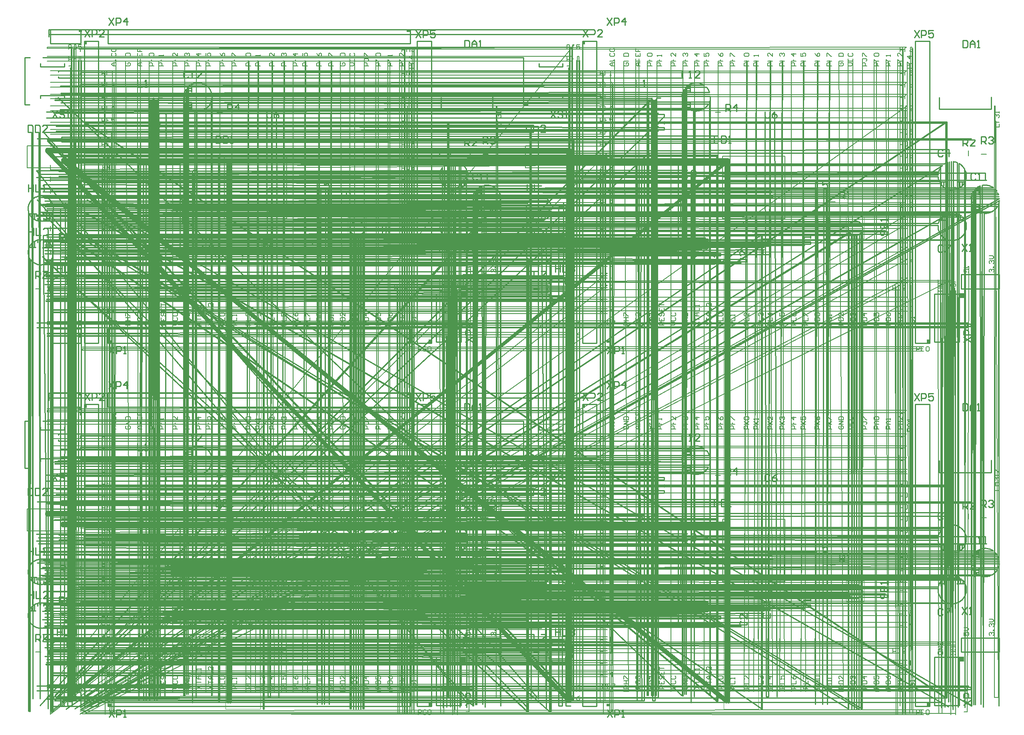
<source format=gto>
%FSTAX24Y24*%
%MOMM*%
%SFA1B1*%

%IPPOS*%
%ADD29C,0.599999*%
%ADD30C,0.250000*%
%ADD31C,0.253999*%
%ADD32C,0.200000*%
%ADD33C,0.100000*%
%ADD34R,0.799998X0.599999*%
%ADD35R,0.599999X0.799998*%
%ADD36R,0.999998X0.999998*%
%LNpcbpannel-1*%
%LPD*%
G54D29*
X511999Y503499D02*
D01*
X511992Y503709*
X51197Y503917*
X511934Y504123*
X511883Y504326*
X511818Y504526*
X51174Y50472*
X511648Y504908*
X511544Y505089*
X511426Y505263*
X511297Y505428*
X511157Y505583*
X511007Y505729*
X510846Y505863*
X510677Y505987*
X510499Y506098*
X510314Y506196*
X510123Y506281*
X509926Y506353*
X509725Y50641*
X50952Y506454*
X509313Y506483*
X509104Y506498*
X508895*
X508686Y506483*
X508479Y506454*
X508274Y50641*
X508072Y506353*
X507876Y506281*
X507684Y506196*
X507499Y506098*
X507322Y505987*
X507152Y505863*
X506992Y505729*
X506841Y505583*
X506701Y505428*
X506572Y505263*
X506455Y505089*
X506351Y504908*
X506259Y50472*
X50618Y504526*
X506116Y504326*
X506065Y504123*
X506028Y503917*
X506007Y503709*
X505999Y503499*
X506007Y50329*
X506028Y503082*
X506065Y502876*
X506116Y502672*
X50618Y502473*
X506259Y502279*
X506351Y502091*
X506455Y50191*
X506572Y501736*
X506701Y501571*
X506841Y501415*
X506992Y50127*
X507152Y501135*
X507322Y501012*
X507499Y500901*
X507684Y500803*
X507876Y500718*
X508072Y500646*
X508274Y500589*
X508479Y500545*
X508686Y500516*
X508895Y500501*
X509104*
X509313Y500516*
X50952Y500545*
X509725Y500589*
X509926Y500646*
X510123Y500718*
X510314Y500803*
X510499Y500901*
X510677Y501012*
X510846Y501135*
X511007Y50127*
X511157Y501415*
X511297Y501571*
X511426Y501736*
X511544Y50191*
X511648Y502091*
X51174Y502279*
X511818Y502473*
X511883Y502672*
X511934Y502876*
X51197Y503082*
X511992Y50329*
X511999Y503499*
X176499Y525749D02*
D01*
X176492Y525959*
X17647Y526167*
X176434Y526373*
X176383Y526576*
X176318Y526775*
X17624Y526969*
X176148Y527158*
X176044Y527339*
X175927Y527513*
X175797Y527678*
X175658Y527833*
X175507Y527979*
X175346Y528114*
X175177Y528236*
X174999Y528347*
X174814Y528446*
X174623Y528531*
X174426Y528602*
X174225Y52866*
X17402Y528704*
X173813Y528733*
X173604Y528747*
X173395*
X173186Y528733*
X172978Y528704*
X172774Y52866*
X172572Y528602*
X172376Y528531*
X172184Y528446*
X171999Y528347*
X171822Y528236*
X171652Y528114*
X171492Y527979*
X171341Y527833*
X171201Y527678*
X171072Y527513*
X170955Y527339*
X170851Y527158*
X170759Y526969*
X17068Y526775*
X170616Y526576*
X170565Y526373*
X170528Y526167*
X170507Y525959*
X170499Y525749*
X170507Y52554*
X170528Y525332*
X170565Y525126*
X170616Y524923*
X17068Y524723*
X170759Y524529*
X170851Y524341*
X170955Y52416*
X171072Y523986*
X171201Y523821*
X171341Y523665*
X171492Y52352*
X171652Y523385*
X171822Y523262*
X171999Y523151*
X172184Y523053*
X172376Y522968*
X172572Y522896*
X172774Y522838*
X172978Y522795*
X173186Y522766*
X173395Y522751*
X173604*
X173813Y522766*
X17402Y522795*
X174225Y522838*
X174426Y522896*
X174623Y522968*
X174814Y523053*
X174999Y523151*
X175177Y523262*
X175346Y523385*
X175507Y52352*
X175658Y523665*
X175797Y523821*
X175927Y523986*
X176044Y52416*
X176148Y524341*
X17624Y524529*
X176318Y524723*
X176383Y524923*
X176434Y525126*
X17647Y525332*
X176492Y52554*
X176499Y525749*
X511999Y1273499D02*
D01*
X511992Y1273709*
X51197Y1273917*
X511934Y1274123*
X511883Y1274326*
X511818Y1274526*
X51174Y127472*
X511648Y1274908*
X511544Y1275089*
X511426Y1275263*
X511297Y1275428*
X511157Y1275583*
X511007Y1275729*
X510846Y1275863*
X510677Y1275987*
X510499Y1276098*
X510314Y1276196*
X510123Y1276281*
X509926Y1276353*
X509725Y127641*
X50952Y1276454*
X509313Y1276483*
X509104Y1276498*
X508895*
X508686Y1276483*
X508479Y1276454*
X508274Y127641*
X508072Y1276353*
X507876Y1276281*
X507684Y1276196*
X507499Y1276098*
X507322Y1275987*
X507152Y1275863*
X506992Y1275729*
X506841Y1275583*
X506701Y1275428*
X506572Y1275263*
X506455Y1275089*
X506351Y1274908*
X506259Y127472*
X50618Y1274526*
X506116Y1274326*
X506065Y1274123*
X506028Y1273917*
X506007Y1273709*
X505999Y1273499*
X506007Y127329*
X506028Y1273082*
X506065Y1272876*
X506116Y1272672*
X50618Y1272473*
X506259Y1272279*
X506351Y1272091*
X506455Y127191*
X506572Y1271736*
X506701Y1271571*
X506841Y1271415*
X506992Y127127*
X507152Y1271135*
X507322Y1271012*
X507499Y1270901*
X507684Y1270803*
X507876Y1270718*
X508072Y1270646*
X508274Y1270589*
X508479Y1270545*
X508686Y1270516*
X508895Y1270501*
X509104*
X509313Y1270516*
X50952Y1270545*
X509725Y1270589*
X509926Y1270646*
X510123Y1270718*
X510314Y1270803*
X510499Y1270901*
X510677Y1271012*
X510846Y1271135*
X511007Y127127*
X511157Y1271415*
X511297Y1271571*
X511426Y1271736*
X511544Y127191*
X511648Y1272091*
X51174Y1272279*
X511818Y1272473*
X511883Y1272672*
X511934Y1272876*
X51197Y1273082*
X511992Y127329*
X511999Y1273499*
X176499Y1295749D02*
D01*
X176492Y1295959*
X17647Y1296167*
X176434Y1296373*
X176383Y1296576*
X176318Y1296775*
X17624Y1296969*
X176148Y1297158*
X176044Y1297339*
X175927Y1297513*
X175797Y1297678*
X175658Y1297833*
X175507Y1297979*
X175346Y1298113*
X175177Y1298236*
X174999Y1298347*
X174814Y1298446*
X174623Y1298531*
X174426Y1298602*
X174225Y129866*
X17402Y1298704*
X173813Y1298733*
X173604Y1298747*
X173395*
X173186Y1298733*
X172978Y1298704*
X172774Y129866*
X172572Y1298602*
X172376Y1298531*
X172184Y1298446*
X171999Y1298347*
X171822Y1298236*
X171652Y1298113*
X171492Y1297979*
X171341Y1297833*
X171201Y1297678*
X171072Y1297513*
X170955Y1297339*
X170851Y1297158*
X170759Y1296969*
X17068Y1296775*
X170616Y1296576*
X170565Y1296373*
X170528Y1296167*
X170507Y1295959*
X170499Y1295749*
X170507Y129554*
X170528Y1295332*
X170565Y1295126*
X170616Y1294922*
X17068Y1294723*
X170759Y1294529*
X170851Y1294341*
X170955Y129416*
X171072Y1293986*
X171201Y1293821*
X171341Y1293665*
X171492Y129352*
X171652Y1293385*
X171822Y1293262*
X171999Y1293151*
X172184Y1293053*
X172376Y1292968*
X172572Y1292896*
X172774Y1292838*
X172978Y1292795*
X173186Y1292766*
X173395Y1292751*
X173604*
X173813Y1292766*
X17402Y1292795*
X174225Y1292838*
X174426Y1292896*
X174623Y1292968*
X174814Y1293053*
X174999Y1293151*
X175177Y1293262*
X175346Y1293385*
X175507Y129352*
X175658Y1293665*
X175797Y1293821*
X175927Y1293986*
X176044Y129416*
X176148Y1294341*
X17624Y1294529*
X176318Y1294723*
X176383Y1294922*
X176434Y1295126*
X17647Y1295332*
X176492Y129554*
X176499Y1295749*
X1566999Y1273499D02*
D01*
X1566992Y1273709*
X156697Y1273917*
X1566934Y1274123*
X1566883Y1274326*
X1566819Y1274526*
X156674Y127472*
X1566648Y1274908*
X1566543Y1275089*
X1566426Y1275263*
X1566298Y1275428*
X1566157Y1275583*
X1566007Y1275729*
X1565846Y1275863*
X1565677Y1275987*
X1565499Y1276098*
X1565314Y1276196*
X1565123Y1276281*
X1564927Y1276353*
X1564725Y127641*
X156452Y1276454*
X1564313Y1276483*
X1564104Y1276498*
X1563895*
X1563686Y1276483*
X1563478Y1276454*
X1563273Y127641*
X1563072Y1276353*
X1562875Y1276281*
X1562684Y1276196*
X1562499Y1276098*
X1562322Y1275987*
X1562152Y1275863*
X1561992Y1275729*
X1561841Y1275583*
X1561701Y1275428*
X1561572Y1275263*
X1561455Y1275089*
X156135Y1274908*
X1561259Y127472*
X156118Y1274526*
X1561116Y1274326*
X1561065Y1274123*
X1561029Y1273917*
X1561007Y1273709*
X1560999Y1273499*
X1561007Y127329*
X1561029Y1273082*
X1561065Y1272876*
X1561116Y1272672*
X156118Y1272473*
X1561259Y1272279*
X156135Y1272091*
X1561455Y127191*
X1561572Y1271736*
X1561701Y1271571*
X1561841Y1271415*
X1561992Y127127*
X1562152Y1271135*
X1562322Y1271012*
X1562499Y1270901*
X1562684Y1270803*
X1562875Y1270718*
X1563072Y1270646*
X1563273Y1270589*
X1563478Y1270545*
X1563686Y1270516*
X1563895Y1270501*
X1564104*
X1564313Y1270516*
X156452Y1270545*
X1564725Y1270589*
X1564927Y1270646*
X1565123Y1270718*
X1565314Y1270803*
X1565499Y1270901*
X1565677Y1271012*
X1565846Y1271135*
X1566007Y127127*
X1566157Y1271415*
X1566298Y1271571*
X1566426Y1271736*
X1566543Y127191*
X1566648Y1272091*
X156674Y1272279*
X1566819Y1272473*
X1566883Y1272672*
X1566934Y1272876*
X156697Y1273082*
X1566992Y127329*
X1566999Y1273499*
X1231499Y1295749D02*
D01*
X1231492Y1295959*
X123147Y1296167*
X1231434Y1296373*
X1231383Y1296576*
X1231318Y1296775*
X123124Y1296969*
X1231148Y1297158*
X1231044Y1297339*
X1230926Y1297513*
X1230797Y1297678*
X1230657Y1297833*
X1230507Y1297979*
X1230346Y1298113*
X1230177Y1298236*
X1229999Y1298347*
X1229814Y1298446*
X1229623Y1298531*
X1229426Y1298602*
X1229225Y129866*
X122902Y1298704*
X1228813Y1298733*
X1228604Y1298747*
X1228395*
X1228186Y1298733*
X1227979Y1298704*
X1227774Y129866*
X1227572Y1298602*
X1227376Y1298531*
X1227184Y1298446*
X1226999Y1298347*
X1226822Y1298236*
X1226652Y1298113*
X1226492Y1297979*
X1226341Y1297833*
X1226201Y1297678*
X1226072Y1297513*
X1225955Y1297339*
X122585Y1297158*
X1225759Y1296969*
X122568Y1296775*
X1225616Y1296576*
X1225565Y1296373*
X1225529Y1296167*
X1225507Y1295959*
X1225499Y1295749*
X1225507Y129554*
X1225529Y1295332*
X1225565Y1295126*
X1225616Y1294922*
X122568Y1294723*
X1225759Y1294529*
X122585Y1294341*
X1225955Y129416*
X1226072Y1293986*
X1226201Y1293821*
X1226341Y1293665*
X1226492Y129352*
X1226652Y1293385*
X1226822Y1293262*
X1226999Y1293151*
X1227184Y1293053*
X1227376Y1292968*
X1227572Y1292896*
X1227774Y1292838*
X1227979Y1292795*
X1228186Y1292766*
X1228395Y1292751*
X1228604*
X1228813Y1292766*
X122902Y1292795*
X1229225Y1292838*
X1229426Y1292896*
X1229623Y1292968*
X1229814Y1293053*
X1229999Y1293151*
X1230177Y1293262*
X1230346Y1293385*
X1230507Y129352*
X1230657Y1293665*
X1230797Y1293821*
X1230926Y1293986*
X1231044Y129416*
X1231148Y1294341*
X123124Y1294529*
X1231318Y1294723*
X1231383Y1294922*
X1231434Y1295126*
X123147Y1295332*
X1231492Y129554*
X1231499Y1295749*
X1566999Y503499D02*
D01*
X1566992Y503709*
X156697Y503917*
X1566934Y504123*
X1566883Y504326*
X1566819Y504526*
X156674Y50472*
X1566648Y504908*
X1566543Y505089*
X1566426Y505263*
X1566298Y505428*
X1566157Y505583*
X1566007Y505729*
X1565846Y505863*
X1565677Y505987*
X1565499Y506098*
X1565314Y506196*
X1565123Y506281*
X1564927Y506353*
X1564725Y50641*
X156452Y506454*
X1564313Y506483*
X1564104Y506498*
X1563895*
X1563686Y506483*
X1563478Y506454*
X1563273Y50641*
X1563072Y506353*
X1562875Y506281*
X1562684Y506196*
X1562499Y506098*
X1562322Y505987*
X1562152Y505863*
X1561992Y505729*
X1561841Y505583*
X1561701Y505428*
X1561572Y505263*
X1561455Y505089*
X156135Y504908*
X1561259Y50472*
X156118Y504526*
X1561116Y504326*
X1561065Y504123*
X1561029Y503917*
X1561007Y503709*
X1560999Y503499*
X1561007Y50329*
X1561029Y503082*
X1561065Y502876*
X1561116Y502672*
X156118Y502473*
X1561259Y502279*
X156135Y502091*
X1561455Y50191*
X1561572Y501736*
X1561701Y501571*
X1561841Y501415*
X1561992Y50127*
X1562152Y501135*
X1562322Y501012*
X1562499Y500901*
X1562684Y500803*
X1562875Y500718*
X1563072Y500646*
X1563273Y500589*
X1563478Y500545*
X1563686Y500516*
X1563895Y500501*
X1564104*
X1564313Y500516*
X156452Y500545*
X1564725Y500589*
X1564927Y500646*
X1565123Y500718*
X1565314Y500803*
X1565499Y500901*
X1565677Y501012*
X1565846Y501135*
X1566007Y50127*
X1566157Y501415*
X1566298Y501571*
X1566426Y501736*
X1566543Y50191*
X1566648Y502091*
X156674Y502279*
X1566819Y502473*
X1566883Y502672*
X1566934Y502876*
X156697Y503082*
X1566992Y50329*
X1566999Y503499*
X1231499Y525749D02*
D01*
X1231492Y525959*
X123147Y526167*
X1231434Y526373*
X1231383Y526576*
X1231318Y526775*
X123124Y526969*
X1231148Y527158*
X1231044Y527339*
X1230926Y527513*
X1230797Y527678*
X1230657Y527833*
X1230507Y527979*
X1230346Y528114*
X1230177Y528236*
X1229999Y528347*
X1229814Y528446*
X1229623Y528531*
X1229426Y528602*
X1229225Y52866*
X122902Y528704*
X1228813Y528733*
X1228604Y528747*
X1228395*
X1228186Y528733*
X1227979Y528704*
X1227774Y52866*
X1227572Y528602*
X1227376Y528531*
X1227184Y528446*
X1226999Y528347*
X1226822Y528236*
X1226652Y528114*
X1226492Y527979*
X1226341Y527833*
X1226201Y527678*
X1226072Y527513*
X1225955Y527339*
X122585Y527158*
X1225759Y526969*
X122568Y526775*
X1225616Y526576*
X1225565Y526373*
X1225529Y526167*
X1225507Y525959*
X1225499Y525749*
X1225507Y52554*
X1225529Y525332*
X1225565Y525126*
X1225616Y524923*
X122568Y524723*
X1225759Y524529*
X122585Y524341*
X1225955Y52416*
X1226072Y523986*
X1226201Y523821*
X1226341Y523665*
X1226492Y52352*
X1226652Y523385*
X1226822Y523262*
X1226999Y523151*
X1227184Y523053*
X1227376Y522968*
X1227572Y522896*
X1227774Y522838*
X1227979Y522795*
X1228186Y522766*
X1228395Y522751*
X1228604*
X1228813Y522766*
X122902Y522795*
X1229225Y522838*
X1229426Y522896*
X1229623Y522968*
X1229814Y523053*
X1229999Y523151*
X1230177Y523262*
X1230346Y523385*
X1230507Y52352*
X1230657Y523665*
X1230797Y523821*
X1230926Y523986*
X1231044Y52416*
X1231148Y524341*
X123124Y524529*
X1231318Y524723*
X1231383Y524923*
X1231434Y525126*
X123147Y525332*
X1231492Y52554*
X1231499Y525749*
G54D30*
X488749Y514499D02*
D01*
X488746Y514586*
X488737Y514673*
X488722Y514759*
X488701Y514844*
X488674Y514927*
X488641Y515008*
X488603Y515086*
X488559Y515162*
X488511Y515234*
X488457Y515303*
X488399Y515368*
X488336Y515428*
X488269Y515484*
X488198Y515536*
X488124Y515582*
X488047Y515623*
X487968Y515658*
X487886Y515688*
X487802Y515712*
X487716Y51573*
X48763Y515742*
X487543Y515749*
X487456*
X487369Y515742*
X487282Y51573*
X487197Y515712*
X487113Y515688*
X487031Y515658*
X486952Y515623*
X486874Y515582*
X4868Y515536*
X48673Y515484*
X486663Y515428*
X4866Y515368*
X486542Y515303*
X486488Y515234*
X486439Y515162*
X486396Y515086*
X486357Y515008*
X486325Y514927*
X486298Y514844*
X486277Y514759*
X486261Y514673*
X486253Y514586*
X486249Y514499*
X486253Y514412*
X486261Y514325*
X486277Y51424*
X486298Y514155*
X486325Y514072*
X486357Y513991*
X486396Y513913*
X486439Y513837*
X486488Y513765*
X486542Y513696*
X4866Y513631*
X486663Y51357*
X48673Y513514*
X4868Y513463*
X486874Y513417*
X486952Y513376*
X487031Y51334*
X487113Y513311*
X487197Y513287*
X487282Y513268*
X487369Y513256*
X487456Y51325*
X487543*
X48763Y513256*
X487716Y513268*
X487802Y513287*
X487886Y513311*
X487968Y51334*
X488047Y513376*
X488124Y513417*
X488198Y513463*
X488269Y513514*
X488336Y51357*
X488399Y513631*
X488457Y513696*
X488511Y513765*
X488559Y513837*
X488603Y513913*
X488641Y513991*
X488674Y514072*
X488701Y514155*
X488722Y51424*
X488737Y514325*
X488746Y514412*
X488749Y514499*
X183999Y547749D02*
D01*
X183996Y547837*
X183987Y547923*
X183972Y548009*
X183951Y548094*
X183924Y548177*
X183891Y548258*
X183853Y548336*
X183809Y548412*
X183761Y548484*
X183707Y548553*
X183649Y548618*
X183586Y548678*
X183519Y548734*
X183448Y548786*
X183374Y548832*
X183297Y548873*
X183218Y548908*
X183136Y548938*
X183052Y548962*
X182966Y54898*
X18288Y548993*
X182793Y548999*
X182706*
X182619Y548993*
X182532Y54898*
X182447Y548962*
X182363Y548938*
X182281Y548908*
X182201Y548873*
X182124Y548832*
X18205Y548786*
X18198Y548734*
X181913Y548678*
X18185Y548618*
X181792Y548553*
X181738Y548484*
X181689Y548412*
X181646Y548336*
X181607Y548258*
X181575Y548177*
X181548Y548094*
X181527Y548009*
X181511Y547923*
X181502Y547837*
X181499Y547749*
X181502Y547662*
X181511Y547575*
X181527Y547489*
X181548Y547405*
X181575Y547322*
X181607Y547241*
X181646Y547162*
X181689Y547087*
X181738Y547015*
X181792Y546946*
X18185Y546881*
X181913Y54682*
X18198Y546764*
X18205Y546713*
X182124Y546667*
X182201Y546626*
X182281Y54659*
X182363Y546561*
X182447Y546536*
X182532Y546518*
X182619Y546506*
X182706Y5465*
X182793*
X18288Y546506*
X182966Y546518*
X183052Y546536*
X183136Y546561*
X183218Y54659*
X183297Y546626*
X183374Y546667*
X183448Y546713*
X183519Y546764*
X183586Y54682*
X183649Y546881*
X183707Y546946*
X183761Y547015*
X183809Y547087*
X183853Y547162*
X183891Y547241*
X183924Y547322*
X183951Y547405*
X183972Y547489*
X183987Y547575*
X183996Y547662*
X183999Y547749*
X488749Y1284499D02*
D01*
X488746Y1284586*
X488737Y1284673*
X488722Y1284759*
X488701Y1284844*
X488674Y1284927*
X488641Y1285008*
X488603Y1285086*
X488559Y1285162*
X488511Y1285234*
X488457Y1285303*
X488399Y1285368*
X488336Y1285428*
X488269Y1285484*
X488198Y1285536*
X488124Y1285582*
X488047Y1285623*
X487968Y1285658*
X487886Y1285688*
X487802Y1285712*
X487716Y128573*
X48763Y1285742*
X487543Y1285749*
X487456*
X487369Y1285742*
X487282Y128573*
X487197Y1285712*
X487113Y1285688*
X487031Y1285658*
X486952Y1285623*
X486874Y1285582*
X4868Y1285536*
X48673Y1285484*
X486663Y1285428*
X4866Y1285368*
X486542Y1285303*
X486488Y1285234*
X486439Y1285162*
X486396Y1285086*
X486357Y1285008*
X486325Y1284927*
X486298Y1284844*
X486277Y1284759*
X486261Y1284673*
X486253Y1284586*
X486249Y1284499*
X486253Y1284412*
X486261Y1284325*
X486277Y128424*
X486298Y1284155*
X486325Y1284072*
X486357Y1283991*
X486396Y1283913*
X486439Y1283837*
X486488Y1283765*
X486542Y1283696*
X4866Y1283631*
X486663Y128357*
X48673Y1283514*
X4868Y1283463*
X486874Y1283417*
X486952Y1283376*
X487031Y128334*
X487113Y1283311*
X487197Y1283286*
X487282Y1283268*
X487369Y1283256*
X487456Y128325*
X487543*
X48763Y1283256*
X487716Y1283268*
X487802Y1283286*
X487886Y1283311*
X487968Y128334*
X488047Y1283376*
X488124Y1283417*
X488198Y1283463*
X488269Y1283514*
X488336Y128357*
X488399Y1283631*
X488457Y1283696*
X488511Y1283765*
X488559Y1283837*
X488603Y1283913*
X488641Y1283991*
X488674Y1284072*
X488701Y1284155*
X488722Y128424*
X488737Y1284325*
X488746Y1284412*
X488749Y1284499*
X183999Y1317749D02*
D01*
X183996Y1317837*
X183987Y1317923*
X183972Y1318009*
X183951Y1318094*
X183924Y1318177*
X183891Y1318258*
X183853Y1318336*
X183809Y1318412*
X183761Y1318484*
X183707Y1318553*
X183649Y1318618*
X183586Y1318678*
X183519Y1318734*
X183448Y1318786*
X183374Y1318832*
X183297Y1318873*
X183218Y1318908*
X183136Y1318938*
X183052Y1318962*
X182966Y131898*
X18288Y1318993*
X182793Y1318999*
X182706*
X182619Y1318993*
X182532Y131898*
X182447Y1318962*
X182363Y1318938*
X182281Y1318908*
X182201Y1318873*
X182124Y1318832*
X18205Y1318786*
X18198Y1318734*
X181913Y1318678*
X18185Y1318618*
X181792Y1318553*
X181738Y1318484*
X181689Y1318412*
X181646Y1318336*
X181607Y1318258*
X181575Y1318177*
X181548Y1318094*
X181527Y1318009*
X181511Y1317923*
X181502Y1317837*
X181499Y1317749*
X181502Y1317662*
X181511Y1317575*
X181527Y1317489*
X181548Y1317405*
X181575Y1317322*
X181607Y1317241*
X181646Y1317162*
X181689Y1317087*
X181738Y1317015*
X181792Y1316946*
X18185Y1316881*
X181913Y131682*
X18198Y1316764*
X18205Y1316713*
X182124Y1316667*
X182201Y1316626*
X182281Y131659*
X182363Y131656*
X182447Y1316537*
X182532Y1316518*
X182619Y1316506*
X182706Y13165*
X182793*
X18288Y1316506*
X182966Y1316518*
X183052Y1316537*
X183136Y131656*
X183218Y131659*
X183297Y1316626*
X183374Y1316667*
X183448Y1316713*
X183519Y1316764*
X183586Y131682*
X183649Y1316881*
X183707Y1316946*
X183761Y1317015*
X183809Y1317087*
X183853Y1317162*
X183891Y1317241*
X183924Y1317322*
X183951Y1317405*
X183972Y1317489*
X183987Y1317575*
X183996Y1317662*
X183999Y1317749*
X1543749Y1284499D02*
D01*
X1543746Y1284586*
X1543737Y1284673*
X1543722Y1284759*
X1543701Y1284844*
X1543674Y1284927*
X1543641Y1285008*
X1543603Y1285086*
X154356Y1285162*
X1543511Y1285234*
X1543457Y1285303*
X1543398Y1285368*
X1543336Y1285428*
X1543269Y1285484*
X1543198Y1285536*
X1543124Y1285582*
X1543047Y1285623*
X1542968Y1285658*
X1542886Y1285688*
X1542802Y1285712*
X1542717Y128573*
X154263Y1285742*
X1542543Y1285749*
X1542456*
X1542369Y1285742*
X1542282Y128573*
X1542197Y1285712*
X1542113Y1285688*
X1542031Y1285658*
X1541951Y1285623*
X1541874Y1285582*
X15418Y1285536*
X154173Y1285484*
X1541663Y1285428*
X15416Y1285368*
X1541542Y1285303*
X1541488Y1285234*
X1541439Y1285162*
X1541396Y1285086*
X1541357Y1285008*
X1541325Y1284927*
X1541298Y1284844*
X1541277Y1284759*
X1541262Y1284673*
X1541252Y1284586*
X1541249Y1284499*
X1541252Y1284412*
X1541262Y1284325*
X1541277Y128424*
X1541298Y1284155*
X1541325Y1284072*
X1541357Y1283991*
X1541396Y1283913*
X1541439Y1283837*
X1541488Y1283765*
X1541542Y1283696*
X15416Y1283631*
X1541663Y128357*
X154173Y1283514*
X15418Y1283463*
X1541874Y1283417*
X1541951Y1283376*
X1542031Y128334*
X1542113Y1283311*
X1542197Y1283286*
X1542282Y1283268*
X1542369Y1283256*
X1542456Y128325*
X1542543*
X154263Y1283256*
X1542717Y1283268*
X1542802Y1283286*
X1542886Y1283311*
X1542968Y128334*
X1543047Y1283376*
X1543124Y1283417*
X1543198Y1283463*
X1543269Y1283514*
X1543336Y128357*
X1543398Y1283631*
X1543457Y1283696*
X1543511Y1283765*
X154356Y1283837*
X1543603Y1283913*
X1543641Y1283991*
X1543674Y1284072*
X1543701Y1284155*
X1543722Y128424*
X1543737Y1284325*
X1543746Y1284412*
X1543749Y1284499*
X1238999Y1317749D02*
D01*
X1238996Y1317837*
X1238987Y1317923*
X1238972Y1318009*
X1238951Y1318094*
X1238924Y1318177*
X1238891Y1318258*
X1238853Y1318336*
X1238809Y1318412*
X1238761Y1318484*
X1238707Y1318553*
X1238649Y1318618*
X1238586Y1318678*
X1238519Y1318734*
X1238448Y1318786*
X1238374Y1318832*
X1238297Y1318873*
X1238218Y1318908*
X1238136Y1318938*
X1238052Y1318962*
X1237967Y131898*
X123788Y1318993*
X1237793Y1318999*
X1237706*
X1237619Y1318993*
X1237532Y131898*
X1237447Y1318962*
X1237363Y1318938*
X1237281Y1318908*
X1237201Y1318873*
X1237124Y1318832*
X123705Y1318786*
X123698Y1318734*
X1236913Y1318678*
X123685Y1318618*
X1236792Y1318553*
X1236738Y1318484*
X1236689Y1318412*
X1236646Y1318336*
X1236607Y1318258*
X1236575Y1318177*
X1236548Y1318094*
X1236527Y1318009*
X1236512Y1317923*
X1236502Y1317837*
X1236499Y1317749*
X1236502Y1317662*
X1236512Y1317575*
X1236527Y1317489*
X1236548Y1317405*
X1236575Y1317322*
X1236607Y1317241*
X1236646Y1317162*
X1236689Y1317087*
X1236738Y1317015*
X1236792Y1316946*
X123685Y1316881*
X1236913Y131682*
X123698Y1316764*
X123705Y1316713*
X1237124Y1316667*
X1237201Y1316626*
X1237281Y131659*
X1237363Y131656*
X1237447Y1316537*
X1237532Y1316518*
X1237619Y1316506*
X1237706Y13165*
X1237793*
X123788Y1316506*
X1237967Y1316518*
X1238052Y1316537*
X1238136Y131656*
X1238218Y131659*
X1238297Y1316626*
X1238374Y1316667*
X1238448Y1316713*
X1238519Y1316764*
X1238586Y131682*
X1238649Y1316881*
X1238707Y1316946*
X1238761Y1317015*
X1238809Y1317087*
X1238853Y1317162*
X1238891Y1317241*
X1238924Y1317322*
X1238951Y1317405*
X1238972Y1317489*
X1238987Y1317575*
X1238996Y1317662*
X1238999Y1317749*
X1543749Y514499D02*
D01*
X1543746Y514586*
X1543737Y514673*
X1543722Y514759*
X1543701Y514844*
X1543674Y514927*
X1543641Y515008*
X1543603Y515086*
X154356Y515162*
X1543511Y515234*
X1543457Y515303*
X1543398Y515368*
X1543336Y515428*
X1543269Y515484*
X1543198Y515536*
X1543124Y515582*
X1543047Y515623*
X1542968Y515658*
X1542886Y515688*
X1542802Y515712*
X1542717Y51573*
X154263Y515742*
X1542543Y515749*
X1542456*
X1542369Y515742*
X1542282Y51573*
X1542197Y515712*
X1542113Y515688*
X1542031Y515658*
X1541951Y515623*
X1541874Y515582*
X15418Y515536*
X154173Y515484*
X1541663Y515428*
X15416Y515368*
X1541542Y515303*
X1541488Y515234*
X1541439Y515162*
X1541396Y515086*
X1541357Y515008*
X1541325Y514927*
X1541298Y514844*
X1541277Y514759*
X1541262Y514673*
X1541252Y514586*
X1541249Y514499*
X1541252Y514412*
X1541262Y514325*
X1541277Y51424*
X1541298Y514155*
X1541325Y514072*
X1541357Y513991*
X1541396Y513913*
X1541439Y513837*
X1541488Y513765*
X1541542Y513696*
X15416Y513631*
X1541663Y51357*
X154173Y513514*
X15418Y513463*
X1541874Y513417*
X1541951Y513376*
X1542031Y51334*
X1542113Y513311*
X1542197Y513287*
X1542282Y513268*
X1542369Y513256*
X1542456Y51325*
X1542543*
X154263Y513256*
X1542717Y513268*
X1542802Y513287*
X1542886Y513311*
X1542968Y51334*
X1543047Y513376*
X1543124Y513417*
X1543198Y513463*
X1543269Y513514*
X1543336Y51357*
X1543398Y513631*
X1543457Y513696*
X1543511Y513765*
X154356Y513837*
X1543603Y513913*
X1543641Y513991*
X1543674Y514072*
X1543701Y514155*
X1543722Y51424*
X1543737Y514325*
X1543746Y514412*
X1543749Y514499*
X1238999Y547749D02*
D01*
X1238996Y547837*
X1238987Y547923*
X1238972Y548009*
X1238951Y548094*
X1238924Y548177*
X1238891Y548258*
X1238853Y548336*
X1238809Y548412*
X1238761Y548484*
X1238707Y548553*
X1238649Y548618*
X1238586Y548678*
X1238519Y548734*
X1238448Y548786*
X1238374Y548832*
X1238297Y548873*
X1238218Y548908*
X1238136Y548938*
X1238052Y548962*
X1237967Y54898*
X123788Y548993*
X1237793Y548999*
X1237706*
X1237619Y548993*
X1237532Y54898*
X1237447Y548962*
X1237363Y548938*
X1237281Y548908*
X1237201Y548873*
X1237124Y548832*
X123705Y548786*
X123698Y548734*
X1236913Y548678*
X123685Y548618*
X1236792Y548553*
X1236738Y548484*
X1236689Y548412*
X1236646Y548336*
X1236607Y548258*
X1236575Y548177*
X1236548Y548094*
X1236527Y548009*
X1236512Y547923*
X1236502Y547837*
X1236499Y547749*
X1236502Y547662*
X1236512Y547575*
X1236527Y547489*
X1236548Y547405*
X1236575Y547322*
X1236607Y547241*
X1236646Y547162*
X1236689Y547087*
X1236738Y547015*
X1236792Y546946*
X123685Y546881*
X1236913Y54682*
X123698Y546764*
X123705Y546713*
X1237124Y546667*
X1237201Y546626*
X1237281Y54659*
X1237363Y546561*
X1237447Y546536*
X1237532Y546518*
X1237619Y546506*
X1237706Y5465*
X1237793*
X123788Y546506*
X1237967Y546518*
X1238052Y546536*
X1238136Y546561*
X1238218Y54659*
X1238297Y546626*
X1238374Y546667*
X1238448Y546713*
X1238519Y546764*
X1238586Y54682*
X1238649Y546881*
X1238707Y546946*
X1238761Y547015*
X1238809Y547087*
X1238853Y547162*
X1238891Y547241*
X1238924Y547322*
X1238951Y547405*
X1238972Y547489*
X1238987Y547575*
X1238996Y547662*
X1238999Y547749*
G54D31*
X795239Y360998D02*
D01*
X795202Y362062*
X795091Y363119*
X794906Y364167*
X794649Y365199*
X79432Y366211*
X793922Y367197*
X793455Y368153*
X792924Y369074*
X792329Y369956*
X791674Y370795*
X790962Y371585*
X790197Y372324*
X789382Y373008*
X788521Y373633*
X787619Y374197*
X78668Y374696*
X785708Y375129*
X784709Y375493*
X783686Y375786*
X782646Y376007*
X781592Y376155*
X780531Y376229*
X779468*
X778406Y376155*
X777353Y376007*
X776312Y375786*
X77529Y375493*
X77429Y375129*
X773319Y374696*
X772379Y374197*
X771477Y373633*
X770617Y373008*
X769802Y372324*
X769037Y371585*
X768325Y370795*
X76767Y369956*
X767075Y369074*
X766543Y368153*
X766077Y367197*
X765678Y366211*
X76535Y365199*
X765092Y364167*
X764908Y363119*
X764797Y362062*
X764759Y360998*
X764797Y359935*
X764908Y358877*
X765092Y35783*
X76535Y356798*
X765678Y355786*
X766077Y3548*
X766543Y353844*
X767075Y352922*
X76767Y35204*
X768325Y351202*
X769037Y350412*
X769802Y349673*
X770617Y348989*
X771477Y348364*
X772379Y3478*
X773319Y347301*
X77429Y346868*
X77529Y346504*
X776312Y346211*
X777353Y34599*
X778406Y345842*
X779468Y345768*
X780531*
X781592Y345842*
X782646Y34599*
X783686Y346211*
X784709Y346504*
X785708Y346868*
X78668Y347301*
X787619Y3478*
X788521Y348364*
X789382Y348989*
X790197Y349673*
X790962Y350412*
X791674Y351202*
X792329Y35204*
X792924Y352922*
X793455Y353844*
X793922Y3548*
X79432Y355786*
X794649Y356798*
X794906Y35783*
X795091Y358877*
X795202Y359935*
X795239Y360998*
X974013Y584999D02*
D01*
X97401Y585098*
X974Y585196*
X973983Y585293*
X973959Y585389*
X973928Y585483*
X973891Y585574*
X973848Y585663*
X973798Y585749*
X973743Y58583*
X973683Y585908*
X973617Y585982*
X973545Y58605*
X97347Y586114*
X97339Y586172*
X973306Y586224*
X973219Y58627*
X973129Y58631*
X973036Y586344*
X972941Y586371*
X972845Y586392*
X972747Y586406*
X972649Y586413*
X97255*
X972451Y586406*
X972354Y586392*
X972257Y586371*
X972162Y586344*
X97207Y58631*
X97198Y58627*
X971892Y586224*
X971809Y586172*
X971729Y586114*
X971653Y58605*
X971582Y585982*
X971516Y585908*
X971456Y58583*
X9714Y585749*
X971351Y585663*
X971308Y585574*
X971271Y585483*
X97124Y585389*
X971216Y585293*
X971199Y585196*
X971189Y585098*
X971185Y584999*
X971189Y584901*
X971199Y584802*
X971216Y584705*
X97124Y58461*
X971271Y584516*
X971308Y584424*
X971351Y584336*
X9714Y58425*
X971456Y584168*
X971516Y584091*
X971582Y584017*
X971653Y583949*
X971729Y583885*
X971809Y583827*
X971892Y583775*
X97198Y583729*
X97207Y583688*
X972162Y583655*
X972257Y583627*
X972354Y583607*
X972451Y583593*
X97255Y583586*
X972649*
X972747Y583593*
X972845Y583607*
X972941Y583627*
X973036Y583655*
X973129Y583688*
X973219Y583729*
X973306Y583775*
X97339Y583827*
X97347Y583885*
X973545Y583949*
X973617Y584017*
X973683Y584091*
X973743Y584168*
X973798Y58425*
X973848Y584336*
X973891Y584424*
X973928Y584516*
X973959Y58461*
X973983Y584705*
X974Y584802*
X97401Y584901*
X974013Y584999*
X181899Y232499D02*
D01*
X181834Y234362*
X181639Y236215*
X181316Y238051*
X180865Y239859*
X180289Y241631*
X179591Y243359*
X178774Y245034*
X177842Y246648*
X1768Y248193*
X175653Y249662*
X174406Y251047*
X173065Y252341*
X171637Y253539*
X17013Y254635*
X168549Y255622*
X166904Y256497*
X165201Y257255*
X16345Y257893*
X161659Y258406*
X159836Y258794*
X15799Y259053*
X156131Y259183*
X154268*
X152408Y259053*
X150563Y258794*
X14874Y258406*
X146949Y257893*
X145197Y257255*
X143495Y256497*
X141849Y255622*
X140269Y254635*
X138761Y253539*
X137333Y252341*
X135993Y251047*
X134746Y249662*
X133599Y248193*
X132557Y246648*
X131625Y245034*
X130808Y243359*
X130109Y241631*
X129534Y239859*
X129083Y238051*
X128759Y236215*
X128564Y234362*
X128499Y232499*
X128564Y230637*
X128759Y228783*
X129083Y226948*
X129534Y22514*
X130109Y223367*
X130808Y221639*
X131625Y219965*
X132557Y218351*
X133599Y216806*
X134746Y215337*
X135993Y213952*
X137333Y212657*
X138761Y21146*
X140269Y210364*
X141849Y209377*
X143495Y208501*
X145197Y207744*
X146949Y207106*
X14874Y206592*
X150563Y206205*
X152408Y205946*
X154268Y205816*
X156131*
X15799Y205946*
X159836Y206205*
X161659Y206592*
X16345Y207106*
X165201Y207744*
X166904Y208501*
X168549Y209377*
X17013Y210364*
X171637Y21146*
X173065Y212657*
X174406Y213952*
X175653Y215337*
X1768Y216806*
X177842Y218351*
X178774Y219965*
X179591Y221639*
X180289Y223367*
X180865Y22514*
X181316Y226948*
X181639Y228783*
X181834Y230637*
X181899Y232499*
X102479Y421137D02*
D01*
X1024958Y41905*
X1025272Y41698*
X1025729Y414936*
X1026327Y41293*
X1027064Y410969*
X1027936Y409066*
X1028938Y407227*
X1030067Y405463*
X1031315Y403782*
X1032678Y402192*
X1034148Y400702*
X1035719Y399317*
X1037383Y398045*
X1039131Y396893*
X1040955Y395865*
X1042847Y394967*
X1044796Y394203*
X1046795Y393577*
X1048832Y393092*
X1050898Y39275*
X1052982Y392553*
X1055076Y392502*
X1057168Y392597*
X1059248Y392838*
X1061306Y393223*
X1063332Y393751*
X1065317Y394419*
X106725Y395224*
X1069122Y396162*
X1070924Y397228*
X1072648Y398417*
X1074284Y399724*
X1075825Y401141*
X1077264Y402663*
X1078593Y404281*
X1079806Y405988*
X1080897Y407775*
X108186Y409634*
X1082692Y411556*
X1083387Y413531*
X1083943Y41555*
X1084357Y417603*
X1084626Y419679*
X108475Y42177*
X1084728Y423863*
X108456Y425951*
X1084247Y428021*
X108379Y430064*
X1083192Y432071*
X1082455Y434031*
X1081583Y435935*
X1080581Y437773*
X1079452Y439537*
X1078204Y441218*
X1076841Y442808*
X107537Y444299*
X10738Y445684*
X1072136Y446955*
X1070388Y448108*
X1068564Y449136*
X1066672Y450034*
X1064722Y450798*
X1062724Y451424*
X1060687Y451909*
X1058621Y452251*
X1056536Y452448*
X1054443Y452499*
X1052351Y452403*
X1050271Y452163*
X1048213Y451777*
X1046187Y45125*
X1044202Y450581*
X1042269Y449777*
X1040397Y448839*
X1038595Y447773*
X1036871Y446584*
X1035235Y445277*
X1033693Y44386*
X1032255Y442338*
X1030926Y44072*
X1029713Y439013*
X1028622Y437226*
X1027658Y435366*
X1026827Y433445*
X1026132Y43147*
X1025576Y429451*
X1025162Y427398*
X1024892Y425321*
X1024768Y423231*
X1024759Y422499*
X986362Y44229D02*
D01*
X98845Y442458*
X99052Y442772*
X992563Y443229*
X99457Y443827*
X99653Y444564*
X998434Y445436*
X1000272Y446438*
X1002036Y447567*
X1003717Y448815*
X1005307Y450178*
X1006798Y451648*
X1008183Y453219*
X1009454Y454883*
X1010607Y456631*
X1011635Y458455*
X1012533Y460347*
X1013297Y462297*
X1013923Y464295*
X1014408Y466332*
X101475Y468398*
X1014947Y470482*
X1014998Y472576*
X1014902Y474667*
X1014662Y476748*
X1014276Y478806*
X1013749Y480832*
X101308Y482817*
X1012276Y48475*
X1011338Y486622*
X1010272Y488424*
X1009083Y490148*
X1007776Y491784*
X1006359Y493325*
X1004837Y494764*
X1003219Y496093*
X1001512Y497306*
X999725Y498397*
X997865Y49936*
X995944Y500192*
X993969Y500887*
X99195Y501443*
X989897Y501857*
X98782Y502127*
X98573Y50225*
X983636Y502228*
X981549Y50206*
X979479Y501747*
X977435Y50129*
X975429Y500692*
X973468Y499955*
X971565Y499083*
X969726Y498081*
X967962Y496952*
X966281Y495704*
X964692Y494341*
X963201Y49287*
X961816Y4913*
X960544Y489636*
X959392Y487888*
X958364Y486064*
X957466Y484172*
X956702Y482222*
X956076Y480224*
X955591Y478187*
X955249Y476121*
X955052Y474036*
X955001Y471943*
X955096Y469851*
X955337Y467771*
X955722Y465713*
X95625Y463687*
X956918Y461702*
X957723Y459769*
X958661Y457897*
X959727Y456095*
X960916Y454371*
X962223Y452734*
X96364Y451193*
X965162Y449755*
X96678Y448426*
X968487Y447213*
X970274Y446122*
X972133Y445158*
X974055Y444327*
X97603Y443632*
X978049Y443076*
X980102Y442662*
X982178Y442392*
X984269Y442268*
X984999Y442259*
X136699Y310199D02*
D01*
X136634Y312062*
X136439Y313915*
X136116Y315751*
X135665Y317559*
X135089Y319331*
X134391Y321059*
X133574Y322734*
X132642Y324348*
X1316Y325893*
X130453Y327362*
X129206Y328747*
X127865Y330041*
X126438Y331239*
X12493Y332335*
X123349Y333322*
X121704Y334197*
X120001Y334955*
X11825Y335593*
X116459Y336106*
X114636Y336494*
X11279Y336753*
X110931Y336883*
X109068*
X107209Y336753*
X105363Y336494*
X10354Y336106*
X101749Y335593*
X099997Y334955*
X098295Y334197*
X096649Y333322*
X095069Y332335*
X093561Y331239*
X092134Y330041*
X090793Y328747*
X089546Y327362*
X088399Y325893*
X087356Y324348*
X086425Y322734*
X085608Y321059*
X08491Y319331*
X084334Y317559*
X083883Y315751*
X083559Y313915*
X083364Y312062*
X083299Y310199*
X083364Y308337*
X083559Y306484*
X083883Y304648*
X084334Y30284*
X08491Y301067*
X085608Y29934*
X086425Y297664*
X087356Y29605*
X088399Y294505*
X089546Y293037*
X090793Y291652*
X092134Y290357*
X093561Y289159*
X095069Y288064*
X096649Y287076*
X098295Y286202*
X099997Y285444*
X101749Y284806*
X10354Y284293*
X105363Y283905*
X107209Y283646*
X109068Y283516*
X110931*
X11279Y283646*
X114636Y283905*
X116459Y284293*
X11825Y284806*
X120001Y285444*
X121704Y286202*
X123349Y287076*
X12493Y288064*
X126438Y289159*
X127865Y290357*
X129206Y291652*
X130453Y293037*
X1316Y294505*
X132642Y29605*
X133574Y297664*
X134391Y29934*
X135089Y301067*
X135665Y30284*
X136116Y304648*
X136439Y306484*
X136634Y308337*
X136699Y310199*
Y402699D02*
D01*
X136634Y404562*
X136439Y406415*
X136116Y408251*
X135665Y410059*
X135089Y411831*
X134391Y413559*
X133574Y415234*
X132642Y416848*
X1316Y418393*
X130453Y419862*
X129206Y421247*
X127865Y422541*
X126438Y423739*
X12493Y424835*
X123349Y425822*
X121704Y426697*
X120001Y427455*
X11825Y428093*
X116459Y428606*
X114636Y428994*
X11279Y429253*
X110931Y429383*
X109068*
X107209Y429253*
X105363Y428994*
X10354Y428606*
X101749Y428093*
X099997Y427455*
X098295Y426697*
X096649Y425822*
X095069Y424835*
X093561Y423739*
X092134Y422541*
X090793Y421247*
X089546Y419862*
X088399Y418393*
X087356Y416848*
X086425Y415234*
X085608Y413559*
X08491Y411831*
X084334Y410059*
X083883Y408251*
X083559Y406415*
X083364Y404562*
X083299Y402699*
X083364Y400837*
X083559Y398983*
X083883Y397148*
X084334Y39534*
X08491Y393567*
X085608Y391839*
X086425Y390165*
X087356Y38855*
X088399Y387006*
X089546Y385537*
X090793Y384152*
X092134Y382858*
X093561Y381659*
X095069Y380564*
X096649Y379577*
X098295Y378702*
X099997Y377944*
X101749Y377306*
X10354Y376792*
X105363Y376405*
X107209Y376146*
X109068Y376016*
X110931*
X11279Y376146*
X114636Y376405*
X116459Y376792*
X11825Y377306*
X120001Y377944*
X121704Y378702*
X123349Y379577*
X12493Y380564*
X126438Y381659*
X127865Y382858*
X129206Y384152*
X130453Y385537*
X1316Y387006*
X132642Y38855*
X133574Y390165*
X134391Y391839*
X135089Y393567*
X135665Y39534*
X136116Y397148*
X136439Y398983*
X136634Y400837*
X136699Y402699*
X41279Y638137D02*
D01*
X412959Y63605*
X413272Y63398*
X413729Y631936*
X414327Y62993*
X415064Y62797*
X415936Y626066*
X416938Y624227*
X418066Y622463*
X419315Y620782*
X420678Y619193*
X422148Y617702*
X423719Y616317*
X425383Y615045*
X427131Y613893*
X428955Y612865*
X430847Y611967*
X432796Y611203*
X434795Y610577*
X436832Y610092*
X438898Y60975*
X440982Y609553*
X443076Y609502*
X445168Y609597*
X447248Y609838*
X449306Y610223*
X451332Y610751*
X453317Y611419*
X45525Y612224*
X457122Y613162*
X458924Y614228*
X460648Y615417*
X462284Y616724*
X463825Y618141*
X465264Y619663*
X466593Y621281*
X467806Y622988*
X468897Y624775*
X46986Y626634*
X470692Y628556*
X471387Y630531*
X471943Y63255*
X472357Y634603*
X472626Y636679*
X47275Y63877*
X472728Y640863*
X47256Y64295*
X472247Y645021*
X47179Y647065*
X471192Y649071*
X470455Y651031*
X469583Y652935*
X46858Y654773*
X467452Y656537*
X466204Y658218*
X464841Y659808*
X46337Y661299*
X4618Y662684*
X460136Y663956*
X458388Y665108*
X456563Y666136*
X454672Y667034*
X452722Y667798*
X450724Y668424*
X448687Y668909*
X446621Y669251*
X444536Y669448*
X442443Y669499*
X440351Y669404*
X438271Y669163*
X436213Y668777*
X434187Y668249*
X432202Y667581*
X430269Y666777*
X428397Y665839*
X426595Y664773*
X424871Y663584*
X423235Y662277*
X421693Y66086*
X420255Y659338*
X418926Y65772*
X417713Y656013*
X416622Y654226*
X415658Y652366*
X414827Y650445*
X414132Y64847*
X413576Y646451*
X413162Y644398*
X412892Y642322*
X412768Y640231*
X412759Y639499*
X348789Y636999D02*
D01*
X348802Y636634*
X34884Y636271*
X348904Y635911*
X348992Y635556*
X349105Y635209*
X349242Y63487*
X349402Y634541*
X349585Y634225*
X349789Y633922*
X350014Y633634*
X350259Y633362*
X350522Y633108*
X350802Y632873*
X351097Y632659*
X351407Y632465*
X35173Y632293*
X352064Y632145*
X352407Y63202*
X352759Y631919*
X353116Y631843*
X353478Y631792*
X353843Y631767*
X354208*
X354573Y631792*
X354935Y631843*
X355292Y631919*
X355643Y63202*
X355987Y632145*
X356321Y632293*
X356643Y632465*
X356953Y632659*
X357249Y632873*
X357529Y633108*
X357792Y633362*
X358036Y633634*
X358261Y633922*
X358466Y634225*
X358649Y634541*
X358809Y63487*
X358946Y635209*
X359058Y635556*
X359147Y635911*
X35921Y636271*
X359249Y636634*
X359262Y636999*
X338316D02*
D01*
X338329Y636634*
X338367Y636271*
X338431Y635911*
X338519Y635556*
X338632Y635209*
X338769Y63487*
X338929Y634541*
X339112Y634225*
X339316Y633922*
X339541Y633634*
X339786Y633362*
X340049Y633108*
X340329Y632873*
X340624Y632659*
X340934Y632465*
X341257Y632293*
X341591Y632145*
X341934Y63202*
X342286Y631919*
X342643Y631843*
X343005Y631792*
X34337Y631767*
X343735*
X3441Y631792*
X344462Y631843*
X344819Y631919*
X34517Y63202*
X345514Y632145*
X345848Y632293*
X34617Y632465*
X34648Y632659*
X346776Y632873*
X347056Y633108*
X347319Y633362*
X347563Y633634*
X347788Y633922*
X347993Y634225*
X348176Y634541*
X348336Y63487*
X348473Y635209*
X348586Y635556*
X348674Y635911*
X348737Y636271*
X348776Y636634*
X348789Y636999*
X583179Y346469D02*
D01*
X583176Y346558*
X583167Y346646*
X583151Y346733*
X58313Y346819*
X583103Y346904*
X583069Y346986*
X583031Y347066*
X582986Y347142*
X582937Y347216*
X582882Y347286*
X582823Y347352*
X582759Y347413*
X582691Y34747*
X58262Y347522*
X582544Y347569*
X582466Y347611*
X582385Y347647*
X582302Y347677*
X582217Y347702*
X58213Y34772*
X582042Y347732*
X581954Y347739*
X581865*
X581777Y347732*
X581689Y34772*
X581602Y347702*
X581517Y347677*
X581434Y347647*
X581353Y347611*
X581274Y347569*
X581199Y347522*
X581127Y34747*
X58106Y347413*
X580996Y347352*
X580937Y347286*
X580882Y347216*
X580832Y347142*
X580788Y347066*
X580749Y346986*
X580716Y346904*
X580688Y346819*
X580667Y346733*
X580652Y346646*
X580642Y346558*
X580639Y346469*
X580642Y346381*
X580652Y346293*
X580667Y346205*
X580688Y346119*
X580716Y346035*
X580749Y345953*
X580788Y345873*
X580832Y345796*
X580882Y345723*
X580937Y345653*
X580996Y345587*
X58106Y345526*
X581127Y345469*
X581199Y345416*
X581274Y345369*
X581353Y345328*
X581434Y345292*
X581517Y345261*
X581602Y345237*
X581689Y345219*
X581777Y345206*
X581865Y3452*
X581954*
X582042Y345206*
X58213Y345219*
X582217Y345237*
X582302Y345261*
X582385Y345292*
X582466Y345328*
X582544Y345369*
X58262Y345416*
X582691Y345469*
X582759Y345526*
X582823Y345587*
X582882Y345653*
X582937Y345723*
X582986Y345796*
X583031Y345873*
X583069Y345953*
X583103Y346035*
X58313Y346119*
X583151Y346205*
X583167Y346293*
X583176Y346381*
X583179Y346469*
X983637Y395208D02*
D01*
X98155Y39504*
X97948Y394727*
X977436Y39427*
X97543Y393672*
X973469Y392935*
X971566Y392063*
X969727Y39106*
X967963Y389932*
X966282Y388684*
X964693Y387321*
X963202Y38585*
X961817Y38428*
X960545Y382616*
X959393Y380868*
X958365Y379043*
X957467Y377152*
X956703Y375202*
X956077Y373204*
X955592Y371167*
X95525Y369101*
X955053Y367017*
X955002Y364923*
X955097Y362831*
X955338Y360751*
X955723Y358693*
X956251Y356667*
X956919Y354682*
X957724Y352749*
X958662Y350877*
X959728Y349074*
X960917Y347351*
X962224Y345715*
X963641Y344173*
X965163Y342735*
X966781Y341406*
X968488Y340193*
X970275Y339102*
X972134Y338139*
X974056Y337307*
X976031Y336611*
X97805Y336056*
X980103Y335642*
X982179Y335372*
X98427Y335248*
X986363Y33527*
X988451Y335439*
X990521Y335752*
X992564Y336209*
X994571Y336807*
X996531Y337544*
X998435Y338416*
X1000273Y339418*
X1002037Y340546*
X1003718Y341795*
X1005308Y343158*
X1006799Y344628*
X1008184Y346199*
X1009455Y347863*
X1010608Y349611*
X1011636Y351435*
X1012534Y353327*
X1013298Y355277*
X1013924Y357275*
X1014409Y359312*
X1014751Y361377*
X1014948Y363462*
X1014999Y365556*
X1014903Y367647*
X1014663Y369727*
X1014277Y371786*
X1013749Y373812*
X1013081Y375797*
X1012277Y37773*
X1011339Y379602*
X1010273Y381404*
X1009084Y383128*
X1007777Y384764*
X100636Y386306*
X1004838Y387744*
X100322Y389073*
X1001513Y390286*
X999726Y391377*
X997866Y39234*
X995945Y393172*
X99397Y393867*
X991951Y394423*
X989898Y394837*
X987822Y395106*
X985731Y39523*
X984999Y395239*
X1067599Y612999D02*
Y638999D01*
X957599Y612999D02*
X1067599D01*
X957599D02*
Y637999D01*
X165359Y251549D02*
X171709D01*
X165359Y245199D02*
X176789D01*
X175519Y238849D02*
X179329D01*
X178059Y232499D02*
X181899D01*
X175519Y226149D02*
X180599D01*
X167899Y219799D02*
X178059D01*
X166629Y213449D02*
X172979D01*
X166629Y209639D02*
Y223609D01*
X165359Y242659D02*
Y256629D01*
X1004599Y262499D02*
X1084599D01*
Y232499D02*
Y262499D01*
X1004599Y232499D02*
X1084599D01*
X1004599D02*
Y262499D01*
X1034439Y400909D02*
X1042059D01*
X1030629Y405989D02*
X1040789D01*
X1029359Y411069D02*
X1042059D01*
X1026819Y416149D02*
X1030629D01*
X1025549Y423769D02*
X1029359D01*
X1026819Y431389D02*
X1034439D01*
X1029359Y435199D02*
X1040789D01*
X1033169Y440279D02*
X1040789D01*
X1035709Y445359D02*
X1042059D01*
Y432659D02*
Y449169D01*
Y397099D02*
Y411069D01*
X1006589Y451939D02*
Y459559D01*
X1001509Y448129D02*
Y458289D01*
X996429Y446859D02*
Y459559D01*
X991349Y444319D02*
Y448129D01*
X983729Y443049D02*
Y446859D01*
X976109Y444319D02*
Y451939D01*
X972299Y446859D02*
Y458289D01*
X967219Y450669D02*
Y458289D01*
X962139Y453209D02*
Y459559D01*
X958329D02*
X974839D01*
X996429D02*
X1010399D01*
X316399Y498599D02*
X405399D01*
X316399Y400599D02*
Y498599D01*
X405399Y294599D02*
Y498599D01*
X316399Y294599D02*
X405399D01*
X316399D02*
Y400599D01*
X405399Y421599D02*
X410399D01*
Y371599D02*
Y421599D01*
X4064Y371599D02*
X410399D01*
X090949Y320359D02*
Y326709D01*
X097299Y331789D02*
Y320359D01*
X103649Y330519D02*
Y334329D01*
X109999Y333059D02*
Y336899D01*
X116349Y330519D02*
Y335599D01*
X122699Y322899D02*
Y333059D01*
X129049Y327979D02*
Y321629D01*
X118889D02*
X132859D01*
X085869Y320359D02*
X099839D01*
X129049Y386189D02*
Y392539D01*
X122699D02*
Y381109D01*
X116349Y378569D02*
Y382379D01*
X109999Y375999D02*
Y379839D01*
X103649Y377299D02*
Y382379D01*
X097299Y379839D02*
Y389999D01*
X090949Y391269D02*
Y384919D01*
X087139Y391269D02*
X101109D01*
X120159Y392539D02*
X134129D01*
X2528Y751999D02*
X8928D01*
X2528D02*
Y781999D01*
X8928*
Y751999D02*
Y781999D01*
X232499Y117499D02*
Y757499D01*
X202499Y117499D02*
X232499D01*
X202499D02*
Y757499D01*
X232499*
X422439Y617909D02*
X430059D01*
X418629Y622989D02*
X428789D01*
X417359Y628069D02*
X430059D01*
X414819Y633149D02*
X418629D01*
X413549Y640769D02*
X417359D01*
X414819Y648389D02*
X422439D01*
X417359Y652199D02*
X428789D01*
X421169Y657279D02*
X428789D01*
X423709Y662359D02*
X430059D01*
Y649659D02*
Y666169D01*
Y614099D02*
Y628069D01*
X358949Y636999D02*
X367839D01*
X907499Y117497D02*
Y757497D01*
X937499*
Y117497D02*
Y757497D01*
X907499Y117497D02*
X937499D01*
X947498Y2217D02*
X1000498D01*
X947498D02*
Y1197D01*
X1000498*
Y2217*
X159999Y703499D02*
Y709499D01*
X109999Y703499D02*
X159999D01*
X109999D02*
Y709499D01*
Y636499D02*
Y642499D01*
X159999*
Y636499D02*
Y642499D01*
X076999Y722499D02*
X087999D01*
X076999Y622499D02*
X086999D01*
X076999D02*
Y722499D01*
X963409Y377939D02*
Y385559D01*
X968489Y379209D02*
Y389369D01*
X973569Y377939D02*
Y390639D01*
X978649Y389369D02*
Y393179D01*
X986269Y390639D02*
Y394449D01*
X993889Y385559D02*
Y393179D01*
X997699Y379209D02*
Y390639D01*
X1002779Y379209D02*
Y386829D01*
X1007859Y384289D02*
Y377939D01*
X995159D02*
X1011669D01*
X959599D02*
X973569D01*
X2528Y1475D02*
X8928D01*
Y1175D02*
Y1475D01*
X2528Y1175D02*
X8928D01*
X2528D02*
Y1475D01*
X481584Y556378D02*
Y541143D01*
X489201*
X49174Y543682*
Y553839*
X489201Y556378*
X481584*
X496818D02*
Y541143D01*
X504436*
X506975Y543682*
Y553839*
X504436Y556378*
X496818*
X512053Y541143D02*
X517131D01*
X514592*
Y556378*
X512053Y553839*
X672303Y335156D02*
X669764Y332616D01*
Y327538*
X672303Y324999*
X68246*
X684999Y327538*
Y332616*
X68246Y335156*
X684999Y340234D02*
Y345313D01*
Y342773*
X669764*
X672303Y340234*
X537703Y297656D02*
X535164Y295116D01*
Y290038*
X537703Y287499*
X54786*
X550399Y290038*
Y295116*
X54786Y297656*
X550399Y312891D02*
Y302734D01*
X540242Y312891*
X537703*
X535164Y310352*
Y305273*
X537703Y302734*
X482303Y295156D02*
X479764Y292616D01*
Y287538*
X482303Y284999*
X49246*
X494999Y287538*
Y292616*
X49246Y295156*
X482303Y300234D02*
X479764Y302773D01*
Y307852*
X482303Y310391*
X484842*
X487382Y307852*
Y305312*
Y307852*
X489921Y310391*
X49246*
X494999Y307852*
Y302773*
X49246Y300234*
X965152Y525275D02*
X962613Y527814D01*
X957534*
X954995Y525275*
Y515118*
X957534Y512579*
X962613*
X965152Y515118*
X977848Y512579D02*
Y527814D01*
X97023Y520197*
X980387*
X70572Y457717D02*
X703181Y460256D01*
X698102*
X695563Y457717*
Y44756*
X698102Y445021*
X703181*
X70572Y44756*
X720955Y460256D02*
X710798D01*
Y452639*
X715876Y455178*
X718416*
X720955Y452639*
Y44756*
X718416Y445021*
X713337*
X710798Y44756*
X598726Y607321D02*
X596187Y60986D01*
X591108*
X588569Y607321*
Y597164*
X591108Y594625*
X596187*
X598726Y597164*
X613961Y60986D02*
X608882Y607321D01*
X603804Y602243*
Y597164*
X606343Y594625*
X611422*
X613961Y597164*
Y599703*
X611422Y602243*
X603804*
X965156Y322695D02*
X962617Y325234D01*
X957538*
X954999Y322695*
Y312538*
X957538Y309999*
X962617*
X965156Y312538*
X970234Y325234D02*
X980391D01*
Y322695*
X970234Y312538*
Y309999*
X455303Y325656D02*
X452764Y323117D01*
Y318038*
X455303Y315499*
X46546*
X467999Y318038*
Y323117*
X46546Y325656*
X455303Y330734D02*
X452764Y333273D01*
Y338352*
X455303Y340891*
X457842*
X460381Y338352*
X462921Y340891*
X46546*
X467999Y338352*
Y333273*
X46546Y330734*
X462921*
X460381Y333273*
X457842Y330734*
X455303*
X460381Y333273D02*
Y338352D01*
X42668Y481219D02*
X424141Y483758D01*
X419062*
X416523Y481219*
Y471062*
X419062Y468523*
X424141*
X42668Y471062*
X431758D02*
X434297Y468523D01*
X439376*
X441915Y471062*
Y481219*
X439376Y483758*
X434297*
X431758Y481219*
Y47868*
X434297Y476141*
X441915*
X362803Y577156D02*
X360264Y574617D01*
Y569538*
X362803Y566999*
X37296*
X375499Y569538*
Y574617*
X37296Y577156*
X375499Y582234D02*
Y587312D01*
Y584773*
X360264*
X362803Y582234*
Y59493D02*
X360264Y597469D01*
Y602547*
X362803Y605087*
X37296*
X375499Y602547*
Y597469*
X37296Y59493*
X362803*
X1035096Y475303D02*
X1032557Y477842D01*
X1027478*
X1024939Y475303*
Y465146*
X1027478Y462607*
X1032557*
X1035096Y465146*
X1040174Y462607D02*
X1045252D01*
X1042713*
Y477842*
X1040174Y475303*
X105287Y462607D02*
X1057948D01*
X1055409*
Y477842*
X105287Y475303*
X4232Y692295D02*
X420661Y694834D01*
X415582*
X413043Y692295*
Y682138*
X415582Y679599*
X420661*
X4232Y682138*
X428278Y679599D02*
X433356D01*
X430817*
Y694834*
X428278Y692295*
X451131Y679599D02*
X440974D01*
X451131Y689756*
Y692295*
X448591Y694834*
X443513*
X440974Y692295*
X1007599Y759234D02*
Y743999D01*
X1015217*
X1017756Y746538*
Y756695*
X1015217Y759234*
X1007599*
X1022834Y743999D02*
Y754156D01*
X1027912Y759234*
X1032991Y754156*
Y743999*
Y751617*
X1022834*
X1038069Y743999D02*
X1043147D01*
X1040608*
Y759234*
X1038069Y756695*
X083147Y579536D02*
Y564301D01*
X090765*
X093304Y56684*
Y576997*
X090765Y579536*
X083147*
X098382D02*
Y564301D01*
X106*
X108539Y56684*
Y576997*
X106Y579536*
X098382*
X123774Y564301D02*
X113617D01*
X123774Y574458*
Y576997*
X121235Y579536*
X116156*
X113617Y576997*
X084591Y453444D02*
Y438209D01*
Y445826*
X094748*
Y453444*
Y438209*
X099826Y453444D02*
Y438209D01*
X109983*
X115062D02*
X120139D01*
X1176*
Y453444*
X115062Y450905*
X084671Y361068D02*
Y345833D01*
Y35345*
X094828*
Y361068*
Y345833*
X099906Y361068D02*
Y345833D01*
X110063*
X125298D02*
X115141D01*
X125298Y35599*
Y358529*
X122759Y361068*
X11768*
X115141Y358529*
X144999Y282734D02*
Y267499D01*
Y275117*
X155156*
Y282734*
Y267499*
X160234Y282734D02*
Y267499D01*
X170391*
X175469Y280195D02*
X178008Y282734D01*
X183087*
X185626Y280195*
Y277656*
X183087Y275117*
X180547*
X183087*
X185626Y272577*
Y270038*
X183087Y267499*
X178008*
X175469Y270038*
X315481Y674822D02*
Y659587D01*
X325638*
X330716D02*
X335794D01*
X333255*
Y674822*
X330716Y672283*
X746999Y423999D02*
Y439234D01*
X754616*
X757156Y436695*
Y431617*
X754616Y429077*
X746999*
X752077D02*
X757156Y423999D01*
X762234D02*
X767312D01*
X764773*
Y439234*
X762234Y436695*
X1008107Y535679D02*
Y550914D01*
X1015725*
X1018264Y548375*
Y543297*
X1015725Y540757*
X1008107*
X1013185D02*
X1018264Y535679D01*
X1033499D02*
X1023342D01*
X1033499Y545836*
Y548375*
X103096Y550914*
X1025881*
X1023342Y548375*
X1047089Y539569D02*
Y554804D01*
X1054706*
X1057246Y552265*
Y547187*
X1054706Y544647*
X1047089*
X1052167D02*
X1057246Y539569D01*
X1062324Y552265D02*
X1064863Y554804D01*
X1069942*
X1072481Y552265*
Y549726*
X1069942Y547187*
X1067402*
X1069942*
X1072481Y544647*
Y542108*
X1069942Y539569*
X1064863*
X1062324Y542108*
X505999Y607999D02*
Y623234D01*
X513617*
X516156Y620695*
Y615616*
X513617Y613077*
X505999*
X511077D02*
X516156Y607999D01*
X528852D02*
Y623234D01*
X521234Y615616*
X531391*
X151927Y402155D02*
Y41739D01*
X159545*
X162084Y414851*
Y409772*
X159545Y407233*
X151927*
X157005D02*
X162084Y402155D01*
X177319Y41739D02*
X167162D01*
Y409772*
X17224Y412312*
X17478*
X177319Y409772*
Y404694*
X17478Y402155*
X169701*
X167162Y404694*
X149427Y334497D02*
Y349732D01*
X157045*
X159584Y347193*
Y342115*
X157045Y339575*
X149427*
X154505D02*
X159584Y334497D01*
X174819Y349732D02*
X16974Y347193D01*
X164662Y342115*
Y337036*
X167201Y334497*
X17228*
X174819Y337036*
Y339575*
X17228Y342115*
X164662*
X099443Y254607D02*
Y269842D01*
X107061*
X109601Y267303*
Y262224*
X107061Y259685*
X099443*
X104521D02*
X109601Y254607D01*
X114678Y269842D02*
X124835D01*
Y267303*
X114678Y257146*
Y254607*
X835803Y356156D02*
X833264Y353617D01*
Y348538*
X835803Y345999*
X838342*
X840881Y348538*
Y353617*
X843421Y356156*
X84596*
X848499Y353617*
Y348538*
X84596Y345999*
X833264Y361234D02*
X848499D01*
Y368852*
X84596Y371391*
X843421*
X840881Y368852*
Y361234*
Y368852*
X838342Y371391*
X835803*
X833264Y368852*
Y361234*
X848499Y376469D02*
Y381548D01*
Y379008*
X833264*
X835803Y376469*
X1005849Y327246D02*
X1016006Y312011D01*
Y327246D02*
X1005849Y312011D01*
X1021084D02*
X1026162D01*
X1023623*
Y327246*
X1021084Y324707*
X254999Y110234D02*
X265156Y094999D01*
Y110234D02*
X254999Y094999D01*
X270234D02*
Y110234D01*
X277852*
X280391Y107696*
Y102617*
X277852Y100077*
X270234*
X285469Y094999D02*
X290547D01*
X288008*
Y110234*
X285469Y107696*
X203665Y781732D02*
X213822Y766497D01*
Y781732D02*
X203665Y766497D01*
X2189D02*
Y781732D01*
X226518*
X229057Y779193*
Y774115*
X226518Y771575*
X2189*
X244292Y766497D02*
X234135D01*
X244292Y776654*
Y779193*
X241753Y781732*
X236674*
X234135Y779193*
X317657Y52285D02*
X327814Y507615D01*
Y52285D02*
X317657Y507615D01*
X332892D02*
Y52285D01*
X34051*
X343049Y520311*
Y515232*
X34051Y512693*
X332892*
X348127Y520311D02*
X350666Y52285D01*
X355745*
X358284Y520311*
Y517772*
X355745Y515232*
X353205*
X355745*
X358284Y512693*
Y510154*
X355745Y507615*
X350666*
X348127Y510154*
X254186Y806146D02*
X264342Y790911D01*
Y806146D02*
X254186Y790911D01*
X269421D02*
Y806146D01*
X277038*
X279578Y803607*
Y798529*
X277038Y795989*
X269421*
X292273Y790911D02*
Y806146D01*
X284656Y798529*
X294813*
X904999Y780234D02*
X915156Y764999D01*
Y780234D02*
X904999Y764999D01*
X920234D02*
Y780234D01*
X927852*
X930391Y777695*
Y772617*
X927852Y770077*
X920234*
X945626Y780234D02*
X935469D01*
Y772617*
X940547Y775156*
X943087*
X945626Y772617*
Y767538*
X943087Y764999*
X938008*
X935469Y767538*
X1009764Y119999D02*
X1024999Y130156D01*
X1009764D02*
X1024999Y119999D01*
Y135234D02*
X1009764D01*
Y142852*
X1012303Y145391*
X1017382*
X1019921Y142852*
Y135234*
X1009764Y160626D02*
X1012303Y155547D01*
X1017382Y150469*
X102246*
X1024999Y153008*
Y158087*
X102246Y160626*
X1019921*
X1017382Y158087*
Y150469*
X134999Y610235D02*
X145156Y594999D01*
Y610235D02*
X134999Y594999D01*
X160391Y607695D02*
X157852Y610235D01*
X152773*
X150234Y607695*
Y605156*
X152773Y602616*
X157852*
X160391Y600077*
Y597538*
X157852Y594999*
X152773*
X150234Y597538*
X165469Y594999D02*
X170547D01*
X168008*
Y610235*
X165469Y607695*
X584764Y304999D02*
Y315156D01*
X587303*
X59746Y304999*
X599999*
Y315156*
X59746Y330391D02*
X587303D01*
X584764Y327852*
Y322773*
X587303Y320234*
X59746*
X599999Y322773*
Y327852*
X594921Y325312D02*
X599999Y330391D01*
Y327852D02*
X59746Y330391D01*
X599999Y335469D02*
Y340548D01*
Y338008*
X584764*
X587303Y335469*
X795239Y1130998D02*
D01*
X795202Y1132061*
X795091Y1133119*
X794906Y1134167*
X794649Y1135199*
X79432Y1136211*
X793922Y1137197*
X793455Y1138153*
X792924Y1139074*
X792329Y1139956*
X791674Y1140795*
X790962Y1141585*
X790197Y1142324*
X789382Y1143008*
X788521Y1143633*
X787619Y1144197*
X78668Y1144696*
X785708Y1145129*
X784709Y1145493*
X783686Y1145786*
X782646Y1146007*
X781592Y1146155*
X780531Y1146229*
X779468*
X778406Y1146155*
X777353Y1146007*
X776312Y1145786*
X77529Y1145493*
X77429Y1145129*
X773319Y1144696*
X772379Y1144197*
X771477Y1143633*
X770617Y1143008*
X769802Y1142324*
X769037Y1141585*
X768325Y1140795*
X76767Y1139956*
X767075Y1139074*
X766543Y1138153*
X766077Y1137197*
X765678Y1136211*
X76535Y1135199*
X765092Y1134167*
X764908Y1133119*
X764797Y1132061*
X764759Y1130998*
X764797Y1129935*
X764908Y1128877*
X765092Y112783*
X76535Y1126798*
X765678Y1125786*
X766077Y11248*
X766543Y1123844*
X767075Y1122922*
X76767Y112204*
X768325Y1121202*
X769037Y1120412*
X769802Y1119673*
X770617Y1118989*
X771477Y1118364*
X772379Y11178*
X773319Y1117301*
X77429Y1116868*
X77529Y1116504*
X776312Y1116211*
X777353Y111599*
X778406Y1115842*
X779468Y1115768*
X780531*
X781592Y1115842*
X782646Y111599*
X783686Y1116211*
X784709Y1116504*
X785708Y1116868*
X78668Y1117301*
X787619Y11178*
X788521Y1118364*
X789382Y1118989*
X790197Y1119673*
X790962Y1120412*
X791674Y1121202*
X792329Y112204*
X792924Y1122922*
X793455Y1123844*
X793922Y11248*
X79432Y1125786*
X794649Y1126798*
X794906Y112783*
X795091Y1128877*
X795202Y1129935*
X795239Y1130998*
X974013Y1354999D02*
D01*
X97401Y1355098*
X974Y1355196*
X973983Y1355293*
X973959Y1355389*
X973928Y1355483*
X973891Y1355574*
X973848Y1355663*
X973798Y1355749*
X973743Y135583*
X973683Y1355908*
X973617Y1355982*
X973545Y135605*
X97347Y1356114*
X97339Y1356172*
X973306Y1356224*
X973219Y135627*
X973129Y135631*
X973036Y1356344*
X972941Y1356371*
X972845Y1356392*
X972747Y1356406*
X972649Y1356413*
X97255*
X972451Y1356406*
X972354Y1356392*
X972257Y1356371*
X972162Y1356344*
X97207Y135631*
X97198Y135627*
X971892Y1356224*
X971809Y1356172*
X971729Y1356114*
X971653Y135605*
X971582Y1355982*
X971516Y1355908*
X971456Y135583*
X9714Y1355749*
X971351Y1355663*
X971308Y1355574*
X971271Y1355483*
X97124Y1355389*
X971216Y1355293*
X971199Y1355196*
X971189Y1355098*
X971185Y1354999*
X971189Y1354901*
X971199Y1354802*
X971216Y1354705*
X97124Y135461*
X971271Y1354516*
X971308Y1354424*
X971351Y1354336*
X9714Y135425*
X971456Y1354168*
X971516Y1354091*
X971582Y1354017*
X971653Y1353949*
X971729Y1353885*
X971809Y1353827*
X971892Y1353775*
X97198Y1353729*
X97207Y1353688*
X972162Y1353655*
X972257Y1353627*
X972354Y1353607*
X972451Y1353593*
X97255Y1353586*
X972649*
X972747Y1353593*
X972845Y1353607*
X972941Y1353627*
X973036Y1353655*
X973129Y1353688*
X973219Y1353729*
X973306Y1353775*
X97339Y1353827*
X97347Y1353885*
X973545Y1353949*
X973617Y1354017*
X973683Y1354091*
X973743Y1354168*
X973798Y135425*
X973848Y1354336*
X973891Y1354424*
X973928Y1354516*
X973959Y135461*
X973983Y1354705*
X974Y1354802*
X97401Y1354901*
X974013Y1354999*
X181899Y1002499D02*
D01*
X181834Y1004362*
X181639Y1006215*
X181316Y1008051*
X180865Y1009859*
X180289Y1011631*
X179591Y1013359*
X178774Y1015034*
X177842Y1016648*
X1768Y1018193*
X175653Y1019662*
X174406Y1021047*
X173065Y1022341*
X171637Y1023539*
X17013Y1024635*
X168549Y1025622*
X166904Y1026497*
X165201Y1027255*
X16345Y1027893*
X161659Y1028406*
X159836Y1028794*
X15799Y1029053*
X156131Y1029183*
X154268*
X152408Y1029053*
X150563Y1028794*
X14874Y1028406*
X146949Y1027893*
X145197Y1027255*
X143495Y1026497*
X141849Y1025622*
X140269Y1024635*
X138761Y1023539*
X137333Y1022341*
X135993Y1021047*
X134746Y1019662*
X133599Y1018193*
X132557Y1016648*
X131625Y1015034*
X130808Y1013359*
X130109Y1011631*
X129534Y1009859*
X129083Y1008051*
X128759Y1006215*
X128564Y1004362*
X128499Y1002499*
X128564Y1000637*
X128759Y998783*
X129083Y996948*
X129534Y99514*
X130109Y993367*
X130808Y99164*
X131625Y989965*
X132557Y988351*
X133599Y986806*
X134746Y985337*
X135993Y983952*
X137333Y982657*
X138761Y98146*
X140269Y980364*
X141849Y979377*
X143495Y978501*
X145197Y977744*
X146949Y977106*
X14874Y976592*
X150563Y976205*
X152408Y975946*
X154268Y975816*
X156131*
X15799Y975946*
X159836Y976205*
X161659Y976592*
X16345Y977106*
X165201Y977744*
X166904Y978501*
X168549Y979377*
X17013Y980364*
X171637Y98146*
X173065Y982657*
X174406Y983952*
X175653Y985337*
X1768Y986806*
X177842Y988351*
X178774Y989965*
X179591Y99164*
X180289Y993367*
X180865Y99514*
X181316Y996948*
X181639Y998783*
X181834Y1000637*
X181899Y1002499*
X102479Y1191137D02*
D01*
X1024958Y118905*
X1025272Y118698*
X1025729Y1184936*
X1026327Y118293*
X1027064Y1180969*
X1027936Y1179066*
X1028938Y1177227*
X1030067Y1175463*
X1031315Y1173782*
X1032678Y1172192*
X1034148Y1170702*
X1035719Y1169317*
X1037383Y1168045*
X1039131Y1166893*
X1040955Y1165865*
X1042847Y1164967*
X1044796Y1164203*
X1046795Y1163577*
X1048832Y1163092*
X1050898Y116275*
X1052982Y1162553*
X1055076Y1162502*
X1057168Y1162597*
X1059248Y1162838*
X1061306Y1163223*
X1063332Y1163751*
X1065317Y1164419*
X106725Y1165224*
X1069122Y1166162*
X1070924Y1167228*
X1072648Y1168417*
X1074284Y1169724*
X1075825Y1171141*
X1077264Y1172663*
X1078593Y1174281*
X1079806Y1175988*
X1080897Y1177775*
X108186Y1179634*
X1082692Y1181556*
X1083387Y1183531*
X1083943Y118555*
X1084357Y1187603*
X1084626Y1189679*
X108475Y119177*
X1084728Y1193863*
X108456Y1195951*
X1084247Y1198021*
X108379Y1200064*
X1083192Y1202071*
X1082455Y1204031*
X1081583Y1205935*
X1080581Y1207773*
X1079452Y1209537*
X1078204Y1211218*
X1076841Y1212808*
X107537Y1214299*
X10738Y1215684*
X1072136Y1216955*
X1070388Y1218108*
X1068564Y1219136*
X1066672Y1220034*
X1064722Y1220798*
X1062724Y1221424*
X1060687Y1221909*
X1058621Y1222251*
X1056536Y1222448*
X1054443Y1222499*
X1052351Y1222403*
X1050271Y1222163*
X1048213Y1221777*
X1046187Y122125*
X1044202Y1220582*
X1042269Y1219777*
X1040397Y1218839*
X1038595Y1217773*
X1036871Y1216584*
X1035235Y1215277*
X1033693Y121386*
X1032255Y1212338*
X1030926Y121072*
X1029713Y1209013*
X1028622Y1207226*
X1027658Y1205366*
X1026827Y1203445*
X1026132Y120147*
X1025576Y1199451*
X1025162Y1197398*
X1024892Y1195321*
X1024768Y1193231*
X1024759Y1192499*
X986362Y121229D02*
D01*
X98845Y1212458*
X99052Y1212772*
X992563Y1213229*
X99457Y1213827*
X99653Y1214564*
X998434Y1215436*
X1000272Y1216438*
X1002036Y1217567*
X1003717Y1218815*
X1005307Y1220178*
X1006798Y1221648*
X1008183Y1223219*
X1009454Y1224883*
X1010607Y1226631*
X1011635Y1228455*
X1012533Y1230347*
X1013297Y1232297*
X1013923Y1234295*
X1014408Y1236332*
X101475Y1238398*
X1014947Y1240482*
X1014998Y1242576*
X1014902Y1244668*
X1014662Y1246748*
X1014276Y1248806*
X1013749Y1250832*
X101308Y1252817*
X1012276Y125475*
X1011338Y1256622*
X1010272Y1258424*
X1009083Y1260148*
X1007776Y1261784*
X1006359Y1263325*
X1004837Y1264764*
X1003219Y1266093*
X1001512Y1267306*
X999725Y1268397*
X997865Y126936*
X995944Y1270192*
X993969Y1270887*
X99195Y1271443*
X989897Y1271857*
X98782Y1272126*
X98573Y127225*
X983636Y1272228*
X981549Y127206*
X979479Y1271747*
X977435Y127129*
X975429Y1270692*
X973468Y1269955*
X971565Y1269083*
X969726Y1268081*
X967962Y1266952*
X966281Y1265704*
X964692Y1264341*
X963201Y126287*
X961816Y12613*
X960544Y1259636*
X959392Y1257888*
X958364Y1256064*
X957466Y1254172*
X956702Y1252222*
X956076Y1250224*
X955591Y1248187*
X955249Y1246121*
X955052Y1244036*
X955001Y1241943*
X955096Y1239851*
X955337Y1237771*
X955722Y1235713*
X95625Y1233687*
X956918Y1231702*
X957723Y1229769*
X958661Y1227897*
X959727Y1226095*
X960916Y1224371*
X962223Y1222735*
X96364Y1221193*
X965162Y1219755*
X96678Y1218426*
X968487Y1217213*
X970274Y1216122*
X972133Y1215158*
X974055Y1214327*
X97603Y1213632*
X978049Y1213076*
X980102Y1212662*
X982178Y1212392*
X984269Y1212268*
X984999Y1212259*
X136699Y1080199D02*
D01*
X136634Y1082062*
X136439Y1083915*
X136116Y1085751*
X135665Y1087559*
X135089Y1089331*
X134391Y1091059*
X133574Y1092734*
X132642Y1094348*
X1316Y1095893*
X130453Y1097362*
X129206Y1098747*
X127865Y1100041*
X126438Y1101239*
X12493Y1102335*
X123349Y1103322*
X121704Y1104197*
X120001Y1104955*
X11825Y1105593*
X116459Y1106106*
X114636Y1106494*
X11279Y1106753*
X110931Y1106883*
X109068*
X107209Y1106753*
X105363Y1106494*
X10354Y1106106*
X101749Y1105593*
X099997Y1104955*
X098295Y1104197*
X096649Y1103322*
X095069Y1102335*
X093561Y1101239*
X092134Y1100041*
X090793Y1098747*
X089546Y1097362*
X088399Y1095893*
X087356Y1094348*
X086425Y1092734*
X085608Y1091059*
X08491Y1089331*
X084334Y1087559*
X083883Y1085751*
X083559Y1083915*
X083364Y1082062*
X083299Y1080199*
X083364Y1078337*
X083559Y1076484*
X083883Y1074648*
X084334Y107284*
X08491Y1071067*
X085608Y106934*
X086425Y1067664*
X087356Y106605*
X088399Y1064506*
X089546Y1063037*
X090793Y1061652*
X092134Y1060357*
X093561Y1059159*
X095069Y1058064*
X096649Y1057076*
X098295Y1056202*
X099997Y1055444*
X101749Y1054806*
X10354Y1054293*
X105363Y1053905*
X107209Y1053646*
X109068Y1053516*
X110931*
X11279Y1053646*
X114636Y1053905*
X116459Y1054293*
X11825Y1054806*
X120001Y1055444*
X121704Y1056202*
X123349Y1057076*
X12493Y1058064*
X126438Y1059159*
X127865Y1060357*
X129206Y1061652*
X130453Y1063037*
X1316Y1064506*
X132642Y106605*
X133574Y1067664*
X134391Y106934*
X135089Y1071067*
X135665Y107284*
X136116Y1074648*
X136439Y1076484*
X136634Y1078337*
X136699Y1080199*
Y1172699D02*
D01*
X136634Y1174562*
X136439Y1176415*
X136116Y1178251*
X135665Y1180059*
X135089Y1181831*
X134391Y1183559*
X133574Y1185234*
X132642Y1186848*
X1316Y1188393*
X130453Y1189862*
X129206Y1191247*
X127865Y1192541*
X126438Y1193739*
X12493Y1194835*
X123349Y1195822*
X121704Y1196697*
X120001Y1197455*
X11825Y1198093*
X116459Y1198606*
X114636Y1198994*
X11279Y1199253*
X110931Y1199383*
X109068*
X107209Y1199253*
X105363Y1198994*
X10354Y1198606*
X101749Y1198093*
X099997Y1197455*
X098295Y1196697*
X096649Y1195822*
X095069Y1194835*
X093561Y1193739*
X092134Y1192541*
X090793Y1191247*
X089546Y1189862*
X088399Y1188393*
X087356Y1186848*
X086425Y1185234*
X085608Y1183559*
X08491Y1181831*
X084334Y1180059*
X083883Y1178251*
X083559Y1176415*
X083364Y1174562*
X083299Y1172699*
X083364Y1170837*
X083559Y1168983*
X083883Y1167148*
X084334Y116534*
X08491Y1163567*
X085608Y1161839*
X086425Y1160165*
X087356Y1158551*
X088399Y1157006*
X089546Y1155537*
X090793Y1154152*
X092134Y1152857*
X093561Y1151659*
X095069Y1150564*
X096649Y1149577*
X098295Y1148702*
X099997Y1147944*
X101749Y1147306*
X10354Y1146792*
X105363Y1146405*
X107209Y1146146*
X109068Y1146016*
X110931*
X11279Y1146146*
X114636Y1146405*
X116459Y1146792*
X11825Y1147306*
X120001Y1147944*
X121704Y1148702*
X123349Y1149577*
X12493Y1150564*
X126438Y1151659*
X127865Y1152857*
X129206Y1154152*
X130453Y1155537*
X1316Y1157006*
X132642Y1158551*
X133574Y1160165*
X134391Y1161839*
X135089Y1163567*
X135665Y116534*
X136116Y1167148*
X136439Y1168983*
X136634Y1170837*
X136699Y1172699*
X41279Y1408137D02*
D01*
X412959Y140605*
X413272Y140398*
X413729Y1401936*
X414327Y139993*
X415064Y139797*
X415936Y1396066*
X416938Y1394227*
X418066Y1392463*
X419315Y1390782*
X420678Y1389193*
X422148Y1387702*
X423719Y1386317*
X425383Y1385045*
X427131Y1383893*
X428955Y1382865*
X430847Y1381967*
X432796Y1381203*
X434795Y1380577*
X436832Y1380092*
X438898Y137975*
X440982Y1379553*
X443076Y1379502*
X445168Y1379597*
X447248Y1379838*
X449306Y1380223*
X451332Y1380751*
X453317Y1381419*
X45525Y1382224*
X457122Y1383162*
X458924Y1384228*
X460648Y1385417*
X462284Y1386724*
X463825Y1388141*
X465264Y1389663*
X466593Y1391281*
X467806Y1392988*
X468897Y1394775*
X46986Y1396634*
X470692Y1398556*
X471387Y1400531*
X471943Y140255*
X472357Y1404603*
X472626Y1406679*
X47275Y140877*
X472728Y1410863*
X47256Y1412951*
X472247Y1415021*
X47179Y1417064*
X471192Y1419071*
X470455Y1421031*
X469583Y1422935*
X46858Y1424773*
X467452Y1426537*
X466204Y1428218*
X464841Y1429808*
X46337Y1431299*
X4618Y1432684*
X460136Y1433955*
X458388Y1435108*
X456563Y1436136*
X454672Y1437034*
X452722Y1437798*
X450724Y1438424*
X448687Y1438909*
X446621Y1439251*
X444536Y1439448*
X442443Y1439499*
X440351Y1439404*
X438271Y1439163*
X436213Y1438777*
X434187Y1438249*
X432202Y1437581*
X430269Y1436777*
X428397Y1435839*
X426595Y1434773*
X424871Y1433584*
X423235Y1432277*
X421693Y143086*
X420255Y1429338*
X418926Y142772*
X417713Y1426013*
X416622Y1424226*
X415658Y1422366*
X414827Y1420445*
X414132Y141847*
X413576Y1416451*
X413162Y1414398*
X412892Y1412322*
X412768Y1410231*
X412759Y1409499*
X348789Y1406999D02*
D01*
X348802Y1406634*
X34884Y1406271*
X348904Y1405911*
X348992Y1405556*
X349105Y1405209*
X349242Y140487*
X349402Y1404541*
X349585Y1404225*
X349789Y1403922*
X350014Y1403634*
X350259Y1403362*
X350522Y1403108*
X350802Y1402873*
X351097Y1402659*
X351407Y1402465*
X35173Y1402293*
X352064Y1402145*
X352407Y140202*
X352759Y1401919*
X353116Y1401843*
X353478Y1401792*
X353843Y1401767*
X354208*
X354573Y1401792*
X354935Y1401843*
X355292Y1401919*
X355643Y140202*
X355987Y1402145*
X356321Y1402293*
X356643Y1402465*
X356953Y1402659*
X357249Y1402873*
X357529Y1403108*
X357792Y1403362*
X358036Y1403634*
X358261Y1403922*
X358466Y1404225*
X358649Y1404541*
X358809Y140487*
X358946Y1405209*
X359058Y1405556*
X359147Y1405911*
X35921Y1406271*
X359249Y1406634*
X359262Y1406999*
X338316D02*
D01*
X338329Y1406634*
X338367Y1406271*
X338431Y1405911*
X338519Y1405556*
X338632Y1405209*
X338769Y140487*
X338929Y1404541*
X339112Y1404225*
X339316Y1403922*
X339541Y1403634*
X339786Y1403362*
X340049Y1403108*
X340329Y1402873*
X340624Y1402659*
X340934Y1402465*
X341257Y1402293*
X341591Y1402145*
X341934Y140202*
X342286Y1401919*
X342643Y1401843*
X343005Y1401792*
X34337Y1401767*
X343735*
X3441Y1401792*
X344462Y1401843*
X344819Y1401919*
X34517Y140202*
X345514Y1402145*
X345848Y1402293*
X34617Y1402465*
X34648Y1402659*
X346776Y1402873*
X347056Y1403108*
X347319Y1403362*
X347563Y1403634*
X347788Y1403922*
X347993Y1404225*
X348176Y1404541*
X348336Y140487*
X348473Y1405209*
X348586Y1405556*
X348674Y1405911*
X348737Y1406271*
X348776Y1406634*
X348789Y1406999*
X583179Y1116469D02*
D01*
X583176Y1116558*
X583167Y1116646*
X583151Y1116733*
X58313Y1116819*
X583103Y1116904*
X583069Y1116986*
X583031Y1117066*
X582986Y1117142*
X582937Y1117216*
X582882Y1117286*
X582823Y1117352*
X582759Y1117413*
X582691Y111747*
X58262Y1117522*
X582544Y1117569*
X582466Y1117611*
X582385Y1117647*
X582302Y1117677*
X582217Y1117702*
X58213Y111772*
X582042Y1117732*
X581954Y1117739*
X581865*
X581777Y1117732*
X581689Y111772*
X581602Y1117702*
X581517Y1117677*
X581434Y1117647*
X581353Y1117611*
X581274Y1117569*
X581199Y1117522*
X581127Y111747*
X58106Y1117413*
X580996Y1117352*
X580937Y1117286*
X580882Y1117216*
X580832Y1117142*
X580788Y1117066*
X580749Y1116986*
X580716Y1116904*
X580688Y1116819*
X580667Y1116733*
X580652Y1116646*
X580642Y1116558*
X580639Y1116469*
X580642Y1116381*
X580652Y1116293*
X580667Y1116205*
X580688Y1116119*
X580716Y1116035*
X580749Y1115953*
X580788Y1115873*
X580832Y1115796*
X580882Y1115723*
X580937Y1115653*
X580996Y1115587*
X58106Y1115526*
X581127Y1115469*
X581199Y1115416*
X581274Y111537*
X581353Y1115328*
X581434Y1115292*
X581517Y1115261*
X581602Y1115237*
X581689Y1115219*
X581777Y1115206*
X581865Y11152*
X581954*
X582042Y1115206*
X58213Y1115219*
X582217Y1115237*
X582302Y1115261*
X582385Y1115292*
X582466Y1115328*
X582544Y111537*
X58262Y1115416*
X582691Y1115469*
X582759Y1115526*
X582823Y1115587*
X582882Y1115653*
X582937Y1115723*
X582986Y1115796*
X583031Y1115873*
X583069Y1115953*
X583103Y1116035*
X58313Y1116119*
X583151Y1116205*
X583167Y1116293*
X583176Y1116381*
X583179Y1116469*
X983637Y1165208D02*
D01*
X98155Y116504*
X97948Y1164727*
X977436Y116427*
X97543Y1163672*
X973469Y1162935*
X971566Y1162063*
X969727Y116106*
X967963Y1159932*
X966282Y1158684*
X964693Y1157321*
X963202Y115585*
X961817Y115428*
X960545Y1152616*
X959393Y1150868*
X958365Y1149043*
X957467Y1147152*
X956703Y1145202*
X956077Y1143204*
X955592Y1141167*
X95525Y1139101*
X955053Y1137017*
X955002Y1134923*
X955097Y1132831*
X955338Y1130751*
X955723Y1128693*
X956251Y1126667*
X956919Y1124682*
X957724Y1122749*
X958662Y1120877*
X959728Y1119074*
X960917Y1117351*
X962224Y1115715*
X963641Y1114173*
X965163Y1112735*
X966781Y1111406*
X968488Y1110193*
X970275Y1109102*
X972134Y1108139*
X974056Y1107307*
X976031Y1106611*
X97805Y1106056*
X980103Y1105642*
X982179Y1105372*
X98427Y1105248*
X986363Y110527*
X988451Y1105438*
X990521Y1105752*
X992564Y1106209*
X994571Y1106807*
X996531Y1107544*
X998435Y1108416*
X1000273Y1109418*
X1002037Y1110546*
X1003718Y1111795*
X1005308Y1113158*
X1006799Y1114628*
X1008184Y1116199*
X1009455Y1117863*
X1010608Y1119611*
X1011636Y1121435*
X1012534Y1123327*
X1013298Y1125277*
X1013924Y1127275*
X1014409Y1129312*
X1014751Y1131378*
X1014948Y1133462*
X1014999Y1135556*
X1014903Y1137647*
X1014663Y1139727*
X1014277Y1141786*
X1013749Y1143812*
X1013081Y1145797*
X1012277Y114773*
X1011339Y1149602*
X1010273Y1151404*
X1009084Y1153128*
X1007777Y1154764*
X100636Y1156306*
X1004838Y1157744*
X100322Y1159073*
X1001513Y1160286*
X999726Y1161377*
X997866Y116234*
X995945Y1163172*
X99397Y1163867*
X991951Y1164423*
X989898Y1164837*
X987822Y1165106*
X985731Y116523*
X984999Y1165239*
X1067599Y1382999D02*
Y1408999D01*
X957599Y1382999D02*
X1067599D01*
X957599D02*
Y1407999D01*
X165359Y1021549D02*
X171709D01*
X165359Y1015199D02*
X176789D01*
X175519Y1008849D02*
X179329D01*
X178059Y1002499D02*
X181899D01*
X175519Y996149D02*
X180599D01*
X167899Y989799D02*
X178059D01*
X166629Y983449D02*
X172979D01*
X166629Y979639D02*
Y993609D01*
X165359Y1012659D02*
Y1026629D01*
X1004599Y1032499D02*
X1084599D01*
Y1002499D02*
Y1032499D01*
X1004599Y1002499D02*
X1084599D01*
X1004599D02*
Y1032499D01*
X1034439Y1170909D02*
X1042059D01*
X1030629Y1175989D02*
X1040789D01*
X1029359Y1181069D02*
X1042059D01*
X1026819Y1186149D02*
X1030629D01*
X1025549Y1193769D02*
X1029359D01*
X1026819Y1201389D02*
X1034439D01*
X1029359Y1205199D02*
X1040789D01*
X1033169Y1210279D02*
X1040789D01*
X1035709Y1215359D02*
X1042059D01*
Y1202659D02*
Y1219169D01*
Y1167099D02*
Y1181069D01*
X1006589Y1221939D02*
Y1229559D01*
X1001509Y1218129D02*
Y1228289D01*
X996429Y1216859D02*
Y1229559D01*
X991349Y1214319D02*
Y1218129D01*
X983729Y1213049D02*
Y1216859D01*
X976109Y1214319D02*
Y1221939D01*
X972299Y1216859D02*
Y1228289D01*
X967219Y1220669D02*
Y1228289D01*
X962139Y1223209D02*
Y1229559D01*
X958329D02*
X974839D01*
X996429D02*
X1010399D01*
X316399Y1268599D02*
X405399D01*
X316399Y1170599D02*
Y1268599D01*
X405399Y1064599D02*
Y1268599D01*
X316399Y1064599D02*
X405399D01*
X316399D02*
Y1170599D01*
X405399Y1191599D02*
X410399D01*
Y1141599D02*
Y1191599D01*
X4064Y1141599D02*
X410399D01*
X090949Y1090359D02*
Y1096709D01*
X097299Y1101789D02*
Y1090359D01*
X103649Y1100519D02*
Y1104329D01*
X109999Y1103059D02*
Y1106899D01*
X116349Y1100519D02*
Y1105599D01*
X122699Y1092899D02*
Y1103059D01*
X129049Y1097979D02*
Y1091629D01*
X118889D02*
X132859D01*
X085869Y1090359D02*
X099839D01*
X129049Y1156189D02*
Y1162539D01*
X122699D02*
Y1151109D01*
X116349Y1148569D02*
Y1152379D01*
X109999Y1145999D02*
Y1149839D01*
X103649Y1147299D02*
Y1152379D01*
X097299Y1149839D02*
Y1159999D01*
X090949Y1161269D02*
Y1154919D01*
X087139Y1161269D02*
X101109D01*
X120159Y1162539D02*
X134129D01*
X2528Y1521999D02*
X8928D01*
X2528D02*
Y1551999D01*
X8928*
Y1521999D02*
Y1551999D01*
X232499Y887499D02*
Y1527499D01*
X202499Y887499D02*
X232499D01*
X202499D02*
Y1527499D01*
X232499*
X422439Y1387909D02*
X430059D01*
X418629Y1392989D02*
X428789D01*
X417359Y1398069D02*
X430059D01*
X414819Y1403149D02*
X418629D01*
X413549Y1410769D02*
X417359D01*
X414819Y1418389D02*
X422439D01*
X417359Y1422199D02*
X428789D01*
X421169Y1427279D02*
X428789D01*
X423709Y1432359D02*
X430059D01*
Y1419659D02*
Y1436169D01*
Y1384099D02*
Y1398069D01*
X358949Y1406999D02*
X367839D01*
X907499Y887497D02*
Y1527497D01*
X937499*
Y887497D02*
Y1527497D01*
X907499Y887497D02*
X937499D01*
X947498Y9917D02*
X1000498D01*
X947498D02*
Y8897D01*
X1000498*
Y9917*
X159999Y1473499D02*
Y1479499D01*
X109999Y1473499D02*
X159999D01*
X109999D02*
Y1479499D01*
Y1406499D02*
Y1412499D01*
X159999*
Y1406499D02*
Y1412499D01*
X076999Y1492499D02*
X087999D01*
X076999Y1392499D02*
X086999D01*
X076999D02*
Y1492499D01*
X963409Y1147939D02*
Y1155559D01*
X968489Y1149209D02*
Y1159369D01*
X973569Y1147939D02*
Y1160639D01*
X978649Y1159369D02*
Y1163179D01*
X986269Y1160639D02*
Y1164449D01*
X993889Y1155559D02*
Y1163179D01*
X997699Y1149209D02*
Y1160639D01*
X1002779Y1149209D02*
Y1156829D01*
X1007859Y1154289D02*
Y1147939D01*
X995159D02*
X1011669D01*
X959599D02*
X973569D01*
X2528Y9175D02*
X8928D01*
Y8875D02*
Y9175D01*
X2528Y8875D02*
X8928D01*
X2528D02*
Y9175D01*
X481584Y1326378D02*
Y1311143D01*
X489201*
X49174Y1313682*
Y1323839*
X489201Y1326378*
X481584*
X496818D02*
Y1311143D01*
X504436*
X506975Y1313682*
Y1323839*
X504436Y1326378*
X496818*
X512053Y1311143D02*
X517131D01*
X514592*
Y1326378*
X512053Y1323839*
X672303Y1105156D02*
X669764Y1102617D01*
Y1097538*
X672303Y1094999*
X68246*
X684999Y1097538*
Y1102617*
X68246Y1105156*
X684999Y1110234D02*
Y1115312D01*
Y1112774*
X669764*
X672303Y1110234*
X537703Y1067656D02*
X535164Y1065116D01*
Y1060038*
X537703Y1057499*
X54786*
X550399Y1060038*
Y1065116*
X54786Y1067656*
X550399Y1082891D02*
Y1072734D01*
X540242Y1082891*
X537703*
X535164Y1080352*
Y1075273*
X537703Y1072734*
X482303Y1065156D02*
X479764Y1062616D01*
Y1057538*
X482303Y1054999*
X49246*
X494999Y1057538*
Y1062616*
X49246Y1065156*
X482303Y1070234D02*
X479764Y1072773D01*
Y1077852*
X482303Y1080391*
X484842*
X487382Y1077852*
Y1075312*
Y1077852*
X489921Y1080391*
X49246*
X494999Y1077852*
Y1072773*
X49246Y1070234*
X965152Y1295275D02*
X962613Y1297814D01*
X957534*
X954995Y1295275*
Y1285118*
X957534Y1282579*
X962613*
X965152Y1285118*
X977848Y1282579D02*
Y1297814D01*
X97023Y1290197*
X980387*
X70572Y1227717D02*
X703181Y1230256D01*
X698102*
X695563Y1227717*
Y121756*
X698102Y1215021*
X703181*
X70572Y121756*
X720955Y1230256D02*
X710798D01*
Y1222638*
X715876Y1225178*
X718416*
X720955Y1222638*
Y121756*
X718416Y1215021*
X713337*
X710798Y121756*
X598726Y1377321D02*
X596187Y137986D01*
X591108*
X588569Y1377321*
Y1367164*
X591108Y1364625*
X596187*
X598726Y1367164*
X613961Y137986D02*
X608882Y1377321D01*
X603804Y1372243*
Y1367164*
X606343Y1364625*
X611422*
X613961Y1367164*
Y1369703*
X611422Y1372243*
X603804*
X965156Y1092695D02*
X962617Y1095234D01*
X957538*
X954999Y1092695*
Y1082538*
X957538Y1079999*
X962617*
X965156Y1082538*
X970234Y1095234D02*
X980391D01*
Y1092695*
X970234Y1082538*
Y1079999*
X455303Y1095656D02*
X452764Y1093117D01*
Y1088038*
X455303Y1085499*
X46546*
X467999Y1088038*
Y1093117*
X46546Y1095656*
X455303Y1100734D02*
X452764Y1103273D01*
Y1108352*
X455303Y1110891*
X457842*
X460381Y1108352*
X462921Y1110891*
X46546*
X467999Y1108352*
Y1103273*
X46546Y1100734*
X462921*
X460381Y1103273*
X457842Y1100734*
X455303*
X460381Y1103273D02*
Y1108352D01*
X42668Y1251219D02*
X424141Y1253758D01*
X419062*
X416523Y1251219*
Y1241062*
X419062Y1238523*
X424141*
X42668Y1241062*
X431758D02*
X434297Y1238523D01*
X439376*
X441915Y1241062*
Y1251219*
X439376Y1253758*
X434297*
X431758Y1251219*
Y124868*
X434297Y1246141*
X441915*
X362803Y1347156D02*
X360264Y1344617D01*
Y1339538*
X362803Y1336999*
X37296*
X375499Y1339538*
Y1344617*
X37296Y1347156*
X375499Y1352234D02*
Y1357312D01*
Y1354773*
X360264*
X362803Y1352234*
Y136493D02*
X360264Y1367469D01*
Y1372548*
X362803Y1375087*
X37296*
X375499Y1372548*
Y1367469*
X37296Y136493*
X362803*
X1035096Y1245303D02*
X1032557Y1247842D01*
X1027478*
X1024939Y1245303*
Y1235146*
X1027478Y1232607*
X1032557*
X1035096Y1235146*
X1040174Y1232607D02*
X1045252D01*
X1042713*
Y1247842*
X1040174Y1245303*
X105287Y1232607D02*
X1057948D01*
X1055409*
Y1247842*
X105287Y1245303*
X4232Y1462295D02*
X420661Y1464834D01*
X415582*
X413043Y1462295*
Y1452138*
X415582Y1449599*
X420661*
X4232Y1452138*
X428278Y1449599D02*
X433356D01*
X430817*
Y1464834*
X428278Y1462295*
X451131Y1449599D02*
X440974D01*
X451131Y1459756*
Y1462295*
X448591Y1464834*
X443513*
X440974Y1462295*
X1007599Y1529234D02*
Y1513999D01*
X1015217*
X1017756Y1516538*
Y1526695*
X1015217Y1529234*
X1007599*
X1022834Y1513999D02*
Y1524156D01*
X1027912Y1529234*
X1032991Y1524156*
Y1513999*
Y1521616*
X1022834*
X1038069Y1513999D02*
X1043147D01*
X1040608*
Y1529234*
X1038069Y1526695*
X083147Y1349536D02*
Y1334301D01*
X090765*
X093304Y133684*
Y1346997*
X090765Y1349536*
X083147*
X098382D02*
Y1334301D01*
X106*
X108539Y133684*
Y1346997*
X106Y1349536*
X098382*
X123774Y1334301D02*
X113617D01*
X123774Y1344458*
Y1346997*
X121235Y1349536*
X116156*
X113617Y1346997*
X084591Y1223444D02*
Y1208209D01*
Y1215826*
X094748*
Y1223444*
Y1208209*
X099826Y1223444D02*
Y1208209D01*
X109983*
X115062D02*
X120139D01*
X1176*
Y1223444*
X115062Y1220905*
X084671Y1131068D02*
Y1115833D01*
Y1123451*
X094828*
Y1131068*
Y1115833*
X099906Y1131068D02*
Y1115833D01*
X110063*
X125298D02*
X115141D01*
X125298Y112599*
Y1128529*
X122759Y1131068*
X11768*
X115141Y1128529*
X144999Y1052734D02*
Y1037499D01*
Y1045117*
X155156*
Y1052734*
Y1037499*
X160234Y1052734D02*
Y1037499D01*
X170391*
X175469Y1050195D02*
X178008Y1052734D01*
X183087*
X185626Y1050195*
Y1047656*
X183087Y1045117*
X180547*
X183087*
X185626Y1042577*
Y1040038*
X183087Y1037499*
X178008*
X175469Y1040038*
X315481Y1444822D02*
Y1429587D01*
X325638*
X330716D02*
X335794D01*
X333255*
Y1444822*
X330716Y1442283*
X746999Y1193999D02*
Y1209234D01*
X754616*
X757156Y1206695*
Y1201617*
X754616Y1199077*
X746999*
X752077D02*
X757156Y1193999D01*
X762234D02*
X767312D01*
X764773*
Y1209234*
X762234Y1206695*
X1008107Y1305679D02*
Y1320914D01*
X1015725*
X1018264Y1318375*
Y1313297*
X1015725Y1310757*
X1008107*
X1013185D02*
X1018264Y1305679D01*
X1033499D02*
X1023342D01*
X1033499Y1315836*
Y1318375*
X103096Y1320914*
X1025881*
X1023342Y1318375*
X1047089Y1309569D02*
Y1324804D01*
X1054706*
X1057246Y1322265*
Y1317187*
X1054706Y1314647*
X1047089*
X1052167D02*
X1057246Y1309569D01*
X1062324Y1322265D02*
X1064863Y1324804D01*
X1069942*
X1072481Y1322265*
Y1319726*
X1069942Y1317187*
X1067402*
X1069942*
X1072481Y1314647*
Y1312108*
X1069942Y1309569*
X1064863*
X1062324Y1312108*
X505999Y1377999D02*
Y1393234D01*
X513617*
X516156Y1390695*
Y1385617*
X513617Y1383077*
X505999*
X511077D02*
X516156Y1377999D01*
X528852D02*
Y1393234D01*
X521234Y1385617*
X531391*
X151927Y1172155D02*
Y118739D01*
X159545*
X162084Y1184851*
Y1179772*
X159545Y1177233*
X151927*
X157005D02*
X162084Y1172155D01*
X177319Y118739D02*
X167162D01*
Y1179772*
X17224Y1182312*
X17478*
X177319Y1179772*
Y1174694*
X17478Y1172155*
X169701*
X167162Y1174694*
X149427Y1104497D02*
Y1119732D01*
X157045*
X159584Y1117193*
Y1112115*
X157045Y1109575*
X149427*
X154505D02*
X159584Y1104497D01*
X174819Y1119732D02*
X16974Y1117193D01*
X164662Y1112115*
Y1107036*
X167201Y1104497*
X17228*
X174819Y1107036*
Y1109575*
X17228Y1112115*
X164662*
X099443Y1024607D02*
Y1039842D01*
X107061*
X109601Y1037303*
Y1032224*
X107061Y1029685*
X099443*
X104521D02*
X109601Y1024607D01*
X114678Y1039842D02*
X124835D01*
Y1037303*
X114678Y1027146*
Y1024607*
X835803Y1126156D02*
X833264Y1123617D01*
Y1118538*
X835803Y1115999*
X838342*
X840881Y1118538*
Y1123617*
X843421Y1126156*
X84596*
X848499Y1123617*
Y1118538*
X84596Y1115999*
X833264Y1131234D02*
X848499D01*
Y1138852*
X84596Y1141391*
X843421*
X840881Y1138852*
Y1131234*
Y1138852*
X838342Y1141391*
X835803*
X833264Y1138852*
Y1131234*
X848499Y1146469D02*
Y1151547D01*
Y1149008*
X833264*
X835803Y1146469*
X1005849Y1097246D02*
X1016006Y1082011D01*
Y1097246D02*
X1005849Y1082011D01*
X1021084D02*
X1026162D01*
X1023623*
Y1097246*
X1021084Y1094707*
X254999Y880234D02*
X265156Y864999D01*
Y880234D02*
X254999Y864999D01*
X270234D02*
Y880234D01*
X277852*
X280391Y877695*
Y872617*
X277852Y870077*
X270234*
X285469Y864999D02*
X290547D01*
X288008*
Y880234*
X285469Y877695*
X203665Y1551732D02*
X213822Y1536497D01*
Y1551732D02*
X203665Y1536497D01*
X2189D02*
Y1551732D01*
X226518*
X229057Y1549193*
Y1544115*
X226518Y1541575*
X2189*
X244292Y1536497D02*
X234135D01*
X244292Y1546654*
Y1549193*
X241753Y1551732*
X236674*
X234135Y1549193*
X317657Y129285D02*
X327814Y1277615D01*
Y129285D02*
X317657Y1277615D01*
X332892D02*
Y129285D01*
X34051*
X343049Y1290311*
Y1285232*
X34051Y1282693*
X332892*
X348127Y1290311D02*
X350666Y129285D01*
X355745*
X358284Y1290311*
Y1287772*
X355745Y1285232*
X353205*
X355745*
X358284Y1282693*
Y1280154*
X355745Y1277615*
X350666*
X348127Y1280154*
X254186Y1576146D02*
X264342Y1560911D01*
Y1576146D02*
X254186Y1560911D01*
X269421D02*
Y1576146D01*
X277038*
X279578Y1573607*
Y1568529*
X277038Y1565989*
X269421*
X292273Y1560911D02*
Y1576146D01*
X284656Y1568529*
X294813*
X904999Y1550234D02*
X915156Y1534999D01*
Y1550234D02*
X904999Y1534999D01*
X920234D02*
Y1550234D01*
X927852*
X930391Y1547695*
Y1542617*
X927852Y1540077*
X920234*
X945626Y1550234D02*
X935469D01*
Y1542617*
X940547Y1545156*
X943087*
X945626Y1542617*
Y1537538*
X943087Y1534999*
X938008*
X935469Y1537538*
X1009764Y889999D02*
X1024999Y900156D01*
X1009764D02*
X1024999Y889999D01*
Y905234D02*
X1009764D01*
Y912852*
X1012303Y915391*
X1017382*
X1019921Y912852*
Y905234*
X1009764Y930626D02*
X1012303Y925547D01*
X1017382Y920469*
X102246*
X1024999Y923008*
Y928087*
X102246Y930626*
X1019921*
X1017382Y928087*
Y920469*
X134999Y1380234D02*
X145156Y1364999D01*
Y1380234D02*
X134999Y1364999D01*
X160391Y1377696D02*
X157852Y1380234D01*
X152773*
X150234Y1377696*
Y1375156*
X152773Y1372616*
X157852*
X160391Y1370077*
Y1367538*
X157852Y1364999*
X152773*
X150234Y1367538*
X165469Y1364999D02*
X170547D01*
X168008*
Y1380234*
X165469Y1377696*
X584764Y1074999D02*
Y1085156D01*
X587303*
X59746Y1074999*
X599999*
Y1085156*
X59746Y1100391D02*
X587303D01*
X584764Y1097852*
Y1092773*
X587303Y1090234*
X59746*
X599999Y1092773*
Y1097852*
X594921Y1095312D02*
X599999Y1100391D01*
Y1097852D02*
X59746Y1100391D01*
X599999Y1105469D02*
Y1110547D01*
Y1108008*
X584764*
X587303Y1105469*
X1850239Y1130998D02*
D01*
X1850202Y1132061*
X1850091Y1133119*
X1849906Y1134167*
X1849649Y1135199*
X184932Y1136211*
X1848922Y1137197*
X1848456Y1138153*
X1847924Y1139074*
X1847329Y1139956*
X1846674Y1140795*
X1845962Y1141585*
X1845197Y1142324*
X1844382Y1143008*
X1843522Y1143633*
X1842619Y1144197*
X184168Y1144696*
X1840708Y1145129*
X1839709Y1145493*
X1838686Y1145786*
X1837646Y1146007*
X1836592Y1146155*
X1835531Y1146229*
X1834468*
X1833406Y1146155*
X1832353Y1146007*
X1831313Y1145786*
X183029Y1145493*
X182929Y1145129*
X1828319Y1144696*
X1827379Y1144197*
X1826477Y1143633*
X1825617Y1143008*
X1824802Y1142324*
X1824037Y1141585*
X1823325Y1140795*
X182267Y1139956*
X1822075Y1139074*
X1821543Y1138153*
X1821077Y1137197*
X1820678Y1136211*
X182035Y1135199*
X1820092Y1134167*
X1819908Y1133119*
X1819796Y1132061*
X1819759Y1130998*
X1819796Y1129935*
X1819908Y1128877*
X1820092Y112783*
X182035Y1126798*
X1820678Y1125786*
X1821077Y11248*
X1821543Y1123844*
X1822075Y1122922*
X182267Y112204*
X1823325Y1121202*
X1824037Y1120412*
X1824802Y1119673*
X1825617Y1118989*
X1826477Y1118364*
X1827379Y11178*
X1828319Y1117301*
X182929Y1116868*
X183029Y1116504*
X1831313Y1116211*
X1832353Y111599*
X1833406Y1115842*
X1834468Y1115768*
X1835531*
X1836592Y1115842*
X1837646Y111599*
X1838686Y1116211*
X1839709Y1116504*
X1840708Y1116868*
X184168Y1117301*
X1842619Y11178*
X1843522Y1118364*
X1844382Y1118989*
X1845197Y1119673*
X1845962Y1120412*
X1846674Y1121202*
X1847329Y112204*
X1847924Y1122922*
X1848456Y1123844*
X1848922Y11248*
X184932Y1125786*
X1849649Y1126798*
X1849906Y112783*
X1850091Y1128877*
X1850202Y1129935*
X1850239Y1130998*
X2029013Y1354999D02*
D01*
X202901Y1355098*
X2029Y1355196*
X2028982Y1355293*
X2028959Y1355389*
X2028928Y1355483*
X2028891Y1355574*
X2028848Y1355663*
X2028799Y1355749*
X2028743Y135583*
X2028683Y1355908*
X2028616Y1355982*
X2028546Y135605*
X202847Y1356114*
X202839Y1356172*
X2028306Y1356224*
X2028219Y135627*
X2028129Y135631*
X2028036Y1356344*
X2027941Y1356371*
X2027845Y1356392*
X2027747Y1356406*
X2027649Y1356413*
X202755*
X2027452Y1356406*
X2027354Y1356392*
X2027257Y1356371*
X2027162Y1356344*
X202707Y135631*
X2026979Y135627*
X2026892Y1356224*
X2026809Y1356172*
X2026729Y1356114*
X2026653Y135605*
X2026582Y1355982*
X2026516Y1355908*
X2026455Y135583*
X20264Y1355749*
X2026351Y1355663*
X2026308Y1355574*
X2026271Y1355483*
X202624Y1355389*
X2026216Y1355293*
X2026199Y1355196*
X2026189Y1355098*
X2026185Y1354999*
X2026189Y1354901*
X2026199Y1354802*
X2026216Y1354705*
X202624Y135461*
X2026271Y1354516*
X2026308Y1354424*
X2026351Y1354336*
X20264Y135425*
X2026455Y1354168*
X2026516Y1354091*
X2026582Y1354017*
X2026653Y1353949*
X2026729Y1353885*
X2026809Y1353827*
X2026892Y1353775*
X2026979Y1353729*
X202707Y1353688*
X2027162Y1353655*
X2027257Y1353627*
X2027354Y1353607*
X2027452Y1353593*
X202755Y1353586*
X2027649*
X2027747Y1353593*
X2027845Y1353607*
X2027941Y1353627*
X2028036Y1353655*
X2028129Y1353688*
X2028219Y1353729*
X2028306Y1353775*
X202839Y1353827*
X202847Y1353885*
X2028546Y1353949*
X2028616Y1354017*
X2028683Y1354091*
X2028743Y1354168*
X2028799Y135425*
X2028848Y1354336*
X2028891Y1354424*
X2028928Y1354516*
X2028959Y135461*
X2028982Y1354705*
X2029Y1354802*
X202901Y1354901*
X2029013Y1354999*
X1236899Y1002499D02*
D01*
X1236834Y1004362*
X123664Y1006215*
X1236316Y1008051*
X1235865Y1009859*
X1235289Y1011631*
X1234591Y1013359*
X1233774Y1015034*
X1232842Y1016648*
X12318Y1018193*
X1230653Y1019662*
X1229406Y1021047*
X1228065Y1022341*
X1226638Y1023539*
X122513Y1024635*
X1223549Y1025622*
X1221904Y1026497*
X1220201Y1027255*
X121845Y1027893*
X1216659Y1028406*
X1214836Y1028794*
X121299Y1029053*
X1211131Y1029183*
X1209268*
X1207409Y1029053*
X1205563Y1028794*
X120374Y1028406*
X1201949Y1027893*
X1200197Y1027255*
X1198495Y1026497*
X1196849Y1025622*
X1195269Y1024635*
X1193761Y1023539*
X1192334Y1022341*
X1190993Y1021047*
X1189746Y1019662*
X1188599Y1018193*
X1187556Y1016648*
X1186625Y1015034*
X1185808Y1013359*
X118511Y1011631*
X1184534Y1009859*
X1184083Y1008051*
X1183759Y1006215*
X1183564Y1004362*
X1183499Y1002499*
X1183564Y1000637*
X1183759Y998783*
X1184083Y996948*
X1184534Y99514*
X118511Y993367*
X1185808Y99164*
X1186625Y989965*
X1187556Y988351*
X1188599Y986806*
X1189746Y985337*
X1190993Y983952*
X1192334Y982657*
X1193761Y98146*
X1195269Y980364*
X1196849Y979377*
X1198495Y978501*
X1200197Y977744*
X1201949Y977106*
X120374Y976592*
X1205563Y976205*
X1207409Y975946*
X1209268Y975816*
X1211131*
X121299Y975946*
X1214836Y976205*
X1216659Y976592*
X121845Y977106*
X1220201Y977744*
X1221904Y978501*
X1223549Y979377*
X122513Y980364*
X1226638Y98146*
X1228065Y982657*
X1229406Y983952*
X1230653Y985337*
X12318Y986806*
X1232842Y988351*
X1233774Y989965*
X1234591Y99164*
X1235289Y993367*
X1235865Y99514*
X1236316Y996948*
X123664Y998783*
X1236834Y1000637*
X1236899Y1002499*
X207979Y1191137D02*
D01*
X2079959Y118905*
X2080272Y118698*
X2080729Y1184936*
X2081327Y118293*
X2082064Y1180969*
X2082936Y1179066*
X2083938Y1177227*
X2085066Y1175463*
X2086315Y1173782*
X2087678Y1172192*
X2089148Y1170702*
X2090719Y1169317*
X2092383Y1168045*
X2094131Y1166893*
X2095955Y1165865*
X2097847Y1164967*
X2099796Y1164203*
X2101795Y1163577*
X2103832Y1163092*
X2105897Y116275*
X2107982Y1162553*
X2110076Y1162502*
X2112167Y1162597*
X2114247Y1162838*
X2116306Y1163223*
X2118332Y1163751*
X2120317Y1164419*
X212225Y1165224*
X2124122Y1166162*
X2125924Y1167228*
X2127648Y1168417*
X2129284Y1169724*
X2130826Y1171141*
X2132264Y1172663*
X2133593Y1174281*
X2134806Y1175988*
X2135897Y1177775*
X213686Y1179634*
X2137692Y1181556*
X2138387Y1183531*
X2138943Y118555*
X2139357Y1187603*
X2139626Y1189679*
X213975Y119177*
X2139728Y1193863*
X213956Y1195951*
X2139247Y1198021*
X213879Y1200064*
X2138192Y1202071*
X2137455Y1204031*
X2136583Y1205935*
X213558Y1207773*
X2134452Y1209537*
X2133204Y1211218*
X2131841Y1212808*
X213037Y1214299*
X21288Y1215684*
X2127136Y1216955*
X2125388Y1218108*
X2123563Y1219136*
X2121672Y1220034*
X2119722Y1220798*
X2117724Y1221424*
X2115687Y1221909*
X2113621Y1222251*
X2111537Y1222448*
X2109443Y1222499*
X2107351Y1222403*
X2105271Y1222163*
X2103213Y1221777*
X2101187Y122125*
X2099202Y1220582*
X2097269Y1219777*
X2095397Y1218839*
X2093595Y1217773*
X2091871Y1216584*
X2090235Y1215277*
X2088693Y121386*
X2087255Y1212338*
X2085926Y121072*
X2084713Y1209013*
X2083622Y1207226*
X2082659Y1205366*
X2081827Y1203445*
X2081131Y120147*
X2080576Y1199451*
X2080162Y1197398*
X2079892Y1195321*
X2079768Y1193231*
X2079759Y1192499*
X2041361Y121229D02*
D01*
X2043449Y1212458*
X2045519Y1212772*
X2047563Y1213229*
X2049569Y1213827*
X2051529Y1214564*
X2053433Y1215436*
X2055271Y1216438*
X2057036Y1217567*
X2058716Y1218815*
X2060306Y1220178*
X2061797Y1221648*
X2063182Y1223219*
X2064453Y1224883*
X2065606Y1226631*
X2066634Y1228455*
X2067532Y1230347*
X2068296Y1232297*
X2068922Y1234295*
X2069407Y1236332*
X2069749Y1238398*
X2069946Y1240482*
X2069997Y1242576*
X2069902Y1244668*
X2069661Y1246748*
X2069275Y1248806*
X2068747Y1250832*
X2068079Y1252817*
X2067275Y125475*
X2066337Y1256622*
X2065271Y1258424*
X2064082Y1260148*
X2062775Y1261784*
X2061358Y1263325*
X2059836Y1264764*
X2058218Y1266093*
X2056511Y1267306*
X2054724Y1268397*
X2052865Y126936*
X2050943Y1270192*
X2048967Y1270887*
X2046949Y1271443*
X2044896Y1271857*
X2042819Y1272126*
X2040729Y127225*
X2038635Y1272228*
X2036548Y127206*
X2034478Y1271747*
X2032434Y127129*
X2030427Y1270692*
X2028468Y1269955*
X2026564Y1269083*
X2024725Y1268081*
X2022961Y1266952*
X202128Y1265704*
X2019691Y1264341*
X20182Y126287*
X2016815Y12613*
X2015543Y1259636*
X2014391Y1257888*
X2013363Y1256064*
X2012465Y1254172*
X2011701Y1252222*
X2011075Y1250224*
X201059Y1248187*
X2010248Y1246121*
X2010051Y1244036*
X201Y1241943*
X2010095Y1239851*
X2010336Y1237771*
X2010721Y1235713*
X2011249Y1233687*
X2011917Y1231702*
X2012722Y1229769*
X201366Y1227897*
X2014726Y1226095*
X2015915Y1224371*
X2017222Y1222735*
X2018639Y1221193*
X2020161Y1219755*
X2021779Y1218426*
X2023486Y1217213*
X2025273Y1216122*
X2027132Y1215158*
X2029054Y1214327*
X2031029Y1213632*
X2033048Y1213076*
X2035101Y1212662*
X2037177Y1212392*
X2039267Y1212268*
X2039999Y1212259*
X1191699Y1080199D02*
D01*
X1191634Y1082062*
X119144Y1083915*
X1191116Y1085751*
X1190665Y1087559*
X1190089Y1089331*
X1189391Y1091059*
X1188574Y1092734*
X1187642Y1094348*
X11866Y1095893*
X1185453Y1097362*
X1184206Y1098747*
X1182865Y1100041*
X1181438Y1101239*
X117993Y1102335*
X1178349Y1103322*
X1176704Y1104197*
X1175001Y1104955*
X117325Y1105593*
X1171459Y1106106*
X1169636Y1106494*
X116779Y1106753*
X1165931Y1106883*
X1164068*
X1162209Y1106753*
X1160363Y1106494*
X115854Y1106106*
X1156749Y1105593*
X1154997Y1104955*
X1153295Y1104197*
X1151649Y1103322*
X1150069Y1102335*
X1148561Y1101239*
X1147134Y1100041*
X1145793Y1098747*
X1144546Y1097362*
X1143399Y1095893*
X1142356Y1094348*
X1141425Y1092734*
X1140608Y1091059*
X113991Y1089331*
X1139334Y1087559*
X1138883Y1085751*
X1138559Y1083915*
X1138365Y1082062*
X1138299Y1080199*
X1138365Y1078337*
X1138559Y1076484*
X1138883Y1074648*
X1139334Y107284*
X113991Y1071067*
X1140608Y106934*
X1141425Y1067664*
X1142356Y106605*
X1143399Y1064506*
X1144546Y1063037*
X1145793Y1061652*
X1147134Y1060357*
X1148561Y1059159*
X1150069Y1058064*
X1151649Y1057076*
X1153295Y1056202*
X1154997Y1055444*
X1156749Y1054806*
X115854Y1054293*
X1160363Y1053905*
X1162209Y1053646*
X1164068Y1053516*
X1165931*
X116779Y1053646*
X1169636Y1053905*
X1171459Y1054293*
X117325Y1054806*
X1175001Y1055444*
X1176704Y1056202*
X1178349Y1057076*
X117993Y1058064*
X1181438Y1059159*
X1182865Y1060357*
X1184206Y1061652*
X1185453Y1063037*
X11866Y1064506*
X1187642Y106605*
X1188574Y1067664*
X1189391Y106934*
X1190089Y1071067*
X1190665Y107284*
X1191116Y1074648*
X119144Y1076484*
X1191634Y1078337*
X1191699Y1080199*
Y1172699D02*
D01*
X1191634Y1174562*
X119144Y1176415*
X1191116Y1178251*
X1190665Y1180059*
X1190089Y1181831*
X1189391Y1183559*
X1188574Y1185234*
X1187642Y1186848*
X11866Y1188393*
X1185453Y1189862*
X1184206Y1191247*
X1182865Y1192541*
X1181438Y1193739*
X117993Y1194835*
X1178349Y1195822*
X1176704Y1196697*
X1175001Y1197455*
X117325Y1198093*
X1171459Y1198606*
X1169636Y1198994*
X116779Y1199253*
X1165931Y1199383*
X1164068*
X1162209Y1199253*
X1160363Y1198994*
X115854Y1198606*
X1156749Y1198093*
X1154997Y1197455*
X1153295Y1196697*
X1151649Y1195822*
X1150069Y1194835*
X1148561Y1193739*
X1147134Y1192541*
X1145793Y1191247*
X1144546Y1189862*
X1143399Y1188393*
X1142356Y1186848*
X1141425Y1185234*
X1140608Y1183559*
X113991Y1181831*
X1139334Y1180059*
X1138883Y1178251*
X1138559Y1176415*
X1138365Y1174562*
X1138299Y1172699*
X1138365Y1170837*
X1138559Y1168983*
X1138883Y1167148*
X1139334Y116534*
X113991Y1163567*
X1140608Y1161839*
X1141425Y1160165*
X1142356Y1158551*
X1143399Y1157006*
X1144546Y1155537*
X1145793Y1154152*
X1147134Y1152857*
X1148561Y1151659*
X1150069Y1150564*
X1151649Y1149577*
X1153295Y1148702*
X1154997Y1147944*
X1156749Y1147306*
X115854Y1146792*
X1160363Y1146405*
X1162209Y1146146*
X1164068Y1146016*
X1165931*
X116779Y1146146*
X1169636Y1146405*
X1171459Y1146792*
X117325Y1147306*
X1175001Y1147944*
X1176704Y1148702*
X1178349Y1149577*
X117993Y1150564*
X1181438Y1151659*
X1182865Y1152857*
X1184206Y1154152*
X1185453Y1155537*
X11866Y1157006*
X1187642Y1158551*
X1188574Y1160165*
X1189391Y1161839*
X1190089Y1163567*
X1190665Y116534*
X1191116Y1167148*
X119144Y1168983*
X1191634Y1170837*
X1191699Y1172699*
X146779Y1408137D02*
D01*
X1467958Y140605*
X1468272Y140398*
X1468729Y1401936*
X1469327Y139993*
X1470064Y139797*
X1470936Y1396066*
X1471938Y1394227*
X1473066Y1392463*
X1474315Y1390782*
X1475678Y1389193*
X1477148Y1387702*
X1478719Y1386317*
X1480383Y1385045*
X1482131Y1383893*
X1483955Y1382865*
X1485847Y1381967*
X1487797Y1381203*
X1489795Y1380577*
X1491832Y1380092*
X1493898Y137975*
X1495982Y1379553*
X1498076Y1379502*
X1500167Y1379597*
X1502247Y1379838*
X1504306Y1380223*
X1506332Y1380751*
X1508317Y1381419*
X151025Y1382224*
X1512122Y1383162*
X1513924Y1384228*
X1515648Y1385417*
X1517284Y1386724*
X1518826Y1388141*
X1520264Y1389663*
X1521593Y1391281*
X1522806Y1392988*
X1523897Y1394775*
X152486Y1396634*
X1525692Y1398556*
X1526387Y1400531*
X1526943Y140255*
X1527357Y1404603*
X1527626Y1406679*
X1527751Y140877*
X1527728Y1410863*
X152756Y1412951*
X1527247Y1415021*
X152679Y1417064*
X1526192Y1419071*
X1525455Y1421031*
X1524583Y1422935*
X1523581Y1424773*
X1522452Y1426537*
X1521204Y1428218*
X1519841Y1429808*
X151837Y1431299*
X15168Y1432684*
X1515136Y1433955*
X1513388Y1435108*
X1511563Y1436136*
X1509672Y1437034*
X1507722Y1437798*
X1505724Y1438424*
X1503687Y1438909*
X1501621Y1439251*
X1499537Y1439448*
X1497443Y1439499*
X1495351Y1439404*
X1493271Y1439163*
X1491213Y1438777*
X1489187Y1438249*
X1487202Y1437581*
X1485269Y1436777*
X1483397Y1435839*
X1481594Y1434773*
X1479871Y1433584*
X1478235Y1432277*
X1476693Y143086*
X1475255Y1429338*
X1473926Y142772*
X1472713Y1426013*
X1471622Y1424226*
X1470658Y1422366*
X1469827Y1420445*
X1469131Y141847*
X1468576Y1416451*
X1468162Y1414398*
X1467892Y1412322*
X1467768Y1410231*
X1467759Y1409499*
X1403789Y1406999D02*
D01*
X1403802Y1406634*
X140384Y1406271*
X1403904Y1405911*
X1403992Y1405556*
X1404105Y1405209*
X1404242Y140487*
X1404402Y1404541*
X1404585Y1404225*
X1404789Y1403922*
X1405014Y1403634*
X1405259Y1403362*
X1405522Y1403108*
X1405802Y1402873*
X1406098Y1402659*
X1406407Y1402465*
X140673Y1402293*
X1407064Y1402145*
X1407407Y140202*
X1407759Y1401919*
X1408116Y1401843*
X1408478Y1401792*
X1408843Y1401767*
X1409208*
X1409573Y1401792*
X1409935Y1401843*
X1410292Y1401919*
X1410643Y140202*
X1410987Y1402145*
X1411321Y1402293*
X1411643Y1402465*
X1411953Y1402659*
X1412249Y1402873*
X1412529Y1403108*
X1412792Y1403362*
X1413036Y1403634*
X1413261Y1403922*
X1413466Y1404225*
X1413648Y1404541*
X1413809Y140487*
X1413946Y1405209*
X1414059Y1405556*
X1414147Y1405911*
X1414211Y1406271*
X1414249Y1406634*
X1414262Y1406999*
X1393317D02*
D01*
X1393329Y1406634*
X1393367Y1406271*
X1393431Y1405911*
X1393519Y1405556*
X1393632Y1405209*
X1393769Y140487*
X1393929Y1404541*
X1394112Y1404225*
X1394316Y1403922*
X1394541Y1403634*
X1394786Y1403362*
X1395049Y1403108*
X1395329Y1402873*
X1395624Y1402659*
X1395934Y1402465*
X1396257Y1402293*
X1396591Y1402145*
X1396934Y140202*
X1397286Y1401919*
X1397643Y1401843*
X1398005Y1401792*
X139837Y1401767*
X1398735*
X13991Y1401792*
X1399462Y1401843*
X1399819Y1401919*
X140017Y140202*
X1400514Y1402145*
X1400848Y1402293*
X140117Y1402465*
X140148Y1402659*
X1401776Y1402873*
X1402056Y1403108*
X1402319Y1403362*
X1402563Y1403634*
X1402788Y1403922*
X1402993Y1404225*
X1403176Y1404541*
X1403336Y140487*
X1403473Y1405209*
X1403585Y1405556*
X1403674Y1405911*
X1403737Y1406271*
X1403776Y1406634*
X1403789Y1406999*
X1638179Y1116469D02*
D01*
X1638176Y1116558*
X1638167Y1116646*
X1638152Y1116733*
X163813Y1116819*
X1638103Y1116904*
X163807Y1116986*
X1638031Y1117066*
X1637986Y1117142*
X1637937Y1117216*
X1637882Y1117286*
X1637823Y1117352*
X1637759Y1117413*
X1637691Y111747*
X163762Y1117522*
X1637544Y1117569*
X1637466Y1117611*
X1637385Y1117647*
X1637302Y1117677*
X1637217Y1117702*
X163713Y111772*
X1637042Y1117732*
X1636954Y1117739*
X1636865*
X1636777Y1117732*
X1636689Y111772*
X1636602Y1117702*
X1636517Y1117677*
X1636434Y1117647*
X1636353Y1117611*
X1636274Y1117569*
X1636199Y1117522*
X1636128Y111747*
X1636059Y1117413*
X1635996Y1117352*
X1635937Y1117286*
X1635882Y1117216*
X1635832Y1117142*
X1635788Y1117066*
X1635749Y1116986*
X1635716Y1116904*
X1635689Y1116819*
X1635667Y1116733*
X1635652Y1116646*
X1635642Y1116558*
X1635639Y1116469*
X1635642Y1116381*
X1635652Y1116293*
X1635667Y1116205*
X1635689Y1116119*
X1635716Y1116035*
X1635749Y1115953*
X1635788Y1115873*
X1635832Y1115796*
X1635882Y1115723*
X1635937Y1115653*
X1635996Y1115587*
X1636059Y1115526*
X1636128Y1115469*
X1636199Y1115416*
X1636274Y111537*
X1636353Y1115328*
X1636434Y1115292*
X1636517Y1115261*
X1636602Y1115237*
X1636689Y1115219*
X1636777Y1115206*
X1636865Y11152*
X1636954*
X1637042Y1115206*
X163713Y1115219*
X1637217Y1115237*
X1637302Y1115261*
X1637385Y1115292*
X1637466Y1115328*
X1637544Y111537*
X163762Y1115416*
X1637691Y1115469*
X1637759Y1115526*
X1637823Y1115587*
X1637882Y1115653*
X1637937Y1115723*
X1637986Y1115796*
X1638031Y1115873*
X163807Y1115953*
X1638103Y1116035*
X163813Y1116119*
X1638152Y1116205*
X1638167Y1116293*
X1638176Y1116381*
X1638179Y1116469*
X2038637Y1165208D02*
D01*
X203655Y116504*
X203448Y1164727*
X2032436Y116427*
X203043Y1163672*
X202847Y1162935*
X2026566Y1162063*
X2024727Y116106*
X2022963Y1159932*
X2021282Y1158684*
X2019692Y1157321*
X2018202Y115585*
X2016817Y115428*
X2015545Y1152616*
X2014393Y1150868*
X2013365Y1149043*
X2012467Y1147152*
X2011703Y1145202*
X2011077Y1143204*
X2010592Y1141167*
X201025Y1139101*
X2010053Y1137017*
X2010002Y1134923*
X2010097Y1132831*
X2010338Y1130751*
X2010723Y1128693*
X2011251Y1126667*
X2011919Y1124682*
X2012724Y1122749*
X2013662Y1120877*
X2014728Y1119074*
X2015917Y1117351*
X2017224Y1115715*
X2018641Y1114173*
X2020163Y1112735*
X2021781Y1111406*
X2023488Y1110193*
X2025275Y1109102*
X2027134Y1108139*
X2029056Y1107307*
X2031031Y1106611*
X203305Y1106056*
X2035103Y1105642*
X2037179Y1105372*
X2039269Y1105248*
X2041363Y110527*
X2043451Y1105438*
X2045521Y1105752*
X2047565Y1106209*
X2049571Y1106807*
X2051531Y1107544*
X2053435Y1108416*
X2055274Y1109418*
X2057037Y1110546*
X2058719Y1111795*
X2060308Y1113158*
X2061799Y1114628*
X2063184Y1116199*
X2064455Y1117863*
X2065608Y1119611*
X2066636Y1121435*
X2067534Y1123327*
X2068298Y1125277*
X2068924Y1127275*
X2069409Y1129312*
X2069751Y1131378*
X2069948Y1133462*
X2069999Y1135556*
X2069904Y1137647*
X2069663Y1139727*
X2069277Y1141786*
X2068749Y1143812*
X2068081Y1145797*
X2067277Y114773*
X2066339Y1149602*
X2065273Y1151404*
X2064084Y1153128*
X2062777Y1154764*
X206136Y1156306*
X2059838Y1157744*
X205822Y1159073*
X2056513Y1160286*
X2054726Y1161377*
X2052867Y116234*
X2050945Y1163172*
X2048969Y1163867*
X2046951Y1164423*
X2044898Y1164837*
X2042821Y1165106*
X2040731Y116523*
X2039999Y1165239*
X2122599Y1382999D02*
Y1408999D01*
X2012599Y1382999D02*
X2122599D01*
X2012599D02*
Y1407999D01*
X1220359Y1021549D02*
X1226709D01*
X1220359Y1015199D02*
X1231789D01*
X1230519Y1008849D02*
X1234329D01*
X1233059Y1002499D02*
X1236899D01*
X1230519Y996149D02*
X1235599D01*
X1222899Y989799D02*
X1233059D01*
X1221629Y983449D02*
X1227979D01*
X1221629Y979639D02*
Y993609D01*
X1220359Y1012659D02*
Y1026629D01*
X2059599Y1032499D02*
X2139599D01*
Y1002499D02*
Y1032499D01*
X2059599Y1002499D02*
X2139599D01*
X2059599D02*
Y1032499D01*
X2089439Y1170909D02*
X2097059D01*
X2085629Y1175989D02*
X2095789D01*
X2084359Y1181069D02*
X2097059D01*
X2081819Y1186149D02*
X2085629D01*
X2080549Y1193769D02*
X2084359D01*
X2081819Y1201389D02*
X2089439D01*
X2084359Y1205199D02*
X2095789D01*
X2088169Y1210279D02*
X2095789D01*
X2090709Y1215359D02*
X2097059D01*
Y1202659D02*
Y1219169D01*
Y1167099D02*
Y1181069D01*
X2061589Y1221939D02*
Y1229559D01*
X2056509Y1218129D02*
Y1228289D01*
X2051429Y1216859D02*
Y1229559D01*
X2046349Y1214319D02*
Y1218129D01*
X2038729Y1213049D02*
Y1216859D01*
X2031109Y1214319D02*
Y1221939D01*
X2027299Y1216859D02*
Y1228289D01*
X2022219Y1220669D02*
Y1228289D01*
X2017139Y1223209D02*
Y1229559D01*
X2013329D02*
X2029839D01*
X2051429D02*
X2065399D01*
X1371399Y1268599D02*
X1460399D01*
X1371399Y1170599D02*
Y1268599D01*
X1460399Y1064599D02*
Y1268599D01*
X1371399Y1064599D02*
X1460399D01*
X1371399D02*
Y1170599D01*
X1460399Y1191599D02*
X1465399D01*
Y1141599D02*
Y1191599D01*
X1461399Y1141599D02*
X1465399D01*
X1145949Y1090359D02*
Y1096709D01*
X1152299Y1101789D02*
Y1090359D01*
X1158649Y1100519D02*
Y1104329D01*
X1164999Y1103059D02*
Y1106899D01*
X1171349Y1100519D02*
Y1105599D01*
X1177699Y1092899D02*
Y1103059D01*
X1184049Y1097979D02*
Y1091629D01*
X1173889D02*
X1187859D01*
X1140869Y1090359D02*
X1154839D01*
X1184049Y1156189D02*
Y1162539D01*
X1177699D02*
Y1151109D01*
X1171349Y1148569D02*
Y1152379D01*
X1164999Y1145999D02*
Y1149839D01*
X1158649Y1147299D02*
Y1152379D01*
X1152299Y1149839D02*
Y1159999D01*
X1145949Y1161269D02*
Y1154919D01*
X1142139Y1161269D02*
X1156109D01*
X1175159Y1162539D02*
X1189129D01*
X13078Y1521999D02*
X19478D01*
X13078D02*
Y1551999D01*
X19478*
Y1521999D02*
Y1551999D01*
X1287499Y887499D02*
Y1527499D01*
X1257499Y887499D02*
X1287499D01*
X1257499D02*
Y1527499D01*
X1287499*
X1477439Y1387909D02*
X1485059D01*
X1473629Y1392989D02*
X1483789D01*
X1472359Y1398069D02*
X1485059D01*
X1469819Y1403149D02*
X1473629D01*
X1468549Y1410769D02*
X1472359D01*
X1469819Y1418389D02*
X1477439D01*
X1472359Y1422199D02*
X1483789D01*
X1476169Y1427279D02*
X1483789D01*
X1478709Y1432359D02*
X1485059D01*
Y1419659D02*
Y1436169D01*
Y1384099D02*
Y1398069D01*
X1413949Y1406999D02*
X1422839D01*
X1962499Y887497D02*
Y1527497D01*
X1992499*
Y887497D02*
Y1527497D01*
X1962499Y887497D02*
X1992499D01*
X2002498Y9917D02*
X2055498D01*
X2002498D02*
Y8897D01*
X2055498*
Y9917*
X1214999Y1473499D02*
Y1479499D01*
X1164999Y1473499D02*
X1214999D01*
X1164999D02*
Y1479499D01*
Y1406499D02*
Y1412499D01*
X1214999*
Y1406499D02*
Y1412499D01*
X1131999Y1492499D02*
X1143D01*
X1131999Y1392499D02*
X1141999D01*
X1131999D02*
Y1492499D01*
X2018409Y1147939D02*
Y1155559D01*
X2023489Y1149209D02*
Y1159369D01*
X2028569Y1147939D02*
Y1160639D01*
X2033649Y1159369D02*
Y1163179D01*
X2041269Y1160639D02*
Y1164449D01*
X2048889Y1155559D02*
Y1163179D01*
X2052699Y1149209D02*
Y1160639D01*
X2057779Y1149209D02*
Y1156829D01*
X2062859Y1154289D02*
Y1147939D01*
X2050159D02*
X2066669D01*
X2014599D02*
X2028569D01*
X13078Y9175D02*
X19478D01*
Y8875D02*
Y9175D01*
X13078Y8875D02*
X19478D01*
X13078D02*
Y9175D01*
X1536583Y1326378D02*
Y1311143D01*
X1544201*
X154674Y1313682*
Y1323839*
X1544201Y1326378*
X1536583*
X1551818D02*
Y1311143D01*
X1559436*
X1561975Y1313682*
Y1323839*
X1559436Y1326378*
X1551818*
X1567053Y1311143D02*
X1572133D01*
X1569593*
Y1326378*
X1567053Y1323839*
X1727303Y1105156D02*
X1724764Y1102617D01*
Y1097538*
X1727303Y1094999*
X173746*
X1739999Y1097538*
Y1102617*
X173746Y1105156*
X1739999Y1110234D02*
Y1115312D01*
Y1112774*
X1724764*
X1727303Y1110234*
X1592703Y1067656D02*
X1590164Y1065116D01*
Y1060038*
X1592703Y1057499*
X160286*
X1605399Y1060038*
Y1065116*
X160286Y1067656*
X1605399Y1082891D02*
Y1072734D01*
X1595242Y1082891*
X1592703*
X1590164Y1080352*
Y1075273*
X1592703Y1072734*
X1537303Y1065156D02*
X1534764Y1062616D01*
Y1057538*
X1537303Y1054999*
X154746*
X1549999Y1057538*
Y1062616*
X154746Y1065156*
X1537303Y1070234D02*
X1534764Y1072773D01*
Y1077852*
X1537303Y1080391*
X1539842*
X1542382Y1077852*
Y1075312*
Y1077852*
X1544921Y1080391*
X154746*
X1549999Y1077852*
Y1072773*
X154746Y1070234*
X2020152Y1295275D02*
X2017613Y1297814D01*
X2012534*
X2009995Y1295275*
Y1285118*
X2012534Y1282579*
X2017613*
X2020152Y1285118*
X2032848Y1282579D02*
Y1297814D01*
X202523Y1290197*
X2035387*
X176072Y1227717D02*
X175818Y1230256D01*
X1753102*
X1750563Y1227717*
Y121756*
X1753102Y1215021*
X175818*
X176072Y121756*
X1775955Y1230256D02*
X1765798D01*
Y1222638*
X1770876Y1225178*
X1773416*
X1775955Y1222638*
Y121756*
X1773416Y1215021*
X1768337*
X1765798Y121756*
X1653726Y1377321D02*
X1651186Y137986D01*
X1646108*
X1643569Y1377321*
Y1367164*
X1646108Y1364625*
X1651186*
X1653726Y1367164*
X1668961Y137986D02*
X1663882Y1377321D01*
X1658804Y1372243*
Y1367164*
X1661343Y1364625*
X1666422*
X1668961Y1367164*
Y1369703*
X1666422Y1372243*
X1658804*
X2020156Y1092695D02*
X2017617Y1095234D01*
X2012538*
X2009999Y1092695*
Y1082538*
X2012538Y1079999*
X2017617*
X2020156Y1082538*
X2025234Y1095234D02*
X2035391D01*
Y1092695*
X2025234Y1082538*
Y1079999*
X1510303Y1095656D02*
X1507764Y1093117D01*
Y1088038*
X1510303Y1085499*
X152046*
X1522999Y1088038*
Y1093117*
X152046Y1095656*
X1510303Y1100734D02*
X1507764Y1103273D01*
Y1108352*
X1510303Y1110891*
X1512842*
X1515382Y1108352*
X1517921Y1110891*
X152046*
X1522999Y1108352*
Y1103273*
X152046Y1100734*
X1517921*
X1515382Y1103273*
X1512842Y1100734*
X1510303*
X1515382Y1103273D02*
Y1108352D01*
X148168Y1251219D02*
X1479141Y1253758D01*
X1474062*
X1471523Y1251219*
Y1241062*
X1474062Y1238523*
X1479141*
X148168Y1241062*
X1486758D02*
X1489297Y1238523D01*
X1494376*
X1496915Y1241062*
Y1251219*
X1494376Y1253758*
X1489297*
X1486758Y1251219*
Y124868*
X1489297Y1246141*
X1496915*
X1417803Y1347156D02*
X1415264Y1344617D01*
Y1339538*
X1417803Y1336999*
X142796*
X1430499Y1339538*
Y1344617*
X142796Y1347156*
X1430499Y1352234D02*
Y1357312D01*
Y1354773*
X1415264*
X1417803Y1352234*
Y136493D02*
X1415264Y1367469D01*
Y1372548*
X1417803Y1375087*
X142796*
X1430499Y1372548*
Y1367469*
X142796Y136493*
X1417803*
X2090096Y1245303D02*
X2087557Y1247842D01*
X2082478*
X2079939Y1245303*
Y1235146*
X2082478Y1232607*
X2087557*
X2090096Y1235146*
X2095174Y1232607D02*
X2100252D01*
X2097713*
Y1247842*
X2095174Y1245303*
X210787Y1232607D02*
X2112948D01*
X2110409*
Y1247842*
X210787Y1245303*
X14782Y1462295D02*
X147566Y1464834D01*
X1470582*
X1468043Y1462295*
Y1452138*
X1470582Y1449599*
X147566*
X14782Y1452138*
X1483278Y1449599D02*
X1488356D01*
X1485817*
Y1464834*
X1483278Y1462295*
X1506131Y1449599D02*
X1495974D01*
X1506131Y1459756*
Y1462295*
X1503592Y1464834*
X1498513*
X1495974Y1462295*
X2062599Y1529234D02*
Y1513999D01*
X2070217*
X2072756Y1516538*
Y1526695*
X2070217Y1529234*
X2062599*
X2077834Y1513999D02*
Y1524156D01*
X2082912Y1529234*
X2087991Y1524156*
Y1513999*
Y1521616*
X2077834*
X2093069Y1513999D02*
X2098147D01*
X2095608*
Y1529234*
X2093069Y1526695*
X1138147Y1349536D02*
Y1334301D01*
X1145765*
X1148304Y133684*
Y1346997*
X1145765Y1349536*
X1138147*
X1153382D02*
Y1334301D01*
X1161*
X1163539Y133684*
Y1346997*
X1161Y1349536*
X1153382*
X1178774Y1334301D02*
X1168617D01*
X1178774Y1344458*
Y1346997*
X1176235Y1349536*
X1171156*
X1168617Y1346997*
X1139591Y1223444D02*
Y1208209D01*
Y1215826*
X1149748*
Y1223444*
Y1208209*
X1154826Y1223444D02*
Y1208209D01*
X1164983*
X1170061D02*
X117514D01*
X11726*
Y1223444*
X1170061Y1220905*
X1139671Y1131068D02*
Y1115833D01*
Y1123451*
X1149828*
Y1131068*
Y1115833*
X1154906Y1131068D02*
Y1115833D01*
X1165063*
X1180298D02*
X1170141D01*
X1180298Y112599*
Y1128529*
X1177759Y1131068*
X117268*
X1170141Y1128529*
X1199999Y1052734D02*
Y1037499D01*
Y1045117*
X1210156*
Y1052734*
Y1037499*
X1215234Y1052734D02*
Y1037499D01*
X1225391*
X1230469Y1050195D02*
X1233008Y1052734D01*
X1238087*
X1240626Y1050195*
Y1047656*
X1238087Y1045117*
X1235547*
X1238087*
X1240626Y1042577*
Y1040038*
X1238087Y1037499*
X1233008*
X1230469Y1040038*
X1370481Y1444822D02*
Y1429587D01*
X1380638*
X1385716D02*
X1390794D01*
X1388255*
Y1444822*
X1385716Y1442283*
X1801999Y1193999D02*
Y1209234D01*
X1809616*
X1812156Y1206695*
Y1201617*
X1809616Y1199077*
X1801999*
X1807077D02*
X1812156Y1193999D01*
X1817234D02*
X1822312D01*
X1819773*
Y1209234*
X1817234Y1206695*
X2063107Y1305679D02*
Y1320914D01*
X2070725*
X2073264Y1318375*
Y1313297*
X2070725Y1310757*
X2063107*
X2068185D02*
X2073264Y1305679D01*
X2088499D02*
X2078342D01*
X2088499Y1315836*
Y1318375*
X208596Y1320914*
X2080881*
X2078342Y1318375*
X2102089Y1309569D02*
Y1324804D01*
X2109706*
X2112246Y1322265*
Y1317187*
X2109706Y1314647*
X2102089*
X2107167D02*
X2112246Y1309569D01*
X2117324Y1322265D02*
X2119863Y1324804D01*
X2124942*
X2127481Y1322265*
Y1319726*
X2124942Y1317187*
X2122402*
X2124942*
X2127481Y1314647*
Y1312108*
X2124942Y1309569*
X2119863*
X2117324Y1312108*
X1560999Y1377999D02*
Y1393234D01*
X1568617*
X1571156Y1390695*
Y1385617*
X1568617Y1383077*
X1560999*
X1566077D02*
X1571156Y1377999D01*
X1583852D02*
Y1393234D01*
X1576234Y1385617*
X1586391*
X1206927Y1172155D02*
Y118739D01*
X1214545*
X1217084Y1184851*
Y1179772*
X1214545Y1177233*
X1206927*
X1212005D02*
X1217084Y1172155D01*
X1232319Y118739D02*
X1222162D01*
Y1179772*
X122724Y1182312*
X122978*
X1232319Y1179772*
Y1174694*
X122978Y1172155*
X1224701*
X1222162Y1174694*
X1204427Y1104497D02*
Y1119732D01*
X1212045*
X1214584Y1117193*
Y1112115*
X1212045Y1109575*
X1204427*
X1209505D02*
X1214584Y1104497D01*
X1229819Y1119732D02*
X122474Y1117193D01*
X1219662Y1112115*
Y1107036*
X1222201Y1104497*
X122728*
X1229819Y1107036*
Y1109575*
X122728Y1112115*
X1219662*
X1154443Y1024607D02*
Y1039842D01*
X1162061*
X11646Y1037303*
Y1032224*
X1162061Y1029685*
X1154443*
X1159521D02*
X11646Y1024607D01*
X1169678Y1039842D02*
X1179835D01*
Y1037303*
X1169678Y1027146*
Y1024607*
X1890803Y1126156D02*
X1888264Y1123617D01*
Y1118538*
X1890803Y1115999*
X1893342*
X1895882Y1118538*
Y1123617*
X1898421Y1126156*
X190096*
X1903499Y1123617*
Y1118538*
X190096Y1115999*
X1888264Y1131234D02*
X1903499D01*
Y1138852*
X190096Y1141391*
X1898421*
X1895882Y1138852*
Y1131234*
Y1138852*
X1893342Y1141391*
X1890803*
X1888264Y1138852*
Y1131234*
X1903499Y1146469D02*
Y1151547D01*
Y1149008*
X1888264*
X1890803Y1146469*
X2060849Y1097246D02*
X2071006Y1082011D01*
Y1097246D02*
X2060849Y1082011D01*
X2076084D02*
X2081162D01*
X2078623*
Y1097246*
X2076084Y1094707*
X1309999Y880234D02*
X1320156Y864999D01*
Y880234D02*
X1309999Y864999D01*
X1325234D02*
Y880234D01*
X1332852*
X1335391Y877695*
Y872617*
X1332852Y870077*
X1325234*
X1340469Y864999D02*
X1345548D01*
X1343008*
Y880234*
X1340469Y877695*
X1258665Y1551732D02*
X1268822Y1536497D01*
Y1551732D02*
X1258665Y1536497D01*
X12739D02*
Y1551732D01*
X1281518*
X1284057Y1549193*
Y1544115*
X1281518Y1541575*
X12739*
X1299292Y1536497D02*
X1289135D01*
X1299292Y1546654*
Y1549193*
X1296753Y1551732*
X1291674*
X1289135Y1549193*
X1372657Y129285D02*
X1382814Y1277615D01*
Y129285D02*
X1372657Y1277615D01*
X1387892D02*
Y129285D01*
X139551*
X1398049Y1290311*
Y1285232*
X139551Y1282693*
X1387892*
X1403127Y1290311D02*
X1405666Y129285D01*
X1410745*
X1413284Y1290311*
Y1287772*
X1410745Y1285232*
X1408205*
X1410745*
X1413284Y1282693*
Y1280154*
X1410745Y1277615*
X1405666*
X1403127Y1280154*
X1309186Y1576146D02*
X1319343Y1560911D01*
Y1576146D02*
X1309186Y1560911D01*
X1324421D02*
Y1576146D01*
X1332038*
X1334578Y1573607*
Y1568529*
X1332038Y1565989*
X1324421*
X1347273Y1560911D02*
Y1576146D01*
X1339656Y1568529*
X1349813*
X1959999Y1550234D02*
X1970156Y1534999D01*
Y1550234D02*
X1959999Y1534999D01*
X1975234D02*
Y1550234D01*
X1982852*
X1985391Y1547695*
Y1542617*
X1982852Y1540077*
X1975234*
X2000626Y1550234D02*
X1990469D01*
Y1542617*
X1995548Y1545156*
X1998087*
X2000626Y1542617*
Y1537538*
X1998087Y1534999*
X1993008*
X1990469Y1537538*
X2064764Y889999D02*
X2079999Y900156D01*
X2064764D02*
X2079999Y889999D01*
Y905234D02*
X2064764D01*
Y912852*
X2067303Y915391*
X2072382*
X2074921Y912852*
Y905234*
X2064764Y930626D02*
X2067303Y925547D01*
X2072382Y920469*
X207746*
X2079999Y923008*
Y928087*
X207746Y930626*
X2074921*
X2072382Y928087*
Y920469*
X1189999Y1380234D02*
X1200156Y1364999D01*
Y1380234D02*
X1189999Y1364999D01*
X1215391Y1377696D02*
X1212852Y1380234D01*
X1207773*
X1205234Y1377696*
Y1375156*
X1207773Y1372616*
X1212852*
X1215391Y1370077*
Y1367538*
X1212852Y1364999*
X1207773*
X1205234Y1367538*
X122047Y1364999D02*
X1225547D01*
X1223008*
Y1380234*
X122047Y1377696*
X1639764Y1074999D02*
Y1085156D01*
X1642303*
X165246Y1074999*
X1654999*
Y1085156*
X165246Y1100391D02*
X1642303D01*
X1639764Y1097852*
Y1092773*
X1642303Y1090234*
X165246*
X1654999Y1092773*
Y1097852*
X1649921Y1095312D02*
X1654999Y1100391D01*
Y1097852D02*
X165246Y1100391D01*
X1654999Y1105469D02*
Y1110547D01*
Y1108008*
X1639764*
X1642303Y1105469*
X1850239Y360998D02*
D01*
X1850202Y362062*
X1850091Y363119*
X1849906Y364167*
X1849649Y365199*
X184932Y366211*
X1848922Y367197*
X1848456Y368153*
X1847924Y369074*
X1847329Y369956*
X1846674Y370795*
X1845962Y371585*
X1845197Y372324*
X1844382Y373008*
X1843522Y373633*
X1842619Y374197*
X184168Y374696*
X1840708Y375129*
X1839709Y375493*
X1838686Y375786*
X1837646Y376007*
X1836592Y376155*
X1835531Y376229*
X1834468*
X1833406Y376155*
X1832353Y376007*
X1831313Y375786*
X183029Y375493*
X182929Y375129*
X1828319Y374696*
X1827379Y374197*
X1826477Y373633*
X1825617Y373008*
X1824802Y372324*
X1824037Y371585*
X1823325Y370795*
X182267Y369956*
X1822075Y369074*
X1821543Y368153*
X1821077Y367197*
X1820678Y366211*
X182035Y365199*
X1820092Y364167*
X1819908Y363119*
X1819796Y362062*
X1819759Y360998*
X1819796Y359935*
X1819908Y358877*
X1820092Y35783*
X182035Y356798*
X1820678Y355786*
X1821077Y3548*
X1821543Y353844*
X1822075Y352922*
X182267Y35204*
X1823325Y351202*
X1824037Y350412*
X1824802Y349673*
X1825617Y348989*
X1826477Y348364*
X1827379Y3478*
X1828319Y347301*
X182929Y346868*
X183029Y346504*
X1831313Y346211*
X1832353Y34599*
X1833406Y345842*
X1834468Y345768*
X1835531*
X1836592Y345842*
X1837646Y34599*
X1838686Y346211*
X1839709Y346504*
X1840708Y346868*
X184168Y347301*
X1842619Y3478*
X1843522Y348364*
X1844382Y348989*
X1845197Y349673*
X1845962Y350412*
X1846674Y351202*
X1847329Y35204*
X1847924Y352922*
X1848456Y353844*
X1848922Y3548*
X184932Y355786*
X1849649Y356798*
X1849906Y35783*
X1850091Y358877*
X1850202Y359935*
X1850239Y360998*
X2029013Y584999D02*
D01*
X202901Y585098*
X2029Y585196*
X2028982Y585293*
X2028959Y585389*
X2028928Y585483*
X2028891Y585574*
X2028848Y585663*
X2028799Y585749*
X2028743Y58583*
X2028683Y585908*
X2028616Y585982*
X2028546Y58605*
X202847Y586114*
X202839Y586172*
X2028306Y586224*
X2028219Y58627*
X2028129Y58631*
X2028036Y586344*
X2027941Y586371*
X2027845Y586392*
X2027747Y586406*
X2027649Y586413*
X202755*
X2027452Y586406*
X2027354Y586392*
X2027257Y586371*
X2027162Y586344*
X202707Y58631*
X2026979Y58627*
X2026892Y586224*
X2026809Y586172*
X2026729Y586114*
X2026653Y58605*
X2026582Y585982*
X2026516Y585908*
X2026455Y58583*
X20264Y585749*
X2026351Y585663*
X2026308Y585574*
X2026271Y585483*
X202624Y585389*
X2026216Y585293*
X2026199Y585196*
X2026189Y585098*
X2026185Y584999*
X2026189Y584901*
X2026199Y584802*
X2026216Y584705*
X202624Y58461*
X2026271Y584516*
X2026308Y584424*
X2026351Y584336*
X20264Y58425*
X2026455Y584168*
X2026516Y584091*
X2026582Y584017*
X2026653Y583949*
X2026729Y583885*
X2026809Y583827*
X2026892Y583775*
X2026979Y583729*
X202707Y583688*
X2027162Y583655*
X2027257Y583627*
X2027354Y583607*
X2027452Y583593*
X202755Y583586*
X2027649*
X2027747Y583593*
X2027845Y583607*
X2027941Y583627*
X2028036Y583655*
X2028129Y583688*
X2028219Y583729*
X2028306Y583775*
X202839Y583827*
X202847Y583885*
X2028546Y583949*
X2028616Y584017*
X2028683Y584091*
X2028743Y584168*
X2028799Y58425*
X2028848Y584336*
X2028891Y584424*
X2028928Y584516*
X2028959Y58461*
X2028982Y584705*
X2029Y584802*
X202901Y584901*
X2029013Y584999*
X1236899Y232499D02*
D01*
X1236834Y234362*
X123664Y236215*
X1236316Y238051*
X1235865Y239859*
X1235289Y241631*
X1234591Y243359*
X1233774Y245034*
X1232842Y246648*
X12318Y248193*
X1230653Y249662*
X1229406Y251047*
X1228065Y252341*
X1226638Y253539*
X122513Y254635*
X1223549Y255622*
X1221904Y256497*
X1220201Y257255*
X121845Y257893*
X1216659Y258406*
X1214836Y258794*
X121299Y259053*
X1211131Y259183*
X1209268*
X1207409Y259053*
X1205563Y258794*
X120374Y258406*
X1201949Y257893*
X1200197Y257255*
X1198495Y256497*
X1196849Y255622*
X1195269Y254635*
X1193761Y253539*
X1192334Y252341*
X1190993Y251047*
X1189746Y249662*
X1188599Y248193*
X1187556Y246648*
X1186625Y245034*
X1185808Y243359*
X118511Y241631*
X1184534Y239859*
X1184083Y238051*
X1183759Y236215*
X1183564Y234362*
X1183499Y232499*
X1183564Y230637*
X1183759Y228783*
X1184083Y226948*
X1184534Y22514*
X118511Y223367*
X1185808Y221639*
X1186625Y219965*
X1187556Y218351*
X1188599Y216806*
X1189746Y215337*
X1190993Y213952*
X1192334Y212657*
X1193761Y21146*
X1195269Y210364*
X1196849Y209377*
X1198495Y208501*
X1200197Y207744*
X1201949Y207106*
X120374Y206592*
X1205563Y206205*
X1207409Y205946*
X1209268Y205816*
X1211131*
X121299Y205946*
X1214836Y206205*
X1216659Y206592*
X121845Y207106*
X1220201Y207744*
X1221904Y208501*
X1223549Y209377*
X122513Y210364*
X1226638Y21146*
X1228065Y212657*
X1229406Y213952*
X1230653Y215337*
X12318Y216806*
X1232842Y218351*
X1233774Y219965*
X1234591Y221639*
X1235289Y223367*
X1235865Y22514*
X1236316Y226948*
X123664Y228783*
X1236834Y230637*
X1236899Y232499*
X207979Y421137D02*
D01*
X2079959Y41905*
X2080272Y41698*
X2080729Y414936*
X2081327Y41293*
X2082064Y410969*
X2082936Y409066*
X2083938Y407227*
X2085066Y405463*
X2086315Y403782*
X2087678Y402192*
X2089148Y400702*
X2090719Y399317*
X2092383Y398045*
X2094131Y396893*
X2095955Y395865*
X2097847Y394967*
X2099796Y394203*
X2101795Y393577*
X2103832Y393092*
X2105897Y39275*
X2107982Y392553*
X2110076Y392502*
X2112167Y392597*
X2114247Y392838*
X2116306Y393223*
X2118332Y393751*
X2120317Y394419*
X212225Y395224*
X2124122Y396162*
X2125924Y397228*
X2127648Y398417*
X2129284Y399724*
X2130826Y401141*
X2132264Y402663*
X2133593Y404281*
X2134806Y405988*
X2135897Y407775*
X213686Y409634*
X2137692Y411556*
X2138387Y413531*
X2138943Y41555*
X2139357Y417603*
X2139626Y419679*
X213975Y42177*
X2139728Y423863*
X213956Y425951*
X2139247Y428021*
X213879Y430064*
X2138192Y432071*
X2137455Y434031*
X2136583Y435935*
X213558Y437773*
X2134452Y439537*
X2133204Y441218*
X2131841Y442808*
X213037Y444299*
X21288Y445684*
X2127136Y446955*
X2125388Y448108*
X2123563Y449136*
X2121672Y450034*
X2119722Y450798*
X2117724Y451424*
X2115687Y451909*
X2113621Y452251*
X2111537Y452448*
X2109443Y452499*
X2107351Y452403*
X2105271Y452163*
X2103213Y451777*
X2101187Y45125*
X2099202Y450581*
X2097269Y449777*
X2095397Y448839*
X2093595Y447773*
X2091871Y446584*
X2090235Y445277*
X2088693Y44386*
X2087255Y442338*
X2085926Y44072*
X2084713Y439013*
X2083622Y437226*
X2082659Y435366*
X2081827Y433445*
X2081131Y43147*
X2080576Y429451*
X2080162Y427398*
X2079892Y425321*
X2079768Y423231*
X2079759Y422499*
X2041361Y44229D02*
D01*
X2043449Y442458*
X2045519Y442772*
X2047563Y443229*
X2049569Y443827*
X2051529Y444564*
X2053433Y445436*
X2055271Y446438*
X2057036Y447567*
X2058716Y448815*
X2060306Y450178*
X2061797Y451648*
X2063182Y453219*
X2064453Y454883*
X2065606Y456631*
X2066634Y458455*
X2067532Y460347*
X2068296Y462297*
X2068922Y464295*
X2069407Y466332*
X2069749Y468398*
X2069946Y470482*
X2069997Y472576*
X2069902Y474667*
X2069661Y476748*
X2069275Y478806*
X2068747Y480832*
X2068079Y482817*
X2067275Y48475*
X2066337Y486622*
X2065271Y488424*
X2064082Y490148*
X2062775Y491784*
X2061358Y493325*
X2059836Y494764*
X2058218Y496093*
X2056511Y497306*
X2054724Y498397*
X2052865Y49936*
X2050943Y500192*
X2048967Y500887*
X2046949Y501443*
X2044896Y501857*
X2042819Y502127*
X2040729Y50225*
X2038635Y502228*
X2036548Y50206*
X2034478Y501747*
X2032434Y50129*
X2030427Y500692*
X2028468Y499955*
X2026564Y499083*
X2024725Y498081*
X2022961Y496952*
X202128Y495704*
X2019691Y494341*
X20182Y49287*
X2016815Y4913*
X2015543Y489636*
X2014391Y487888*
X2013363Y486064*
X2012465Y484172*
X2011701Y482222*
X2011075Y480224*
X201059Y478187*
X2010248Y476121*
X2010051Y474036*
X201Y471943*
X2010095Y469851*
X2010336Y467771*
X2010721Y465713*
X2011249Y463687*
X2011917Y461702*
X2012722Y459769*
X201366Y457897*
X2014726Y456095*
X2015915Y454371*
X2017222Y452734*
X2018639Y451193*
X2020161Y449755*
X2021779Y448426*
X2023486Y447213*
X2025273Y446122*
X2027132Y445158*
X2029054Y444327*
X2031029Y443632*
X2033048Y443076*
X2035101Y442662*
X2037177Y442392*
X2039267Y442268*
X2039999Y442259*
X1191699Y310199D02*
D01*
X1191634Y312062*
X119144Y313915*
X1191116Y315751*
X1190665Y317559*
X1190089Y319331*
X1189391Y321059*
X1188574Y322734*
X1187642Y324348*
X11866Y325893*
X1185453Y327362*
X1184206Y328747*
X1182865Y330041*
X1181438Y331239*
X117993Y332335*
X1178349Y333322*
X1176704Y334197*
X1175001Y334955*
X117325Y335593*
X1171459Y336106*
X1169636Y336494*
X116779Y336753*
X1165931Y336883*
X1164068*
X1162209Y336753*
X1160363Y336494*
X115854Y336106*
X1156749Y335593*
X1154997Y334955*
X1153295Y334197*
X1151649Y333322*
X1150069Y332335*
X1148561Y331239*
X1147134Y330041*
X1145793Y328747*
X1144546Y327362*
X1143399Y325893*
X1142356Y324348*
X1141425Y322734*
X1140608Y321059*
X113991Y319331*
X1139334Y317559*
X1138883Y315751*
X1138559Y313915*
X1138365Y312062*
X1138299Y310199*
X1138365Y308337*
X1138559Y306484*
X1138883Y304648*
X1139334Y30284*
X113991Y301067*
X1140608Y29934*
X1141425Y297664*
X1142356Y29605*
X1143399Y294505*
X1144546Y293037*
X1145793Y291652*
X1147134Y290357*
X1148561Y289159*
X1150069Y288064*
X1151649Y287076*
X1153295Y286202*
X1154997Y285444*
X1156749Y284806*
X115854Y284293*
X1160363Y283905*
X1162209Y283646*
X1164068Y283516*
X1165931*
X116779Y283646*
X1169636Y283905*
X1171459Y284293*
X117325Y284806*
X1175001Y285444*
X1176704Y286202*
X1178349Y287076*
X117993Y288064*
X1181438Y289159*
X1182865Y290357*
X1184206Y291652*
X1185453Y293037*
X11866Y294505*
X1187642Y29605*
X1188574Y297664*
X1189391Y29934*
X1190089Y301067*
X1190665Y30284*
X1191116Y304648*
X119144Y306484*
X1191634Y308337*
X1191699Y310199*
Y402699D02*
D01*
X1191634Y404562*
X119144Y406415*
X1191116Y408251*
X1190665Y410059*
X1190089Y411831*
X1189391Y413559*
X1188574Y415234*
X1187642Y416848*
X11866Y418393*
X1185453Y419862*
X1184206Y421247*
X1182865Y422541*
X1181438Y423739*
X117993Y424835*
X1178349Y425822*
X1176704Y426697*
X1175001Y427455*
X117325Y428093*
X1171459Y428606*
X1169636Y428994*
X116779Y429253*
X1165931Y429383*
X1164068*
X1162209Y429253*
X1160363Y428994*
X115854Y428606*
X1156749Y428093*
X1154997Y427455*
X1153295Y426697*
X1151649Y425822*
X1150069Y424835*
X1148561Y423739*
X1147134Y422541*
X1145793Y421247*
X1144546Y419862*
X1143399Y418393*
X1142356Y416848*
X1141425Y415234*
X1140608Y413559*
X113991Y411831*
X1139334Y410059*
X1138883Y408251*
X1138559Y406415*
X1138365Y404562*
X1138299Y402699*
X1138365Y400837*
X1138559Y398983*
X1138883Y397148*
X1139334Y39534*
X113991Y393567*
X1140608Y391839*
X1141425Y390165*
X1142356Y38855*
X1143399Y387006*
X1144546Y385537*
X1145793Y384152*
X1147134Y382858*
X1148561Y381659*
X1150069Y380564*
X1151649Y379577*
X1153295Y378702*
X1154997Y377944*
X1156749Y377306*
X115854Y376792*
X1160363Y376405*
X1162209Y376146*
X1164068Y376016*
X1165931*
X116779Y376146*
X1169636Y376405*
X1171459Y376792*
X117325Y377306*
X1175001Y377944*
X1176704Y378702*
X1178349Y379577*
X117993Y380564*
X1181438Y381659*
X1182865Y382858*
X1184206Y384152*
X1185453Y385537*
X11866Y387006*
X1187642Y38855*
X1188574Y390165*
X1189391Y391839*
X1190089Y393567*
X1190665Y39534*
X1191116Y397148*
X119144Y398983*
X1191634Y400837*
X1191699Y402699*
X146779Y638137D02*
D01*
X1467958Y63605*
X1468272Y63398*
X1468729Y631936*
X1469327Y62993*
X1470064Y62797*
X1470936Y626066*
X1471938Y624227*
X1473066Y622463*
X1474315Y620782*
X1475678Y619193*
X1477148Y617702*
X1478719Y616317*
X1480383Y615045*
X1482131Y613893*
X1483955Y612865*
X1485847Y611967*
X1487797Y611203*
X1489795Y610577*
X1491832Y610092*
X1493898Y60975*
X1495982Y609553*
X1498076Y609502*
X1500167Y609597*
X1502247Y609838*
X1504306Y610223*
X1506332Y610751*
X1508317Y611419*
X151025Y612224*
X1512122Y613162*
X1513924Y614228*
X1515648Y615417*
X1517284Y616724*
X1518826Y618141*
X1520264Y619663*
X1521593Y621281*
X1522806Y622988*
X1523897Y624775*
X152486Y626634*
X1525692Y628556*
X1526387Y630531*
X1526943Y63255*
X1527357Y634603*
X1527626Y636679*
X1527751Y63877*
X1527728Y640863*
X152756Y64295*
X1527247Y645021*
X152679Y647065*
X1526192Y649071*
X1525455Y651031*
X1524583Y652935*
X1523581Y654773*
X1522452Y656537*
X1521204Y658218*
X1519841Y659808*
X151837Y661299*
X15168Y662684*
X1515136Y663956*
X1513388Y665108*
X1511563Y666136*
X1509672Y667034*
X1507722Y667798*
X1505724Y668424*
X1503687Y668909*
X1501621Y669251*
X1499537Y669448*
X1497443Y669499*
X1495351Y669404*
X1493271Y669163*
X1491213Y668777*
X1489187Y668249*
X1487202Y667581*
X1485269Y666777*
X1483397Y665839*
X1481594Y664773*
X1479871Y663584*
X1478235Y662277*
X1476693Y66086*
X1475255Y659338*
X1473926Y65772*
X1472713Y656013*
X1471622Y654226*
X1470658Y652366*
X1469827Y650445*
X1469131Y64847*
X1468576Y646451*
X1468162Y644398*
X1467892Y642322*
X1467768Y640231*
X1467759Y639499*
X1403789Y636999D02*
D01*
X1403802Y636634*
X140384Y636271*
X1403904Y635911*
X1403992Y635556*
X1404105Y635209*
X1404242Y63487*
X1404402Y634541*
X1404585Y634225*
X1404789Y633922*
X1405014Y633634*
X1405259Y633362*
X1405522Y633108*
X1405802Y632873*
X1406098Y632659*
X1406407Y632465*
X140673Y632293*
X1407064Y632145*
X1407407Y63202*
X1407759Y631919*
X1408116Y631843*
X1408478Y631792*
X1408843Y631767*
X1409208*
X1409573Y631792*
X1409935Y631843*
X1410292Y631919*
X1410643Y63202*
X1410987Y632145*
X1411321Y632293*
X1411643Y632465*
X1411953Y632659*
X1412249Y632873*
X1412529Y633108*
X1412792Y633362*
X1413036Y633634*
X1413261Y633922*
X1413466Y634225*
X1413648Y634541*
X1413809Y63487*
X1413946Y635209*
X1414059Y635556*
X1414147Y635911*
X1414211Y636271*
X1414249Y636634*
X1414262Y636999*
X1393317D02*
D01*
X1393329Y636634*
X1393367Y636271*
X1393431Y635911*
X1393519Y635556*
X1393632Y635209*
X1393769Y63487*
X1393929Y634541*
X1394112Y634225*
X1394316Y633922*
X1394541Y633634*
X1394786Y633362*
X1395049Y633108*
X1395329Y632873*
X1395624Y632659*
X1395934Y632465*
X1396257Y632293*
X1396591Y632145*
X1396934Y63202*
X1397286Y631919*
X1397643Y631843*
X1398005Y631792*
X139837Y631767*
X1398735*
X13991Y631792*
X1399462Y631843*
X1399819Y631919*
X140017Y63202*
X1400514Y632145*
X1400848Y632293*
X140117Y632465*
X140148Y632659*
X1401776Y632873*
X1402056Y633108*
X1402319Y633362*
X1402563Y633634*
X1402788Y633922*
X1402993Y634225*
X1403176Y634541*
X1403336Y63487*
X1403473Y635209*
X1403585Y635556*
X1403674Y635911*
X1403737Y636271*
X1403776Y636634*
X1403789Y636999*
X1638179Y346469D02*
D01*
X1638176Y346558*
X1638167Y346646*
X1638152Y346733*
X163813Y346819*
X1638103Y346904*
X163807Y346986*
X1638031Y347066*
X1637986Y347142*
X1637937Y347216*
X1637882Y347286*
X1637823Y347352*
X1637759Y347413*
X1637691Y34747*
X163762Y347522*
X1637544Y347569*
X1637466Y347611*
X1637385Y347647*
X1637302Y347677*
X1637217Y347702*
X163713Y34772*
X1637042Y347732*
X1636954Y347739*
X1636865*
X1636777Y347732*
X1636689Y34772*
X1636602Y347702*
X1636517Y347677*
X1636434Y347647*
X1636353Y347611*
X1636274Y347569*
X1636199Y347522*
X1636128Y34747*
X1636059Y347413*
X1635996Y347352*
X1635937Y347286*
X1635882Y347216*
X1635832Y347142*
X1635788Y347066*
X1635749Y346986*
X1635716Y346904*
X1635689Y346819*
X1635667Y346733*
X1635652Y346646*
X1635642Y346558*
X1635639Y346469*
X1635642Y346381*
X1635652Y346293*
X1635667Y346205*
X1635689Y346119*
X1635716Y346035*
X1635749Y345953*
X1635788Y345873*
X1635832Y345796*
X1635882Y345723*
X1635937Y345653*
X1635996Y345587*
X1636059Y345526*
X1636128Y345469*
X1636199Y345416*
X1636274Y345369*
X1636353Y345328*
X1636434Y345292*
X1636517Y345261*
X1636602Y345237*
X1636689Y345219*
X1636777Y345206*
X1636865Y3452*
X1636954*
X1637042Y345206*
X163713Y345219*
X1637217Y345237*
X1637302Y345261*
X1637385Y345292*
X1637466Y345328*
X1637544Y345369*
X163762Y345416*
X1637691Y345469*
X1637759Y345526*
X1637823Y345587*
X1637882Y345653*
X1637937Y345723*
X1637986Y345796*
X1638031Y345873*
X163807Y345953*
X1638103Y346035*
X163813Y346119*
X1638152Y346205*
X1638167Y346293*
X1638176Y346381*
X1638179Y346469*
X2038637Y395208D02*
D01*
X203655Y39504*
X203448Y394727*
X2032436Y39427*
X203043Y393672*
X202847Y392935*
X2026566Y392063*
X2024727Y39106*
X2022963Y389932*
X2021282Y388684*
X2019692Y387321*
X2018202Y38585*
X2016817Y38428*
X2015545Y382616*
X2014393Y380868*
X2013365Y379043*
X2012467Y377152*
X2011703Y375202*
X2011077Y373204*
X2010592Y371167*
X201025Y369101*
X2010053Y367017*
X2010002Y364923*
X2010097Y362831*
X2010338Y360751*
X2010723Y358693*
X2011251Y356667*
X2011919Y354682*
X2012724Y352749*
X2013662Y350877*
X2014728Y349074*
X2015917Y347351*
X2017224Y345715*
X2018641Y344173*
X2020163Y342735*
X2021781Y341406*
X2023488Y340193*
X2025275Y339102*
X2027134Y338139*
X2029056Y337307*
X2031031Y336611*
X203305Y336056*
X2035103Y335642*
X2037179Y335372*
X2039269Y335248*
X2041363Y33527*
X2043451Y335439*
X2045521Y335752*
X2047565Y336209*
X2049571Y336807*
X2051531Y337544*
X2053435Y338416*
X2055274Y339418*
X2057037Y340546*
X2058719Y341795*
X2060308Y343158*
X2061799Y344628*
X2063184Y346199*
X2064455Y347863*
X2065608Y349611*
X2066636Y351435*
X2067534Y353327*
X2068298Y355277*
X2068924Y357275*
X2069409Y359312*
X2069751Y361377*
X2069948Y363462*
X2069999Y365556*
X2069904Y367647*
X2069663Y369727*
X2069277Y371786*
X2068749Y373812*
X2068081Y375797*
X2067277Y37773*
X2066339Y379602*
X2065273Y381404*
X2064084Y383128*
X2062777Y384764*
X206136Y386306*
X2059838Y387744*
X205822Y389073*
X2056513Y390286*
X2054726Y391377*
X2052867Y39234*
X2050945Y393172*
X2048969Y393867*
X2046951Y394423*
X2044898Y394837*
X2042821Y395106*
X2040731Y39523*
X2039999Y395239*
X2122599Y612999D02*
Y638999D01*
X2012599Y612999D02*
X2122599D01*
X2012599D02*
Y637999D01*
X1220359Y251549D02*
X1226709D01*
X1220359Y245199D02*
X1231789D01*
X1230519Y238849D02*
X1234329D01*
X1233059Y232499D02*
X1236899D01*
X1230519Y226149D02*
X1235599D01*
X1222899Y219799D02*
X1233059D01*
X1221629Y213449D02*
X1227979D01*
X1221629Y209639D02*
Y223609D01*
X1220359Y242659D02*
Y256629D01*
X2059599Y262499D02*
X2139599D01*
Y232499D02*
Y262499D01*
X2059599Y232499D02*
X2139599D01*
X2059599D02*
Y262499D01*
X2089439Y400909D02*
X2097059D01*
X2085629Y405989D02*
X2095789D01*
X2084359Y411069D02*
X2097059D01*
X2081819Y416149D02*
X2085629D01*
X2080549Y423769D02*
X2084359D01*
X2081819Y431389D02*
X2089439D01*
X2084359Y435199D02*
X2095789D01*
X2088169Y440279D02*
X2095789D01*
X2090709Y445359D02*
X2097059D01*
Y432659D02*
Y449169D01*
Y397099D02*
Y411069D01*
X2061589Y451939D02*
Y459559D01*
X2056509Y448129D02*
Y458289D01*
X2051429Y446859D02*
Y459559D01*
X2046349Y444319D02*
Y448129D01*
X2038729Y443049D02*
Y446859D01*
X2031109Y444319D02*
Y451939D01*
X2027299Y446859D02*
Y458289D01*
X2022219Y450669D02*
Y458289D01*
X2017139Y453209D02*
Y459559D01*
X2013329D02*
X2029839D01*
X2051429D02*
X2065399D01*
X1371399Y498599D02*
X1460399D01*
X1371399Y400599D02*
Y498599D01*
X1460399Y294599D02*
Y498599D01*
X1371399Y294599D02*
X1460399D01*
X1371399D02*
Y400599D01*
X1460399Y421599D02*
X1465399D01*
Y371599D02*
Y421599D01*
X1461399Y371599D02*
X1465399D01*
X1145949Y320359D02*
Y326709D01*
X1152299Y331789D02*
Y320359D01*
X1158649Y330519D02*
Y334329D01*
X1164999Y333059D02*
Y336899D01*
X1171349Y330519D02*
Y335599D01*
X1177699Y322899D02*
Y333059D01*
X1184049Y327979D02*
Y321629D01*
X1173889D02*
X1187859D01*
X1140869Y320359D02*
X1154839D01*
X1184049Y386189D02*
Y392539D01*
X1177699D02*
Y381109D01*
X1171349Y378569D02*
Y382379D01*
X1164999Y375999D02*
Y379839D01*
X1158649Y377299D02*
Y382379D01*
X1152299Y379839D02*
Y389999D01*
X1145949Y391269D02*
Y384919D01*
X1142139Y391269D02*
X1156109D01*
X1175159Y392539D02*
X1189129D01*
X13078Y751999D02*
X19478D01*
X13078D02*
Y781999D01*
X19478*
Y751999D02*
Y781999D01*
X1287499Y117499D02*
Y757499D01*
X1257499Y117499D02*
X1287499D01*
X1257499D02*
Y757499D01*
X1287499*
X1477439Y617909D02*
X1485059D01*
X1473629Y622989D02*
X1483789D01*
X1472359Y628069D02*
X1485059D01*
X1469819Y633149D02*
X1473629D01*
X1468549Y640769D02*
X1472359D01*
X1469819Y648389D02*
X1477439D01*
X1472359Y652199D02*
X1483789D01*
X1476169Y657279D02*
X1483789D01*
X1478709Y662359D02*
X1485059D01*
Y649659D02*
Y666169D01*
Y614099D02*
Y628069D01*
X1413949Y636999D02*
X1422839D01*
X1962499Y117497D02*
Y757497D01*
X1992499*
Y117497D02*
Y757497D01*
X1962499Y117497D02*
X1992499D01*
X2002498Y2217D02*
X2055498D01*
X2002498D02*
Y1197D01*
X2055498*
Y2217*
X1214999Y703499D02*
Y709499D01*
X1164999Y703499D02*
X1214999D01*
X1164999D02*
Y709499D01*
Y636499D02*
Y642499D01*
X1214999*
Y636499D02*
Y642499D01*
X1131999Y722499D02*
X1143D01*
X1131999Y622499D02*
X1141999D01*
X1131999D02*
Y722499D01*
X2018409Y377939D02*
Y385559D01*
X2023489Y379209D02*
Y389369D01*
X2028569Y377939D02*
Y390639D01*
X2033649Y389369D02*
Y393179D01*
X2041269Y390639D02*
Y394449D01*
X2048889Y385559D02*
Y393179D01*
X2052699Y379209D02*
Y390639D01*
X2057779Y379209D02*
Y386829D01*
X2062859Y384289D02*
Y377939D01*
X2050159D02*
X2066669D01*
X2014599D02*
X2028569D01*
X13078Y1475D02*
X19478D01*
Y1175D02*
Y1475D01*
X13078Y1175D02*
X19478D01*
X13078D02*
Y1475D01*
X1536583Y556378D02*
Y541143D01*
X1544201*
X154674Y543682*
Y553839*
X1544201Y556378*
X1536583*
X1551818D02*
Y541143D01*
X1559436*
X1561975Y543682*
Y553839*
X1559436Y556378*
X1551818*
X1567053Y541143D02*
X1572133D01*
X1569593*
Y556378*
X1567053Y553839*
X1727303Y335156D02*
X1724764Y332616D01*
Y327538*
X1727303Y324999*
X173746*
X1739999Y327538*
Y332616*
X173746Y335156*
X1739999Y340234D02*
Y345313D01*
Y342773*
X1724764*
X1727303Y340234*
X1592703Y297656D02*
X1590164Y295116D01*
Y290038*
X1592703Y287499*
X160286*
X1605399Y290038*
Y295116*
X160286Y297656*
X1605399Y312891D02*
Y302734D01*
X1595242Y312891*
X1592703*
X1590164Y310352*
Y305273*
X1592703Y302734*
X1537303Y295156D02*
X1534764Y292616D01*
Y287538*
X1537303Y284999*
X154746*
X1549999Y287538*
Y292616*
X154746Y295156*
X1537303Y300234D02*
X1534764Y302773D01*
Y307852*
X1537303Y310391*
X1539842*
X1542382Y307852*
Y305312*
Y307852*
X1544921Y310391*
X154746*
X1549999Y307852*
Y302773*
X154746Y300234*
X2020152Y525275D02*
X2017613Y527814D01*
X2012534*
X2009995Y525275*
Y515118*
X2012534Y512579*
X2017613*
X2020152Y515118*
X2032848Y512579D02*
Y527814D01*
X202523Y520197*
X2035387*
X176072Y457717D02*
X175818Y460256D01*
X1753102*
X1750563Y457717*
Y44756*
X1753102Y445021*
X175818*
X176072Y44756*
X1775955Y460256D02*
X1765798D01*
Y452639*
X1770876Y455178*
X1773416*
X1775955Y452639*
Y44756*
X1773416Y445021*
X1768337*
X1765798Y44756*
X1653726Y607321D02*
X1651186Y60986D01*
X1646108*
X1643569Y607321*
Y597164*
X1646108Y594625*
X1651186*
X1653726Y597164*
X1668961Y60986D02*
X1663882Y607321D01*
X1658804Y602243*
Y597164*
X1661343Y594625*
X1666422*
X1668961Y597164*
Y599703*
X1666422Y602243*
X1658804*
X2020156Y322695D02*
X2017616Y325234D01*
X2012538*
X2009999Y322695*
Y312538*
X2012538Y309999*
X2017616*
X2020156Y312538*
X2025234Y325234D02*
X2035391D01*
Y322695*
X2025234Y312538*
Y309999*
X1510303Y325656D02*
X1507764Y323117D01*
Y318038*
X1510303Y315499*
X152046*
X1522999Y318038*
Y323117*
X152046Y325656*
X1510303Y330734D02*
X1507764Y333273D01*
Y338352*
X1510303Y340891*
X1512842*
X1515381Y338352*
X1517921Y340891*
X152046*
X1522999Y338352*
Y333273*
X152046Y330734*
X1517921*
X1515381Y333273*
X1512842Y330734*
X1510303*
X1515381Y333273D02*
Y338352D01*
X148168Y481219D02*
X1479141Y483758D01*
X1474062*
X1471523Y481219*
Y471062*
X1474062Y468523*
X1479141*
X148168Y471062*
X1486758D02*
X1489297Y468523D01*
X1494376*
X1496915Y471062*
Y481219*
X1494376Y483758*
X1489297*
X1486758Y481219*
Y47868*
X1489297Y476141*
X1496915*
X1417803Y577156D02*
X1415264Y574617D01*
Y569538*
X1417803Y566999*
X142796*
X1430499Y569538*
Y574617*
X142796Y577156*
X1430499Y582234D02*
Y587312D01*
Y584773*
X1415264*
X1417803Y582234*
Y59493D02*
X1415264Y597469D01*
Y602547*
X1417803Y605087*
X142796*
X1430499Y602547*
Y597469*
X142796Y59493*
X1417803*
X2090096Y475303D02*
X2087557Y477842D01*
X2082478*
X2079939Y475303*
Y465146*
X2082478Y462607*
X2087557*
X2090096Y465146*
X2095174Y462607D02*
X2100252D01*
X2097713*
Y477842*
X2095174Y475303*
X210787Y462607D02*
X2112948D01*
X2110409*
Y477842*
X210787Y475303*
X14782Y692295D02*
X147566Y694834D01*
X1470582*
X1468043Y692295*
Y682138*
X1470582Y679599*
X147566*
X14782Y682138*
X1483278Y679599D02*
X1488356D01*
X1485817*
Y694834*
X1483278Y692295*
X1506131Y679599D02*
X1495974D01*
X1506131Y689756*
Y692295*
X1503591Y694834*
X1498513*
X1495974Y692295*
X2062599Y759234D02*
Y743999D01*
X2070216*
X2072756Y746538*
Y756695*
X2070216Y759234*
X2062599*
X2077834Y743999D02*
Y754156D01*
X2082912Y759234*
X2087991Y754156*
Y743999*
Y751617*
X2077834*
X2093069Y743999D02*
X2098147D01*
X2095608*
Y759234*
X2093069Y756695*
X1138147Y579536D02*
Y564301D01*
X1145765*
X1148304Y56684*
Y576997*
X1145765Y579536*
X1138147*
X1153382D02*
Y564301D01*
X1161*
X1163539Y56684*
Y576997*
X1161Y579536*
X1153382*
X1178774Y564301D02*
X1168617D01*
X1178774Y574458*
Y576997*
X1176235Y579536*
X1171156*
X1168617Y576997*
X1139591Y453444D02*
Y438209D01*
Y445826*
X1149748*
Y453444*
Y438209*
X1154826Y453444D02*
Y438209D01*
X1164983*
X1170061D02*
X117514D01*
X11726*
Y453444*
X1170061Y450905*
X1139671Y361068D02*
Y345833D01*
Y35345*
X1149828*
Y361068*
Y345833*
X1154906Y361068D02*
Y345833D01*
X1165063*
X1180298D02*
X1170141D01*
X1180298Y35599*
Y358529*
X1177759Y361068*
X117268*
X1170141Y358529*
X1199999Y282734D02*
Y267499D01*
Y275117*
X1210156*
Y282734*
Y267499*
X1215234Y282734D02*
Y267499D01*
X1225391*
X1230469Y280195D02*
X1233008Y282734D01*
X1238087*
X1240626Y280195*
Y277656*
X1238087Y275117*
X1235547*
X1238087*
X1240626Y272577*
Y270038*
X1238087Y267499*
X1233008*
X1230469Y270038*
X1370481Y674822D02*
Y659587D01*
X1380638*
X1385716D02*
X1390794D01*
X1388255*
Y674822*
X1385716Y672283*
X1801999Y423999D02*
Y439234D01*
X1809616*
X1812156Y436695*
Y431617*
X1809616Y429077*
X1801999*
X1807077D02*
X1812156Y423999D01*
X1817234D02*
X1822312D01*
X1819773*
Y439234*
X1817234Y436695*
X2063107Y535679D02*
Y550914D01*
X2070725*
X2073264Y548375*
Y543297*
X2070725Y540757*
X2063107*
X2068185D02*
X2073264Y535679D01*
X2088499D02*
X2078342D01*
X2088499Y545836*
Y548375*
X208596Y550914*
X2080881*
X2078342Y548375*
X2102089Y539569D02*
Y554804D01*
X2109706*
X2112246Y552265*
Y547187*
X2109706Y544647*
X2102089*
X2107167D02*
X2112246Y539569D01*
X2117324Y552265D02*
X2119863Y554804D01*
X2124942*
X2127481Y552265*
Y549726*
X2124942Y547187*
X2122402*
X2124942*
X2127481Y544647*
Y542108*
X2124942Y539569*
X2119863*
X2117324Y542108*
X1560999Y607999D02*
Y623234D01*
X1568617*
X1571156Y620695*
Y615616*
X1568617Y613077*
X1560999*
X1566077D02*
X1571156Y607999D01*
X1583852D02*
Y623234D01*
X1576234Y615616*
X1586391*
X1206927Y402155D02*
Y41739D01*
X1214545*
X1217084Y414851*
Y409772*
X1214545Y407233*
X1206927*
X1212005D02*
X1217084Y402155D01*
X1232319Y41739D02*
X1222162D01*
Y409772*
X122724Y412312*
X122978*
X1232319Y409772*
Y404694*
X122978Y402155*
X1224701*
X1222162Y404694*
X1204427Y334497D02*
Y349732D01*
X1212045*
X1214584Y347193*
Y342115*
X1212045Y339575*
X1204427*
X1209505D02*
X1214584Y334497D01*
X1229819Y349732D02*
X122474Y347193D01*
X1219662Y342115*
Y337036*
X1222201Y334497*
X122728*
X1229819Y337036*
Y339575*
X122728Y342115*
X1219662*
X1154443Y254607D02*
Y269842D01*
X116206*
X11646Y267303*
Y262224*
X116206Y259685*
X1154443*
X1159521D02*
X11646Y254607D01*
X1169678Y269842D02*
X1179835D01*
Y267303*
X1169678Y257146*
Y254607*
X1890803Y356156D02*
X1888264Y353617D01*
Y348538*
X1890803Y345999*
X1893342*
X1895881Y348538*
Y353617*
X1898421Y356156*
X190096*
X1903499Y353617*
Y348538*
X190096Y345999*
X1888264Y361234D02*
X1903499D01*
Y368852*
X190096Y371391*
X1898421*
X1895881Y368852*
Y361234*
Y368852*
X1893342Y371391*
X1890803*
X1888264Y368852*
Y361234*
X1903499Y376469D02*
Y381548D01*
Y379008*
X1888264*
X1890803Y376469*
X2060849Y327246D02*
X2071006Y312011D01*
Y327246D02*
X2060849Y312011D01*
X2076084D02*
X2081162D01*
X2078623*
Y327246*
X2076084Y324707*
X1309999Y110234D02*
X1320156Y094999D01*
Y110234D02*
X1309999Y094999D01*
X1325234D02*
Y110234D01*
X1332852*
X1335391Y107696*
Y102617*
X1332852Y100077*
X1325234*
X1340469Y094999D02*
X1345548D01*
X1343008*
Y110234*
X1340469Y107696*
X1258665Y781732D02*
X1268822Y766497D01*
Y781732D02*
X1258665Y766497D01*
X12739D02*
Y781732D01*
X1281518*
X1284057Y779193*
Y774115*
X1281518Y771575*
X12739*
X1299292Y766497D02*
X1289135D01*
X1299292Y776654*
Y779193*
X1296753Y781732*
X1291674*
X1289135Y779193*
X1372657Y52285D02*
X1382814Y507615D01*
Y52285D02*
X1372657Y507615D01*
X1387892D02*
Y52285D01*
X139551*
X1398049Y520311*
Y515232*
X139551Y512693*
X1387892*
X1403127Y520311D02*
X1405666Y52285D01*
X1410745*
X1413284Y520311*
Y517772*
X1410745Y515232*
X1408205*
X1410745*
X1413284Y512693*
Y510154*
X1410745Y507615*
X1405666*
X1403127Y510154*
X1309186Y806146D02*
X1319343Y790911D01*
Y806146D02*
X1309186Y790911D01*
X1324421D02*
Y806146D01*
X1332038*
X1334578Y803607*
Y798529*
X1332038Y795989*
X1324421*
X1347273Y790911D02*
Y806146D01*
X1339656Y798529*
X1349813*
X1959999Y780234D02*
X1970156Y764999D01*
Y780234D02*
X1959999Y764999D01*
X1975234D02*
Y780234D01*
X1982852*
X1985391Y777695*
Y772617*
X1982852Y770077*
X1975234*
X2000626Y780234D02*
X1990469D01*
Y772617*
X1995548Y775156*
X1998087*
X2000626Y772617*
Y767538*
X1998087Y764999*
X1993008*
X1990469Y767538*
X2064764Y119999D02*
X2079999Y130156D01*
X2064764D02*
X2079999Y119999D01*
Y135234D02*
X2064764D01*
Y142852*
X2067303Y145391*
X2072381*
X2074921Y142852*
Y135234*
X2064764Y160626D02*
X2067303Y155547D01*
X2072381Y150469*
X207746*
X2079999Y153008*
Y158087*
X207746Y160626*
X2074921*
X2072381Y158087*
Y150469*
X1189999Y610235D02*
X1200156Y594999D01*
Y610235D02*
X1189999Y594999D01*
X1215391Y607695D02*
X1212852Y610235D01*
X1207773*
X1205234Y607695*
Y605156*
X1207773Y602616*
X1212852*
X1215391Y600077*
Y597538*
X1212852Y594999*
X1207773*
X1205234Y597538*
X122047Y594999D02*
X1225547D01*
X1223008*
Y610235*
X122047Y607695*
X1639764Y304999D02*
Y315156D01*
X1642303*
X165246Y304999*
X1654999*
Y315156*
X165246Y330391D02*
X1642303D01*
X1639764Y327852*
Y322773*
X1642303Y320234*
X165246*
X1654999Y322773*
Y327852*
X1649921Y325312D02*
X1654999Y330391D01*
Y327852D02*
X165246Y330391D01*
X1654999Y335469D02*
Y340548D01*
Y338008*
X1639764*
X1642303Y335469*
G54D32*
X483499Y606999D02*
X494499D01*
X498999Y381499D02*
X630999D01*
X498999Y513499D02*
X630999D01*
Y381499D02*
Y513499D01*
X498999Y381499D02*
Y513499D01*
X726499Y416999D02*
X737499D01*
X1019999Y514499D02*
Y525499D01*
X1046999Y517499D02*
X1057999D01*
X149499Y312499D02*
X160499D01*
X099499Y232499D02*
X110499D01*
X151999Y379999D02*
X162999D01*
X081499Y535749D02*
X183499D01*
X081499Y489249D02*
X183499D01*
Y535749*
X081499Y489249D02*
Y535749D01*
X1075002Y574999D02*
X1084999D01*
Y581664*
Y584996D02*
X1075002D01*
X1078334Y588328*
X1075002Y59166*
X1084999*
X1076668Y594993D02*
X1075002Y596659D01*
Y599991*
X1076668Y601657*
X1078334*
X1080001Y599991*
Y598325*
Y599991*
X1081667Y601657*
X1083333*
X1084999Y599991*
Y596659*
X1083333Y594993*
X1084999Y604989D02*
Y608322D01*
Y606655*
X1075002*
X1076668Y604989*
X1075002Y61332D02*
Y619985D01*
X1076668*
X1083333Y61332*
X1084999*
X1065268Y267499D02*
X1063602Y269165D01*
Y272497*
X1065268Y274164*
X1066935*
X1068601Y272497*
Y270831*
Y272497*
X1070267Y274164*
X1071933*
X1073599Y272497*
Y269165*
X1071933Y267499*
X1073599Y277496D02*
X1071933D01*
Y279162*
X1073599*
Y277496*
X1065268Y285826D02*
X1063602Y287493D01*
Y290825*
X1065268Y292491*
X1066935*
X1068601Y290825*
Y289159*
Y290825*
X1070267Y292491*
X1071933*
X1073599Y290825*
Y287493*
X1071933Y285826*
X1063602Y295823D02*
X1070267D01*
X1073599Y299155*
X1070267Y302488*
X1063602*
X1010602Y274164D02*
Y267499D01*
X1015601*
X1013934Y270831*
Y272497*
X1015601Y274164*
X1018933*
X1020599Y272497*
Y269165*
X1018933Y267499*
X1010602Y277496D02*
X1017267D01*
X1020599Y280828*
X1017267Y28416*
X1010602*
X992494Y2537D02*
X98583D01*
X982498Y250368*
X98583Y247035*
X992494*
X990828Y237039D02*
X992494Y238705D01*
Y242037*
X990828Y243703*
X984164*
X982498Y242037*
Y238705*
X984164Y237039*
X990828Y227042D02*
X992494Y228708D01*
Y23204*
X990828Y233706*
X984164*
X982498Y23204*
Y228708*
X984164Y227042*
X963828Y247035D02*
X965495Y248701D01*
Y252034*
X963828Y2537*
X957164*
X955498Y252034*
Y248701*
X957164Y247035*
X960496*
Y250368*
X955498Y243703D02*
X965495D01*
X955498Y237039*
X965495*
Y233706D02*
X955498D01*
Y228708*
X957164Y227042*
X963828*
X965495Y228708*
Y233706*
X169999Y704497D02*
X176664D01*
X173331Y70783D02*
Y701165D01*
X171999Y642497D02*
X178663D01*
X269999Y704999D02*
X263334D01*
X260002Y708331*
X263334Y711664*
X269999*
X265001*
Y704999*
X260002Y714996D02*
X266667D01*
X269999Y718328*
X266667Y72166*
X260002*
X261668Y731657D02*
X260002Y729991D01*
Y726659*
X261668Y724993*
X268333*
X269999Y726659*
Y729991*
X268333Y731657*
X261668Y741654D02*
X260002Y739988D01*
Y736655*
X261668Y734989*
X268333*
X269999Y736655*
Y739988*
X268333Y741654*
X291668Y711664D02*
X290002Y709997D01*
Y706665*
X291668Y704999*
X298333*
X299999Y706665*
Y709997*
X298333Y711664*
X295001*
Y708331*
X299999Y714996D02*
X290002D01*
X299999Y72166*
X290002*
Y724993D02*
X299999D01*
Y729991*
X298333Y731657*
X291668*
X290002Y729991*
Y724993*
X324999Y704999D02*
X318334D01*
X315002Y708331*
X318334Y711664*
X324999*
X320001*
Y704999*
X324999Y714996D02*
X315002D01*
Y719994*
X316668Y72166*
X320001*
X321667Y719994*
Y714996*
Y718328D02*
X324999Y72166D01*
X315002Y731657D02*
Y724993D01*
X324999*
Y731657*
X320001Y724993D02*
Y728325D01*
X315002Y741654D02*
Y734989D01*
X320001*
Y738322*
Y734989*
X324999*
X349999Y704999D02*
X340002D01*
Y709997*
X341668Y711664*
X345001*
X346667Y709997*
Y704999*
X340002Y72166D02*
Y714996D01*
X345001*
Y718328*
Y714996*
X349999*
X341668Y724993D02*
X340002Y726659D01*
Y729991*
X341668Y731657*
X348333*
X349999Y729991*
Y726659*
X348333Y724993*
X341668*
X369999Y704999D02*
X360002D01*
Y709997*
X361668Y711664*
X365001*
X366667Y709997*
Y704999*
X360002Y72166D02*
Y714996D01*
X365001*
Y718328*
Y714996*
X369999*
Y724993D02*
Y728325D01*
Y726659*
X360002*
X361668Y724993*
X424999Y704999D02*
X415002D01*
Y709997*
X416668Y711664*
X420001*
X421667Y709997*
Y704999*
X415002Y72166D02*
Y714996D01*
X420001*
Y718328*
Y714996*
X424999*
X416668Y724993D02*
X415002Y726659D01*
Y729991*
X416668Y731657*
X418334*
X420001Y729991*
Y728325*
Y729991*
X421667Y731657*
X423333*
X424999Y729991*
Y726659*
X423333Y724993*
X399999Y704999D02*
X390002D01*
Y709997*
X391668Y711664*
X395001*
X396667Y709997*
Y704999*
X390002Y72166D02*
Y714996D01*
X395001*
Y718328*
Y714996*
X399999*
Y731657D02*
Y724993D01*
X393334Y731657*
X391668*
X390002Y729991*
Y726659*
X391668Y724993*
X499999Y704999D02*
X490002D01*
Y709997*
X491668Y711664*
X495001*
X496667Y709997*
Y704999*
X490002Y72166D02*
Y714996D01*
X495001*
Y718328*
Y714996*
X499999*
X490002Y731657D02*
X491668Y728325D01*
X495001Y724993*
X498333*
X499999Y726659*
Y729991*
X498333Y731657*
X496667*
X495001Y729991*
Y724993*
X524999Y704999D02*
X515002D01*
Y709997*
X516668Y711664*
X520001*
X521667Y709997*
Y704999*
X515002Y72166D02*
Y714996D01*
X520001*
Y718328*
Y714996*
X524999*
X515002Y724993D02*
Y731657D01*
X516668*
X523333Y724993*
X524999*
X469999Y704999D02*
X460002D01*
Y709997*
X461668Y711664*
X465001*
X466667Y709997*
Y704999*
X460002Y72166D02*
Y714996D01*
X465001*
Y718328*
Y714996*
X469999*
X460002Y731657D02*
Y724993D01*
X465001*
X463334Y728325*
Y729991*
X465001Y731657*
X468333*
X469999Y729991*
Y726659*
X468333Y724993*
X449999Y704999D02*
X440002D01*
Y709997*
X441668Y711664*
X445001*
X446667Y709997*
Y704999*
X440002Y72166D02*
Y714996D01*
X445001*
Y718328*
Y714996*
X449999*
Y729991D02*
X440002D01*
X445001Y724993*
Y731657*
X654999Y704999D02*
X645002D01*
Y709997*
X646668Y711664*
X650001*
X651667Y709997*
Y704999*
X645002Y72166D02*
Y714996D01*
X650001*
Y718328*
Y714996*
X654999*
Y729991D02*
X645002D01*
X650001Y724993*
Y731657*
X674999Y704999D02*
X665002D01*
Y709997*
X666668Y711664*
X670001*
X671667Y709997*
Y704999*
X665002Y714996D02*
X674999D01*
X671667*
X665002Y72166*
X670001Y716662*
X674999Y72166*
X665002Y731657D02*
Y724993D01*
X670001*
X668334Y728325*
Y729991*
X670001Y731657*
X673333*
X674999Y729991*
Y726659*
X673333Y724993*
X729999Y704999D02*
X720002D01*
Y709997*
X721668Y711664*
X725001*
X726667Y709997*
Y704999*
X720002Y714996D02*
X729999D01*
X726667*
X720002Y72166*
X725001Y716662*
X729999Y72166*
X720002Y724993D02*
Y731657D01*
X721668*
X728333Y724993*
X729999*
X704999Y704999D02*
X695002D01*
Y709997*
X696668Y711664*
X700001*
X701667Y709997*
Y704999*
X695002Y714996D02*
X704999D01*
X701667*
X695002Y72166*
X700001Y716662*
X704999Y72166*
X695002Y731657D02*
X696668Y728325D01*
X700001Y724993*
X703333*
X704999Y726659*
Y729991*
X703333Y731657*
X701667*
X700001Y729991*
Y724993*
X604999Y704999D02*
X595002D01*
Y709997*
X596668Y711664*
X600001*
X601667Y709997*
Y704999*
X595002Y714996D02*
X604999D01*
X601667*
X595002Y72166*
X600001Y716662*
X604999Y72166*
Y731657D02*
Y724993D01*
X598334Y731657*
X596668*
X595002Y729991*
Y726659*
X596668Y724993*
X629999Y704999D02*
X620002D01*
Y709997*
X621668Y711664*
X625001*
X626667Y709997*
Y704999*
X620002Y714996D02*
X629999D01*
X626667*
X620002Y72166*
X625001Y716662*
X629999Y72166*
X621668Y724993D02*
X620002Y726659D01*
Y729991*
X621668Y731657*
X623334*
X625001Y729991*
Y728325*
Y729991*
X626667Y731657*
X628333*
X629999Y729991*
Y726659*
X628333Y724993*
X574999Y704999D02*
X565002D01*
Y709997*
X566668Y711664*
X570001*
X571667Y709997*
Y704999*
X565002Y714996D02*
X574999D01*
X571667*
X565002Y72166*
X570001Y716662*
X574999Y72166*
Y724993D02*
Y728325D01*
Y726659*
X565002*
X566668Y724993*
X554999Y704999D02*
X545002D01*
Y709997*
X546668Y711664*
X550001*
X551667Y709997*
Y704999*
X545002Y714996D02*
X554999D01*
X551667*
X545002Y72166*
X550001Y716662*
X554999Y72166*
X546668Y724993D02*
X545002Y726659D01*
Y729991*
X546668Y731657*
X553333*
X554999Y729991*
Y726659*
X553333Y724993*
X546668*
X746668Y711664D02*
X745002Y709997D01*
Y706665*
X746668Y704999*
X753333*
X754999Y706665*
Y709997*
X753333Y711664*
X750001*
Y708331*
X754999Y714996D02*
X745002D01*
X754999Y72166*
X745002*
Y724993D02*
X754999D01*
Y729991*
X753333Y731657*
X746668*
X745002Y729991*
Y724993*
X765002Y704999D02*
X771667D01*
X774999Y708331*
X771667Y711664*
X765002*
X766668Y72166D02*
X765002Y719994D01*
Y716662*
X766668Y714996*
X773333*
X774999Y716662*
Y719994*
X773333Y72166*
X766668Y731657D02*
X765002Y729991D01*
Y726659*
X766668Y724993*
X773333*
X774999Y726659*
Y729991*
X773333Y731657*
X804999Y704999D02*
X795002D01*
Y709997*
X796668Y711664*
X800001*
X801667Y709997*
Y704999*
X795002Y72166D02*
Y718328D01*
Y719994*
X803333*
X804999Y718328*
Y716662*
X803333Y714996*
X795002Y724993D02*
Y731657D01*
X796668*
X803333Y724993*
X804999*
X829999Y704999D02*
X820002D01*
Y709997*
X821668Y711664*
X825001*
X826667Y709997*
Y704999*
X829999Y714996D02*
X823334D01*
X820002Y718328*
X823334Y72166*
X829999*
X825001*
Y714996*
X821668Y724993D02*
X820002Y726659D01*
Y729991*
X821668Y731657*
X828333*
X829999Y729991*
Y726659*
X828333Y724993*
X821668*
X854999Y704999D02*
X845002D01*
Y709997*
X846668Y711664*
X850001*
X851667Y709997*
Y704999*
X854999Y714996D02*
X848334D01*
X845002Y718328*
X848334Y72166*
X854999*
X850001*
Y714996*
X854999Y724993D02*
Y728325D01*
Y726659*
X845002*
X846668Y724993*
X879999Y704999D02*
X870002D01*
Y709997*
X871668Y711664*
X875001*
X876667Y709997*
Y704999*
X879999Y714996D02*
X873334D01*
X870002Y718328*
X873334Y72166*
X879999*
X875001*
Y714996*
X879999Y731657D02*
Y724993D01*
X873334Y731657*
X871668*
X870002Y729991*
Y726659*
X871668Y724993*
X169999Y739999D02*
Y749996D01*
X174997*
X176664Y74833*
Y744997*
X174997Y743331*
X169999*
X18666Y74833D02*
X184994Y749996D01*
X181662*
X179996Y74833*
Y741665*
X181662Y739999*
X184994*
X18666Y741665*
Y744997*
X183328*
X196657Y749996D02*
X189993D01*
Y744997*
X193325Y746664*
X194991*
X196657Y744997*
Y741665*
X194991Y739999*
X191659*
X189993Y741665*
X169999Y714999D02*
Y724996D01*
X174997*
X176664Y72333*
Y719997*
X174997Y718331*
X169999*
X18666Y724996D02*
X179996D01*
Y714999*
X18666*
X179996Y719997D02*
X183328D01*
X189993Y72333D02*
X191659Y724996D01*
X194991*
X196657Y72333*
Y716665*
X194991Y714999*
X191659*
X189993Y716665*
Y72333*
X239999Y684999D02*
Y694996D01*
X244997*
X246664Y69333*
Y689997*
X244997Y688331*
X239999*
X25666Y694996D02*
X249996D01*
Y684999*
X25666*
X249996Y689997D02*
X253328D01*
X259993Y684999D02*
X263325D01*
X261659*
Y694996*
X259993Y69333*
X239999Y659999D02*
Y669996D01*
X244997*
X246664Y66833*
Y664997*
X244997Y663331*
X239999*
X25666Y669996D02*
X249996D01*
Y659999*
X25666*
X249996Y664997D02*
X253328D01*
X266657Y659999D02*
X259993D01*
X266657Y666664*
Y66833*
X264991Y669996*
X261659*
X259993Y66833*
X239999Y635D02*
Y644996D01*
X244997*
X246664Y64333*
Y639997*
X244997Y638331*
X239999*
X25666Y644996D02*
X249996D01*
Y635*
X25666*
X249996Y639997D02*
X253328D01*
X259993Y64333D02*
X261659Y644996D01*
X264991*
X266657Y64333*
Y641664*
X264991Y639997*
X263325*
X264991*
X266657Y638331*
Y636665*
X264991Y635*
X261659*
X259993Y636665*
X239999Y609999D02*
Y619996D01*
X244997*
X246664Y61833*
Y614997*
X244997Y613331*
X239999*
X25666Y619996D02*
X249996D01*
Y609999*
X25666*
X249996Y614997D02*
X253328D01*
X264991Y609999D02*
Y619996D01*
X259993Y614997*
X266657*
X239999Y584999D02*
Y594996D01*
X244997*
X246664Y59333*
Y589997*
X244997Y588331*
X239999*
X25666Y594996D02*
X249996D01*
Y584999*
X25666*
X249996Y589997D02*
X253328D01*
X266657Y594996D02*
X259993D01*
Y589997*
X263325Y591664*
X264991*
X266657Y589997*
Y586665*
X264991Y584999*
X261659*
X259993Y586665*
X239999Y559999D02*
Y569996D01*
X244997*
X246664Y56833*
Y564997*
X244997Y563331*
X239999*
X25666Y569996D02*
X249996D01*
Y559999*
X25666*
X249996Y564997D02*
X253328D01*
X266657Y569996D02*
X263325Y56833D01*
X259993Y564997*
Y561665*
X261659Y559999*
X264991*
X266657Y561665*
Y563331*
X264991Y564997*
X259993*
X239999Y534999D02*
Y544996D01*
X244997*
X246664Y54333*
Y539997*
X244997Y538331*
X239999*
X25666Y544996D02*
X249996D01*
Y534999*
X25666*
X249996Y539997D02*
X253328D01*
X259993Y544996D02*
X266657D01*
Y54333*
X259993Y536665*
Y534999*
X239999Y519996D02*
Y513331D01*
X243332Y509999*
X246664Y513331*
Y519996*
X25666Y51833D02*
X254994Y519996D01*
X251662*
X249996Y51833*
Y511665*
X251662Y509999*
X254994*
X25666Y511665*
X266657Y51833D02*
X264991Y519996D01*
X261659*
X259993Y51833*
Y511665*
X261659Y509999*
X264991*
X266657Y511665*
X246664Y49333D02*
X244997Y494996D01*
X241665*
X239999Y49333*
Y486665*
X241665Y484999*
X244997*
X246664Y486665*
Y489997*
X243332*
X249996Y484999D02*
Y494996D01*
X25666Y484999*
Y494996*
X259993D02*
Y484999D01*
X264991*
X266657Y486665*
Y49333*
X264991Y494996*
X259993*
X239999Y459999D02*
Y469996D01*
X244997*
X246664Y46833*
Y464997*
X244997Y463331*
X239999*
X249996Y469996D02*
Y459999D01*
Y464997*
X25666*
Y469996*
Y459999*
X259993Y46833D02*
X261659Y469996D01*
X264991*
X266657Y46833*
Y461665*
X264991Y459999*
X261659*
X259993Y461665*
Y46833*
X239999Y434999D02*
Y444996D01*
X244997*
X246664Y44333*
Y439997*
X244997Y438331*
X239999*
X249996Y444996D02*
Y434999D01*
Y439997*
X25666*
Y444996*
Y434999*
X259993D02*
X263325D01*
X261659*
Y444996*
X259993Y44333*
X239999Y409999D02*
Y419996D01*
X244997*
X246664Y41833*
Y414997*
X244997Y413331*
X239999*
X249996Y419996D02*
Y409999D01*
Y414997*
X25666*
Y419996*
Y409999*
X266657D02*
X259993D01*
X266657Y416664*
Y41833*
X264991Y419996*
X261659*
X259993Y41833*
X239999Y379999D02*
Y389996D01*
X244997*
X246664Y38833*
Y384997*
X244997Y383331*
X239999*
X249996Y389996D02*
Y379999D01*
Y384997*
X25666*
Y389996*
Y379999*
X259993Y38833D02*
X261659Y389996D01*
X264991*
X266657Y38833*
Y386664*
X264991Y384997*
X263325*
X264991*
X266657Y383331*
Y381665*
X264991Y379999*
X261659*
X259993Y381665*
X239999Y354999D02*
Y364996D01*
X244997*
X246664Y36333*
Y359997*
X244997Y358331*
X239999*
X249996Y364996D02*
Y354999D01*
Y359997*
X25666*
Y364996*
Y354999*
X264991D02*
Y364996D01*
X259993Y359997*
X266657*
X239999Y329999D02*
Y339996D01*
X244997*
X246664Y33833*
Y334997*
X244997Y333331*
X239999*
X249996Y339996D02*
Y329999D01*
Y334997*
X25666*
Y339996*
Y329999*
X266657Y339996D02*
X259993D01*
Y334997*
X263325Y336664*
X264991*
X266657Y334997*
Y331665*
X264991Y329999*
X261659*
X259993Y331665*
X239999Y304999D02*
Y314996D01*
X244997*
X246664Y31333*
Y309997*
X244997Y308331*
X239999*
X249996Y314996D02*
Y304999D01*
Y309997*
X25666*
Y314996*
Y304999*
X266657Y314996D02*
X263325Y31333D01*
X259993Y309997*
Y306665*
X261659Y304999*
X264991*
X266657Y306665*
Y308331*
X264991Y309997*
X259993*
X239999Y279999D02*
Y289996D01*
X244997*
X246664Y28833*
Y284997*
X244997Y283331*
X239999*
X249996Y289996D02*
Y279999D01*
X254994*
X25666Y281665*
Y283331*
X254994Y284997*
X249996*
X254994*
X25666Y286664*
Y28833*
X254994Y289996*
X249996*
X259993Y28833D02*
X261659Y289996D01*
X264991*
X266657Y28833*
Y281665*
X264991Y279999*
X261659*
X259993Y281665*
Y28833*
X239999Y254999D02*
Y264996D01*
X244997*
X246664Y26333*
Y259997*
X244997Y258331*
X239999*
X249996Y264996D02*
Y254999D01*
X254994*
X25666Y256665*
Y258331*
X254994Y259997*
X249996*
X254994*
X25666Y261664*
Y26333*
X254994Y264996*
X249996*
X259993Y254999D02*
X263325D01*
X261659*
Y264996*
X259993Y26333*
X239999Y229999D02*
Y239996D01*
X244997*
X246664Y23833*
Y234997*
X244997Y233331*
X239999*
X249996Y239996D02*
Y229999D01*
X254994*
X25666Y231665*
Y233331*
X254994Y234997*
X249996*
X254994*
X25666Y236664*
Y23833*
X254994Y239996*
X249996*
X266657Y229999D02*
X259993D01*
X266657Y236664*
Y23833*
X264991Y239996*
X261659*
X259993Y23833*
X239999Y204999D02*
Y214996D01*
X244997*
X246664Y21333*
Y209997*
X244997Y208331*
X239999*
X249996Y214996D02*
Y204999D01*
X254994*
X25666Y206665*
Y208331*
X254994Y209997*
X249996*
X254994*
X25666Y211664*
Y21333*
X254994Y214996*
X249996*
X259993Y21333D02*
X261659Y214996D01*
X264991*
X266657Y21333*
Y211664*
X264991Y209997*
X263325*
X264991*
X266657Y208331*
Y206665*
X264991Y204999*
X261659*
X259993Y206665*
X239999Y179999D02*
Y189996D01*
X244997*
X246664Y18833*
Y184997*
X244997Y183331*
X239999*
X249996Y189996D02*
Y179999D01*
X254994*
X25666Y181665*
Y183331*
X254994Y184997*
X249996*
X254994*
X25666Y186664*
Y18833*
X254994Y189996*
X249996*
X264991Y179999D02*
Y189996D01*
X259993Y184997*
X266657*
X169999Y154999D02*
Y164996D01*
X174997*
X176664Y16333*
Y159997*
X174997Y158331*
X169999*
X179996Y164996D02*
Y154999D01*
X184994*
X18666Y156665*
Y158331*
X184994Y159997*
X179996*
X184994*
X18666Y161664*
Y16333*
X184994Y164996*
X179996*
X196657D02*
X189993D01*
Y159997*
X193325Y161664*
X194991*
X196657Y159997*
Y156665*
X194991Y154999*
X191659*
X189993Y156665*
X169999Y129999D02*
Y139996D01*
X174997*
X176664Y13833*
Y134997*
X174997Y133331*
X169999*
X179996Y139996D02*
Y129999D01*
X184994*
X18666Y131665*
Y133331*
X184994Y134997*
X179996*
X184994*
X18666Y136663*
Y13833*
X184994Y139996*
X179996*
X196657D02*
X193325Y13833D01*
X189993Y134997*
Y131665*
X191659Y129999*
X194991*
X196657Y131665*
Y133331*
X194991Y134997*
X189993*
X244999Y154999D02*
Y164996D01*
X249997*
X251664Y16333*
Y159997*
X249997Y158331*
X244999*
X254996Y164996D02*
Y154999D01*
X259994*
X26166Y156665*
Y158331*
X259994Y159997*
X254996*
X259994*
X26166Y161664*
Y16333*
X259994Y164996*
X254996*
X264993D02*
X271657D01*
Y16333*
X264993Y156665*
Y154999*
X299999D02*
X290002D01*
Y159997*
X291668Y161664*
X295001*
X296667Y159997*
Y154999*
X290002Y164996D02*
X299999D01*
X295001*
Y17166*
X290002*
X299999*
X290002Y174993D02*
Y181657D01*
X291668*
X298333Y174993*
X299999*
X324999Y154999D02*
X315002D01*
Y159997*
X316668Y161664*
X320001*
X321667Y159997*
Y154999*
X316668Y17166D02*
X315002Y169994D01*
Y166662*
X316668Y164996*
X323333*
X324999Y166662*
Y169994*
X323333Y17166*
X320001*
Y168328*
X316668Y174993D02*
X315002Y176659D01*
Y179991*
X316668Y181657*
X318334*
X320001Y179991*
Y178325*
Y179991*
X321667Y181657*
X323333*
X324999Y179991*
Y176659*
X323333Y174993*
X349999Y154999D02*
X340002D01*
Y159997*
X341668Y161664*
X345001*
X346667Y159997*
Y154999*
X341668Y17166D02*
X340002Y169994D01*
Y166662*
X341668Y164996*
X348333*
X349999Y166662*
Y169994*
X348333Y17166*
X345001*
Y168328*
X349999Y179991D02*
X340002D01*
X345001Y174993*
Y181657*
X374999Y154999D02*
X365002D01*
Y159997*
X366668Y161664*
X370001*
X371667Y159997*
Y154999*
Y158331D02*
X374999Y161664D01*
X365002Y17166D02*
Y164996D01*
X374999*
Y17166*
X370001Y164996D02*
Y168328D01*
X366668Y181657D02*
X365002Y179991D01*
Y176659*
X366668Y174993*
X368334*
X370001Y176659*
Y179991*
X371667Y181657*
X373333*
X374999Y179991*
Y176659*
X373333Y174993*
X365002Y191654D02*
Y184989D01*
X374999*
Y191654*
X370001Y184989D02*
Y188322D01*
X365002Y194986D02*
Y201651D01*
Y198318*
X374999*
X390002Y154999D02*
X396667D01*
X399999Y158331*
X396667Y161664*
X390002*
X391668Y17166D02*
X390002Y169994D01*
Y166662*
X391668Y164996*
X398333*
X399999Y166662*
Y169994*
X398333Y17166*
X391668Y181657D02*
X390002Y179991D01*
Y176659*
X391668Y174993*
X398333*
X399999Y176659*
Y179991*
X398333Y181657*
X416668Y161664D02*
X415002Y159997D01*
Y156665*
X416668Y154999*
X423333*
X424999Y156665*
Y159997*
X423333Y161664*
X420001*
Y158331*
X424999Y164996D02*
X415002D01*
X424999Y17166*
X415002*
Y174993D02*
X424999D01*
Y179991*
X423333Y181657*
X416668*
X415002Y179991*
Y174993*
X440002Y154999D02*
X449999Y161664D01*
X440002D02*
X449999Y154999D01*
X440002Y164996D02*
Y17166D01*
Y168328*
X449999*
Y174993D02*
X443334D01*
X440002Y178325*
X443334Y181657*
X449999*
X445001*
Y174993*
X440002Y184989D02*
X449999D01*
Y191654*
Y194986D02*
Y198318D01*
Y196652*
X440002*
X441668Y194986*
X465002Y154999D02*
X474999Y161664D01*
X465002D02*
X474999Y154999D01*
X465002Y164996D02*
Y17166D01*
Y168328*
X474999*
Y174993D02*
X468334D01*
X465002Y178325*
X468334Y181657*
X474999*
X470001*
Y174993*
X465002Y184989D02*
X474999D01*
Y191654*
Y201651D02*
Y194986D01*
X468334Y201651*
X466668*
X465002Y199985*
Y196652*
X466668Y194986*
X499999Y154999D02*
X490002D01*
Y159997*
X491668Y161664*
X495001*
X496667Y159997*
Y154999*
X490002Y164996D02*
X499999D01*
Y17166*
X491668Y174993D02*
X490002Y176659D01*
Y179991*
X491668Y181657*
X498333*
X499999Y179991*
Y176659*
X498333Y174993*
X491668*
X524999Y154999D02*
X515002D01*
Y159997*
X516668Y161664*
X520001*
X521667Y159997*
Y154999*
X515002Y164996D02*
X524999D01*
Y17166*
Y174993D02*
Y178325D01*
Y176659*
X515002*
X516668Y174993*
X554999Y154999D02*
X545002D01*
Y159997*
X546668Y161664*
X550001*
X551667Y159997*
Y154999*
X545002Y164996D02*
X554999D01*
Y17166*
Y181657D02*
Y174993D01*
X548334Y181657*
X546668*
X545002Y179991*
Y176659*
X546668Y174993*
X584999Y154999D02*
X575002D01*
Y159997*
X576668Y161664*
X580001*
X581667Y159997*
Y154999*
X575002Y164996D02*
X584999D01*
Y17166*
X576668Y174993D02*
X575002Y176659D01*
Y179991*
X576668Y181657*
X578334*
X580001Y179991*
Y178325*
Y179991*
X581667Y181657*
X583333*
X584999Y179991*
Y176659*
X583333Y174993*
X604999Y154999D02*
X595002D01*
Y159997*
X596668Y161664*
X600001*
X601667Y159997*
Y154999*
X595002Y164996D02*
X604999D01*
Y17166*
Y179991D02*
X595002D01*
X600001Y174993*
Y181657*
X629999Y154999D02*
X620002D01*
Y159997*
X621668Y161664*
X625001*
X626667Y159997*
Y154999*
X620002Y164996D02*
X629999D01*
Y17166*
X620002Y181657D02*
Y174993D01*
X625001*
X623334Y178325*
Y179991*
X625001Y181657*
X628333*
X629999Y179991*
Y176659*
X628333Y174993*
X654999Y154999D02*
X645002D01*
Y159997*
X646668Y161664*
X650001*
X651667Y159997*
Y154999*
X645002Y164996D02*
X654999D01*
Y17166*
X645002Y181657D02*
X646668Y178325D01*
X650001Y174993*
X653333*
X654999Y176659*
Y179991*
X653333Y181657*
X651667*
X650001Y179991*
Y174993*
X679999Y154999D02*
X670002D01*
Y159997*
X671668Y161664*
X675001*
X676667Y159997*
Y154999*
X670002Y164996D02*
X679999D01*
Y17166*
X670002Y174993D02*
Y181657D01*
X671668*
X678333Y174993*
X679999*
X704999Y154999D02*
X695002D01*
Y159997*
X696668Y161664*
X700001*
X701667Y159997*
Y154999*
X695002Y164996D02*
X704999D01*
Y169994*
X703333Y17166*
X696668*
X695002Y169994*
Y164996*
X696668Y174993D02*
X695002Y176659D01*
Y179991*
X696668Y181657*
X703333*
X704999Y179991*
Y176659*
X703333Y174993*
X696668*
X729999Y154999D02*
X720002D01*
Y159997*
X721668Y161664*
X725001*
X726667Y159997*
Y154999*
X720002Y164996D02*
X729999D01*
Y169994*
X728333Y17166*
X721668*
X720002Y169994*
Y164996*
X729999Y174993D02*
Y178325D01*
Y176659*
X720002*
X721668Y174993*
X754999Y154999D02*
X745002D01*
Y159997*
X746668Y161664*
X750001*
X751667Y159997*
Y154999*
X745002Y164996D02*
X754999D01*
Y169994*
X753333Y17166*
X746668*
X745002Y169994*
Y164996*
X754999Y181657D02*
Y174993D01*
X748334Y181657*
X746668*
X745002Y179991*
Y176659*
X746668Y174993*
X779999Y154999D02*
X770002D01*
Y159997*
X771668Y161664*
X775001*
X776667Y159997*
Y154999*
X770002Y164996D02*
X779999D01*
Y169994*
X778333Y17166*
X771668*
X770002Y169994*
Y164996*
X771668Y174993D02*
X770002Y176659D01*
Y179991*
X771668Y181657*
X773334*
X775001Y179991*
Y178325*
Y179991*
X776667Y181657*
X778333*
X779999Y179991*
Y176659*
X778333Y174993*
X804999Y154999D02*
X795002D01*
Y159997*
X796668Y161664*
X800001*
X801667Y159997*
Y154999*
X795002Y164996D02*
X804999D01*
Y169994*
X803333Y17166*
X796668*
X795002Y169994*
Y164996*
X804999Y179991D02*
X795002D01*
X800001Y174993*
Y181657*
X829999Y154999D02*
X820002D01*
Y159997*
X821668Y161664*
X825001*
X826667Y159997*
Y154999*
X820002Y164996D02*
X829999D01*
Y169994*
X828333Y17166*
X821668*
X820002Y169994*
Y164996*
Y181657D02*
Y174993D01*
X825001*
X823334Y178325*
Y179991*
X825001Y181657*
X828333*
X829999Y179991*
Y176659*
X828333Y174993*
X854999Y154999D02*
X845002D01*
Y159997*
X846668Y161664*
X850001*
X851667Y159997*
Y154999*
X845002Y164996D02*
X854999D01*
Y169994*
X853333Y17166*
X846668*
X845002Y169994*
Y164996*
Y181657D02*
X846668Y178325D01*
X850001Y174993*
X853333*
X854999Y176659*
Y179991*
X853333Y181657*
X851667*
X850001Y179991*
Y174993*
X879999Y154999D02*
X870002D01*
Y159997*
X871668Y161664*
X875001*
X876667Y159997*
Y154999*
X870002Y164996D02*
X879999D01*
Y169994*
X878333Y17166*
X871668*
X870002Y169994*
Y164996*
Y174993D02*
Y181657D01*
X871668*
X878333Y174993*
X879999*
X909999Y099999D02*
Y109996D01*
X914997*
X916664Y108331*
Y104997*
X914997Y103331*
X909999*
X92666Y108331D02*
X924994Y109996D01*
X921662*
X919996Y108331*
Y101665*
X921662Y099999*
X924994*
X92666Y101665*
Y104997*
X923328*
X929993Y108331D02*
X931659Y109996D01*
X934991*
X936657Y108331*
Y101665*
X934991Y099999*
X931659*
X929993Y101665*
Y108331*
X904999Y149999D02*
X895002D01*
Y154997*
X896668Y156663*
X900001*
X901667Y154997*
Y149999*
X896668Y16666D02*
X895002Y164994D01*
Y161662*
X896668Y159996*
X903333*
X904999Y161662*
Y164994*
X903333Y16666*
X900001*
Y163328*
X904999Y169993D02*
Y173325D01*
Y171659*
X895002*
X896668Y169993*
X874999Y184999D02*
Y194996D01*
X879997*
X881664Y19333*
Y189997*
X879997Y188331*
X874999*
X89166Y19333D02*
X889994Y194996D01*
X886662*
X884996Y19333*
Y186665*
X886662Y184999*
X889994*
X89166Y186665*
X894993Y19333D02*
X896659Y194996D01*
X899991*
X901657Y19333*
Y186665*
X899991Y184999*
X896659*
X894993Y186665*
Y19333*
X874999Y204999D02*
Y214996D01*
X879997*
X881664Y21333*
Y209997*
X879997Y208331*
X874999*
X89166Y21333D02*
X889994Y214996D01*
X886662*
X884996Y21333*
Y206665*
X886662Y204999*
X889994*
X89166Y206665*
X894993Y204999D02*
X898325D01*
X896659*
Y214996*
X894993Y21333*
X859999Y229999D02*
Y239996D01*
X864997*
X866664Y23833*
Y234997*
X864997Y233331*
X859999*
X87666Y23833D02*
X874994Y239996D01*
X871662*
X869996Y23833*
Y231665*
X871662Y229999*
X874994*
X87666Y231665*
X886657Y229999D02*
X879993D01*
X886657Y236664*
Y23833*
X884991Y239996*
X881659*
X879993Y23833*
X874999Y244999D02*
Y254996D01*
X879997*
X881664Y25333*
Y249997*
X879997Y248331*
X874999*
X89166Y25333D02*
X889994Y254996D01*
X886662*
X884996Y25333*
Y246665*
X886662Y244999*
X889994*
X89166Y246665*
X894993Y25333D02*
X896659Y254996D01*
X899991*
X901657Y25333*
Y251664*
X899991Y249997*
X898325*
X899991*
X901657Y248331*
Y246665*
X899991Y244999*
X896659*
X894993Y246665*
X874999Y284999D02*
Y294996D01*
X879997*
X881664Y29333*
Y289997*
X879997Y288331*
X874999*
X89166Y29333D02*
X889994Y294996D01*
X886662*
X884996Y29333*
Y286665*
X886662Y284999*
X889994*
X89166Y286665*
X899991Y284999D02*
Y294996D01*
X894993Y289997*
X901657*
X874999Y309999D02*
Y319996D01*
X879997*
X881664Y31833*
Y314997*
X879997Y313331*
X874999*
X89166Y31833D02*
X889994Y319996D01*
X886662*
X884996Y31833*
Y311665*
X886662Y309999*
X889994*
X89166Y311665*
X901657Y319996D02*
X894993D01*
Y314997*
X898325Y316664*
X899991*
X901657Y314997*
Y311665*
X899991Y309999*
X896659*
X894993Y311665*
X874999Y329999D02*
Y339996D01*
X879997*
X881664Y33833*
Y334997*
X879997Y333331*
X874999*
X89166Y33833D02*
X889994Y339996D01*
X886662*
X884996Y33833*
Y331665*
X886662Y329999*
X889994*
X89166Y331665*
X901657Y339996D02*
X898325Y33833D01*
X894993Y334997*
Y331665*
X896659Y329999*
X899991*
X901657Y331665*
Y333331*
X899991Y334997*
X894993*
X874999Y359999D02*
Y369996D01*
X879997*
X881664Y36833*
Y364998*
X879997Y363331*
X874999*
X89166Y36833D02*
X889994Y369996D01*
X886662*
X884996Y36833*
Y361665*
X886662Y359999*
X889994*
X89166Y361665*
X894993Y369996D02*
X901657D01*
Y36833*
X894993Y361665*
Y359999*
X874999Y389996D02*
Y383331D01*
X878332Y379999*
X881664Y383331*
Y389996*
X89166Y38833D02*
X889994Y389996D01*
X886662*
X884996Y38833*
Y381665*
X886662Y379999*
X889994*
X89166Y381665*
X901657Y38833D02*
X899991Y389996D01*
X896659*
X894993Y38833*
Y381665*
X896659Y379999*
X899991*
X901657Y381665*
X881664Y41333D02*
X879997Y414996D01*
X876665*
X874999Y41333*
Y406665*
X876665Y404999*
X879997*
X881664Y406665*
Y409997*
X878332*
X884996Y404999D02*
Y414996D01*
X89166Y404999*
Y414996*
X894993D02*
Y404999D01*
X899991*
X901657Y406665*
Y41333*
X899991Y414996*
X894993*
X874999Y429999D02*
Y439996D01*
X879997*
X881664Y43833*
Y434997*
X879997Y433331*
X874999*
X89166Y439996D02*
X888328D01*
X889994*
Y431665*
X888328Y429999*
X886662*
X884996Y431665*
X894993Y43833D02*
X896659Y439996D01*
X899991*
X901657Y43833*
Y431665*
X899991Y429999*
X896659*
X894993Y431665*
Y43833*
X874999Y459999D02*
Y469996D01*
X879997*
X881664Y46833*
Y464997*
X879997Y463331*
X874999*
X89166Y469996D02*
X888328D01*
X889994*
Y461665*
X888328Y459999*
X886662*
X884996Y461665*
X894993Y459999D02*
X898325D01*
X896659*
Y469996*
X894993Y46833*
X874999Y484999D02*
Y494996D01*
X879997*
X881664Y49333*
Y489997*
X879997Y488331*
X874999*
X89166Y494996D02*
X888328D01*
X889994*
Y486665*
X888328Y484999*
X886662*
X884996Y486665*
X901657Y484999D02*
X894993D01*
X901657Y491664*
Y49333*
X899991Y494996*
X896659*
X894993Y49333*
X874999Y509999D02*
Y519996D01*
X879997*
X881664Y51833*
Y514997*
X879997Y513331*
X874999*
X89166Y519996D02*
X888328D01*
X889994*
Y511665*
X888328Y509999*
X886662*
X884996Y511665*
X894993Y51833D02*
X896659Y519996D01*
X899991*
X901657Y51833*
Y516664*
X899991Y514997*
X898325*
X899991*
X901657Y513331*
Y511665*
X899991Y509999*
X896659*
X894993Y511665*
X874999Y534999D02*
Y544996D01*
X879997*
X881664Y54333*
Y539997*
X879997Y538331*
X874999*
X89166Y544996D02*
X888328D01*
X889994*
Y536665*
X888328Y534999*
X886662*
X884996Y536665*
X899991Y534999D02*
Y544996D01*
X894993Y539997*
X901657*
X874999Y559999D02*
Y569996D01*
X879997*
X881664Y56833*
Y564997*
X879997Y563331*
X874999*
X89166Y569996D02*
X888328D01*
X889994*
Y561665*
X888328Y559999*
X886662*
X884996Y561665*
X901657Y569996D02*
X894993D01*
Y564997*
X898325Y566664*
X899991*
X901657Y564997*
Y561665*
X899991Y559999*
X896659*
X894993Y561665*
X874999Y584999D02*
Y594996D01*
X879997*
X881664Y59333*
Y589997*
X879997Y588331*
X874999*
X89166Y594996D02*
X888328D01*
X889994*
Y586665*
X888328Y584999*
X886662*
X884996Y586665*
X901657Y594996D02*
X898325Y59333D01*
X894993Y589997*
Y586665*
X896659Y584999*
X899991*
X901657Y586665*
Y588331*
X899991Y589997*
X894993*
X874999Y609999D02*
Y619996D01*
X879997*
X881664Y61833*
Y614997*
X879997Y613331*
X874999*
X89166Y61833D02*
X889994Y619996D01*
X886662*
X884996Y61833*
Y611665*
X886662Y609999*
X889994*
X89166Y611665*
Y614997*
X888328*
X901657Y609999D02*
X894993D01*
X901657Y616664*
Y61833*
X899991Y619996*
X896659*
X894993Y61833*
X874999Y635D02*
Y644996D01*
X879997*
X881664Y64333*
Y639997*
X879997Y638331*
X874999*
X884996Y635D02*
Y641664D01*
X888328Y644996*
X89166Y641664*
Y635*
Y639997*
X884996*
X894993Y644996D02*
X901657D01*
Y64333*
X894993Y636665*
Y635*
X874999Y659999D02*
Y669996D01*
X879997*
X881664Y66833*
Y664997*
X879997Y663331*
X874999*
X884996Y659999D02*
Y666664D01*
X888328Y669996*
X89166Y666664*
Y659999*
Y664997*
X884996*
X901657Y669996D02*
X898325Y66833D01*
X894993Y664997*
Y661665*
X896659Y659999*
X899991*
X901657Y661665*
Y663331*
X899991Y664997*
X894993*
X874999Y684999D02*
Y694996D01*
X879997*
X881664Y69333*
Y689997*
X879997Y688331*
X874999*
X884996Y684999D02*
Y691664D01*
X888328Y694996*
X89166Y691664*
Y684999*
Y689997*
X884996*
X901657Y694996D02*
X894993D01*
Y689997*
X898325Y691664*
X899991*
X901657Y689997*
Y686665*
X899991Y684999*
X896659*
X894993Y686665*
X899999Y699999D02*
X890002D01*
Y704997*
X891668Y706664*
X895001*
X896667Y704997*
Y699999*
X899999Y709996D02*
X893334D01*
X890002Y713328*
X893334Y716661*
X899999*
X895001*
Y709996*
X899999Y724991D02*
X890002D01*
X895001Y719993*
Y726657*
X874999Y734999D02*
Y744996D01*
X879997*
X881664Y743331*
Y739997*
X879997Y738331*
X874999*
X884996Y734999D02*
Y741664D01*
X888328Y744996*
X89166Y741664*
Y734999*
Y739997*
X884996*
X894993Y743331D02*
X896659Y744996D01*
X899991*
X901657Y743331*
Y741664*
X899991Y739997*
X898325*
X899991*
X901657Y738331*
Y736665*
X899991Y734999*
X896659*
X894993Y736665*
X483499Y1376999D02*
X494499D01*
X498999Y1151499D02*
X630999D01*
X498999Y1283499D02*
X630999D01*
Y1151499D02*
Y1283499D01*
X498999Y1151499D02*
Y1283499D01*
X726499Y1186999D02*
X737499D01*
X1019999Y1284499D02*
Y1295499D01*
X1046999Y1287499D02*
X1057999D01*
X149499Y1082499D02*
X160499D01*
X099499Y1002499D02*
X110499D01*
X151999Y1149999D02*
X162999D01*
X081499Y1305749D02*
X183499D01*
X081499Y1259249D02*
X183499D01*
Y1305749*
X081499Y1259249D02*
Y1305749D01*
X1075002Y1344999D02*
X1084999D01*
Y1351663*
Y1354996D02*
X1075002D01*
X1078334Y1358328*
X1075002Y136166*
X1084999*
X1076668Y1364993D02*
X1075002Y1366659D01*
Y1369991*
X1076668Y1371657*
X1078334*
X1080001Y1369991*
Y1368325*
Y1369991*
X1081667Y1371657*
X1083333*
X1084999Y1369991*
Y1366659*
X1083333Y1364993*
X1084999Y1374989D02*
Y1378322D01*
Y1376655*
X1075002*
X1076668Y1374989*
X1075002Y138332D02*
Y1389985D01*
X1076668*
X1083333Y138332*
X1084999*
X1065268Y1037499D02*
X1063602Y1039165D01*
Y1042497*
X1065268Y1044164*
X1066935*
X1068601Y1042497*
Y1040831*
Y1042497*
X1070267Y1044164*
X1071933*
X1073599Y1042497*
Y1039165*
X1071933Y1037499*
X1073599Y1047496D02*
X1071933D01*
Y1049162*
X1073599*
Y1047496*
X1065268Y1055826D02*
X1063602Y1057493D01*
Y1060825*
X1065268Y1062491*
X1066935*
X1068601Y1060825*
Y1059159*
Y1060825*
X1070267Y1062491*
X1071933*
X1073599Y1060825*
Y1057493*
X1071933Y1055826*
X1063602Y1065823D02*
X1070267D01*
X1073599Y1069155*
X1070267Y1072488*
X1063602*
X1010602Y1044164D02*
Y1037499D01*
X1015601*
X1013934Y1040831*
Y1042497*
X1015601Y1044164*
X1018933*
X1020599Y1042497*
Y1039165*
X1018933Y1037499*
X1010602Y1047496D02*
X1017267D01*
X1020599Y1050828*
X1017267Y105416*
X1010602*
X992494Y10237D02*
X98583D01*
X982498Y1020368*
X98583Y1017035*
X992494*
X990828Y1007039D02*
X992494Y1008705D01*
Y1012037*
X990828Y1013703*
X984164*
X982498Y1012037*
Y1008705*
X984164Y1007039*
X990828Y997042D02*
X992494Y998708D01*
Y100204*
X990828Y1003706*
X984164*
X982498Y100204*
Y998708*
X984164Y997042*
X963828Y1017035D02*
X965495Y1018701D01*
Y1022034*
X963828Y10237*
X957164*
X955498Y1022034*
Y1018701*
X957164Y1017035*
X960496*
Y1020368*
X955498Y1013703D02*
X965495D01*
X955498Y1007039*
X965495*
Y1003706D02*
X955498D01*
Y998708*
X957164Y997042*
X963828*
X965495Y998708*
Y1003706*
X169999Y1474497D02*
X176664D01*
X173331Y147783D02*
Y1471165D01*
X171999Y1412497D02*
X178663D01*
X269999Y1474999D02*
X263334D01*
X260002Y1478331*
X263334Y1481663*
X269999*
X265001*
Y1474999*
X260002Y1484996D02*
X266667D01*
X269999Y1488328*
X266667Y149166*
X260002*
X261668Y1501657D02*
X260002Y1499991D01*
Y1496659*
X261668Y1494993*
X268333*
X269999Y1496659*
Y1499991*
X268333Y1501657*
X261668Y1511654D02*
X260002Y1509988D01*
Y1506655*
X261668Y1504989*
X268333*
X269999Y1506655*
Y1509988*
X268333Y1511654*
X291668Y1481663D02*
X290002Y1479997D01*
Y1476665*
X291668Y1474999*
X298333*
X299999Y1476665*
Y1479997*
X298333Y1481663*
X295001*
Y1478331*
X299999Y1484996D02*
X290002D01*
X299999Y149166*
X290002*
Y1494993D02*
X299999D01*
Y1499991*
X298333Y1501657*
X291668*
X290002Y1499991*
Y1494993*
X324999Y1474999D02*
X318334D01*
X315002Y1478331*
X318334Y1481663*
X324999*
X320001*
Y1474999*
X324999Y1484996D02*
X315002D01*
Y1489994*
X316668Y149166*
X320001*
X321667Y1489994*
Y1484996*
Y1488328D02*
X324999Y149166D01*
X315002Y1501657D02*
Y1494993D01*
X324999*
Y1501657*
X320001Y1494993D02*
Y1498325D01*
X315002Y1511654D02*
Y1504989D01*
X320001*
Y1508322*
Y1504989*
X324999*
X349999Y1474999D02*
X340002D01*
Y1479997*
X341668Y1481663*
X345001*
X346667Y1479997*
Y1474999*
X340002Y149166D02*
Y1484996D01*
X345001*
Y1488328*
Y1484996*
X349999*
X341668Y1494993D02*
X340002Y1496659D01*
Y1499991*
X341668Y1501657*
X348333*
X349999Y1499991*
Y1496659*
X348333Y1494993*
X341668*
X369999Y1474999D02*
X360002D01*
Y1479997*
X361668Y1481663*
X365001*
X366667Y1479997*
Y1474999*
X360002Y149166D02*
Y1484996D01*
X365001*
Y1488328*
Y1484996*
X369999*
Y1494993D02*
Y1498325D01*
Y1496659*
X360002*
X361668Y1494993*
X424999Y1474999D02*
X415002D01*
Y1479997*
X416668Y1481663*
X420001*
X421667Y1479997*
Y1474999*
X415002Y149166D02*
Y1484996D01*
X420001*
Y1488328*
Y1484996*
X424999*
X416668Y1494993D02*
X415002Y1496659D01*
Y1499991*
X416668Y1501657*
X418334*
X420001Y1499991*
Y1498325*
Y1499991*
X421667Y1501657*
X423333*
X424999Y1499991*
Y1496659*
X423333Y1494993*
X399999Y1474999D02*
X390002D01*
Y1479997*
X391668Y1481663*
X395001*
X396667Y1479997*
Y1474999*
X390002Y149166D02*
Y1484996D01*
X395001*
Y1488328*
Y1484996*
X399999*
Y1501657D02*
Y1494993D01*
X393334Y1501657*
X391668*
X390002Y1499991*
Y1496659*
X391668Y1494993*
X499999Y1474999D02*
X490002D01*
Y1479997*
X491668Y1481663*
X495001*
X496667Y1479997*
Y1474999*
X490002Y149166D02*
Y1484996D01*
X495001*
Y1488328*
Y1484996*
X499999*
X490002Y1501657D02*
X491668Y1498325D01*
X495001Y1494993*
X498333*
X499999Y1496659*
Y1499991*
X498333Y1501657*
X496667*
X495001Y1499991*
Y1494993*
X524999Y1474999D02*
X515002D01*
Y1479997*
X516668Y1481663*
X520001*
X521667Y1479997*
Y1474999*
X515002Y149166D02*
Y1484996D01*
X520001*
Y1488328*
Y1484996*
X524999*
X515002Y1494993D02*
Y1501657D01*
X516668*
X523333Y1494993*
X524999*
X469999Y1474999D02*
X460002D01*
Y1479997*
X461668Y1481663*
X465001*
X466667Y1479997*
Y1474999*
X460002Y149166D02*
Y1484996D01*
X465001*
Y1488328*
Y1484996*
X469999*
X460002Y1501657D02*
Y1494993D01*
X465001*
X463334Y1498325*
Y1499991*
X465001Y1501657*
X468333*
X469999Y1499991*
Y1496659*
X468333Y1494993*
X449999Y1474999D02*
X440002D01*
Y1479997*
X441668Y1481663*
X445001*
X446667Y1479997*
Y1474999*
X440002Y149166D02*
Y1484996D01*
X445001*
Y1488328*
Y1484996*
X449999*
Y1499991D02*
X440002D01*
X445001Y1494993*
Y1501657*
X654999Y1474999D02*
X645002D01*
Y1479997*
X646668Y1481663*
X650001*
X651667Y1479997*
Y1474999*
X645002Y149166D02*
Y1484996D01*
X650001*
Y1488328*
Y1484996*
X654999*
Y1499991D02*
X645002D01*
X650001Y1494993*
Y1501657*
X674999Y1474999D02*
X665002D01*
Y1479997*
X666668Y1481663*
X670001*
X671667Y1479997*
Y1474999*
X665002Y1484996D02*
X674999D01*
X671667*
X665002Y149166*
X670001Y1486662*
X674999Y149166*
X665002Y1501657D02*
Y1494993D01*
X670001*
X668334Y1498325*
Y1499991*
X670001Y1501657*
X673333*
X674999Y1499991*
Y1496659*
X673333Y1494993*
X729999Y1474999D02*
X720002D01*
Y1479997*
X721668Y1481663*
X725001*
X726667Y1479997*
Y1474999*
X720002Y1484996D02*
X729999D01*
X726667*
X720002Y149166*
X725001Y1486662*
X729999Y149166*
X720002Y1494993D02*
Y1501657D01*
X721668*
X728333Y1494993*
X729999*
X704999Y1474999D02*
X695002D01*
Y1479997*
X696668Y1481663*
X700001*
X701667Y1479997*
Y1474999*
X695002Y1484996D02*
X704999D01*
X701667*
X695002Y149166*
X700001Y1486662*
X704999Y149166*
X695002Y1501657D02*
X696668Y1498325D01*
X700001Y1494993*
X703333*
X704999Y1496659*
Y1499991*
X703333Y1501657*
X701667*
X700001Y1499991*
Y1494993*
X604999Y1474999D02*
X595002D01*
Y1479997*
X596668Y1481663*
X600001*
X601667Y1479997*
Y1474999*
X595002Y1484996D02*
X604999D01*
X601667*
X595002Y149166*
X600001Y1486662*
X604999Y149166*
Y1501657D02*
Y1494993D01*
X598334Y1501657*
X596668*
X595002Y1499991*
Y1496659*
X596668Y1494993*
X629999Y1474999D02*
X620002D01*
Y1479997*
X621668Y1481663*
X625001*
X626667Y1479997*
Y1474999*
X620002Y1484996D02*
X629999D01*
X626667*
X620002Y149166*
X625001Y1486662*
X629999Y149166*
X621668Y1494993D02*
X620002Y1496659D01*
Y1499991*
X621668Y1501657*
X623334*
X625001Y1499991*
Y1498325*
Y1499991*
X626667Y1501657*
X628333*
X629999Y1499991*
Y1496659*
X628333Y1494993*
X574999Y1474999D02*
X565002D01*
Y1479997*
X566668Y1481663*
X570001*
X571667Y1479997*
Y1474999*
X565002Y1484996D02*
X574999D01*
X571667*
X565002Y149166*
X570001Y1486662*
X574999Y149166*
Y1494993D02*
Y1498325D01*
Y1496659*
X565002*
X566668Y1494993*
X554999Y1474999D02*
X545002D01*
Y1479997*
X546668Y1481663*
X550001*
X551667Y1479997*
Y1474999*
X545002Y1484996D02*
X554999D01*
X551667*
X545002Y149166*
X550001Y1486662*
X554999Y149166*
X546668Y1494993D02*
X545002Y1496659D01*
Y1499991*
X546668Y1501657*
X553333*
X554999Y1499991*
Y1496659*
X553333Y1494993*
X546668*
X746668Y1481663D02*
X745002Y1479997D01*
Y1476665*
X746668Y1474999*
X753333*
X754999Y1476665*
Y1479997*
X753333Y1481663*
X750001*
Y1478331*
X754999Y1484996D02*
X745002D01*
X754999Y149166*
X745002*
Y1494993D02*
X754999D01*
Y1499991*
X753333Y1501657*
X746668*
X745002Y1499991*
Y1494993*
X765002Y1474999D02*
X771667D01*
X774999Y1478331*
X771667Y1481663*
X765002*
X766668Y149166D02*
X765002Y1489994D01*
Y1486662*
X766668Y1484996*
X773333*
X774999Y1486662*
Y1489994*
X773333Y149166*
X766668Y1501657D02*
X765002Y1499991D01*
Y1496659*
X766668Y1494993*
X773333*
X774999Y1496659*
Y1499991*
X773333Y1501657*
X804999Y1474999D02*
X795002D01*
Y1479997*
X796668Y1481663*
X800001*
X801667Y1479997*
Y1474999*
X795002Y149166D02*
Y1488328D01*
Y1489994*
X803333*
X804999Y1488328*
Y1486662*
X803333Y1484996*
X795002Y1494993D02*
Y1501657D01*
X796668*
X803333Y1494993*
X804999*
X829999Y1474999D02*
X820002D01*
Y1479997*
X821668Y1481663*
X825001*
X826667Y1479997*
Y1474999*
X829999Y1484996D02*
X823334D01*
X820002Y1488328*
X823334Y149166*
X829999*
X825001*
Y1484996*
X821668Y1494993D02*
X820002Y1496659D01*
Y1499991*
X821668Y1501657*
X828333*
X829999Y1499991*
Y1496659*
X828333Y1494993*
X821668*
X854999Y1474999D02*
X845002D01*
Y1479997*
X846668Y1481663*
X850001*
X851667Y1479997*
Y1474999*
X854999Y1484996D02*
X848334D01*
X845002Y1488328*
X848334Y149166*
X854999*
X850001*
Y1484996*
X854999Y1494993D02*
Y1498325D01*
Y1496659*
X845002*
X846668Y1494993*
X879999Y1474999D02*
X870002D01*
Y1479997*
X871668Y1481663*
X875001*
X876667Y1479997*
Y1474999*
X879999Y1484996D02*
X873334D01*
X870002Y1488328*
X873334Y149166*
X879999*
X875001*
Y1484996*
X879999Y1501657D02*
Y1494993D01*
X873334Y1501657*
X871668*
X870002Y1499991*
Y1496659*
X871668Y1494993*
X169999Y1509999D02*
Y1519996D01*
X174997*
X176664Y151833*
Y1514997*
X174997Y1513332*
X169999*
X18666Y151833D02*
X184994Y1519996D01*
X181662*
X179996Y151833*
Y1511665*
X181662Y1509999*
X184994*
X18666Y1511665*
Y1514997*
X183328*
X196657Y1519996D02*
X189993D01*
Y1514997*
X193325Y1516663*
X194991*
X196657Y1514997*
Y1511665*
X194991Y1509999*
X191659*
X189993Y1511665*
X169999Y1484999D02*
Y1494996D01*
X174997*
X176664Y149333*
Y1489997*
X174997Y1488331*
X169999*
X18666Y1494996D02*
X179996D01*
Y1484999*
X18666*
X179996Y1489997D02*
X183328D01*
X189993Y149333D02*
X191659Y1494996D01*
X194991*
X196657Y149333*
Y1486665*
X194991Y1484999*
X191659*
X189993Y1486665*
Y149333*
X239999Y1454999D02*
Y1464996D01*
X244997*
X246664Y146333*
Y1459997*
X244997Y1458331*
X239999*
X25666Y1464996D02*
X249996D01*
Y1454999*
X25666*
X249996Y1459997D02*
X253328D01*
X259993Y1454999D02*
X263325D01*
X261659*
Y1464996*
X259993Y146333*
X239999Y1429999D02*
Y1439996D01*
X244997*
X246664Y143833*
Y1434997*
X244997Y1433331*
X239999*
X25666Y1439996D02*
X249996D01*
Y1429999*
X25666*
X249996Y1434997D02*
X253328D01*
X266657Y1429999D02*
X259993D01*
X266657Y1436663*
Y143833*
X264991Y1439996*
X261659*
X259993Y143833*
X239999Y1404999D02*
Y1414996D01*
X244997*
X246664Y141333*
Y1409997*
X244997Y1408331*
X239999*
X25666Y1414996D02*
X249996D01*
Y1404999*
X25666*
X249996Y1409997D02*
X253328D01*
X259993Y141333D02*
X261659Y1414996D01*
X264991*
X266657Y141333*
Y1411663*
X264991Y1409997*
X263325*
X264991*
X266657Y1408331*
Y1406665*
X264991Y1404999*
X261659*
X259993Y1406665*
X239999Y1379999D02*
Y1389996D01*
X244997*
X246664Y138833*
Y1384997*
X244997Y1383331*
X239999*
X25666Y1389996D02*
X249996D01*
Y1379999*
X25666*
X249996Y1384997D02*
X253328D01*
X264991Y1379999D02*
Y1389996D01*
X259993Y1384997*
X266657*
X239999Y1354999D02*
Y1364996D01*
X244997*
X246664Y136333*
Y1359997*
X244997Y1358331*
X239999*
X25666Y1364996D02*
X249996D01*
Y1354999*
X25666*
X249996Y1359997D02*
X253328D01*
X266657Y1364996D02*
X259993D01*
Y1359997*
X263325Y1361663*
X264991*
X266657Y1359997*
Y1356665*
X264991Y1354999*
X261659*
X259993Y1356665*
X239999Y1329999D02*
Y1339996D01*
X244997*
X246664Y133833*
Y1334997*
X244997Y1333331*
X239999*
X25666Y1339996D02*
X249996D01*
Y1329999*
X25666*
X249996Y1334997D02*
X253328D01*
X266657Y1339996D02*
X263325Y133833D01*
X259993Y1334997*
Y1331665*
X261659Y1329999*
X264991*
X266657Y1331665*
Y1333331*
X264991Y1334997*
X259993*
X239999Y1304999D02*
Y1314996D01*
X244997*
X246664Y131333*
Y1309997*
X244997Y1308331*
X239999*
X25666Y1314996D02*
X249996D01*
Y1304999*
X25666*
X249996Y1309997D02*
X253328D01*
X259993Y1314996D02*
X266657D01*
Y131333*
X259993Y1306665*
Y1304999*
X239999Y1289996D02*
Y1283331D01*
X243332Y1279999*
X246664Y1283331*
Y1289996*
X25666Y128833D02*
X254994Y1289996D01*
X251662*
X249996Y128833*
Y1281665*
X251662Y1279999*
X254994*
X25666Y1281665*
X266657Y128833D02*
X264991Y1289996D01*
X261659*
X259993Y128833*
Y1281665*
X261659Y1279999*
X264991*
X266657Y1281665*
X246664Y126333D02*
X244997Y1264996D01*
X241665*
X239999Y126333*
Y1256665*
X241665Y1254999*
X244997*
X246664Y1256665*
Y1259997*
X243332*
X249996Y1254999D02*
Y1264996D01*
X25666Y1254999*
Y1264996*
X259993D02*
Y1254999D01*
X264991*
X266657Y1256665*
Y126333*
X264991Y1264996*
X259993*
X239999Y1229999D02*
Y1239996D01*
X244997*
X246664Y123833*
Y1234997*
X244997Y1233331*
X239999*
X249996Y1239996D02*
Y1229999D01*
Y1234997*
X25666*
Y1239996*
Y1229999*
X259993Y123833D02*
X261659Y1239996D01*
X264991*
X266657Y123833*
Y1231665*
X264991Y1229999*
X261659*
X259993Y1231665*
Y123833*
X239999Y1204999D02*
Y1214996D01*
X244997*
X246664Y121333*
Y1209997*
X244997Y1208331*
X239999*
X249996Y1214996D02*
Y1204999D01*
Y1209997*
X25666*
Y1214996*
Y1204999*
X259993D02*
X263325D01*
X261659*
Y1214996*
X259993Y121333*
X239999Y1179999D02*
Y1189996D01*
X244997*
X246664Y118833*
Y1184997*
X244997Y1183331*
X239999*
X249996Y1189996D02*
Y1179999D01*
Y1184997*
X25666*
Y1189996*
Y1179999*
X266657D02*
X259993D01*
X266657Y1186664*
Y118833*
X264991Y1189996*
X261659*
X259993Y118833*
X239999Y1149999D02*
Y1159996D01*
X244997*
X246664Y115833*
Y1154997*
X244997Y1153331*
X239999*
X249996Y1159996D02*
Y1149999D01*
Y1154997*
X25666*
Y1159996*
Y1149999*
X259993Y115833D02*
X261659Y1159996D01*
X264991*
X266657Y115833*
Y1156664*
X264991Y1154997*
X263325*
X264991*
X266657Y1153331*
Y1151665*
X264991Y1149999*
X261659*
X259993Y1151665*
X239999Y1124999D02*
Y1134996D01*
X244997*
X246664Y113333*
Y1129997*
X244997Y1128331*
X239999*
X249996Y1134996D02*
Y1124999D01*
Y1129997*
X25666*
Y1134996*
Y1124999*
X264991D02*
Y1134996D01*
X259993Y1129997*
X266657*
X239999Y1099999D02*
Y1109996D01*
X244997*
X246664Y110833*
Y1104997*
X244997Y1103331*
X239999*
X249996Y1109996D02*
Y1099999D01*
Y1104997*
X25666*
Y1109996*
Y1099999*
X266657Y1109996D02*
X259993D01*
Y1104997*
X263325Y1106664*
X264991*
X266657Y1104997*
Y1101665*
X264991Y1099999*
X261659*
X259993Y1101665*
X239999Y1074999D02*
Y1084996D01*
X244997*
X246664Y108333*
Y1079997*
X244997Y1078331*
X239999*
X249996Y1084996D02*
Y1074999D01*
Y1079997*
X25666*
Y1084996*
Y1074999*
X266657Y1084996D02*
X263325Y108333D01*
X259993Y1079997*
Y1076665*
X261659Y1074999*
X264991*
X266657Y1076665*
Y1078331*
X264991Y1079997*
X259993*
X239999Y1049999D02*
Y1059996D01*
X244997*
X246664Y105833*
Y1054997*
X244997Y1053331*
X239999*
X249996Y1059996D02*
Y1049999D01*
X254994*
X25666Y1051665*
Y1053331*
X254994Y1054997*
X249996*
X254994*
X25666Y1056664*
Y105833*
X254994Y1059996*
X249996*
X259993Y105833D02*
X261659Y1059996D01*
X264991*
X266657Y105833*
Y1051665*
X264991Y1049999*
X261659*
X259993Y1051665*
Y105833*
X239999Y1024999D02*
Y1034996D01*
X244997*
X246664Y103333*
Y1029997*
X244997Y1028331*
X239999*
X249996Y1034996D02*
Y1024999D01*
X254994*
X25666Y1026665*
Y1028331*
X254994Y1029997*
X249996*
X254994*
X25666Y1031664*
Y103333*
X254994Y1034996*
X249996*
X259993Y1024999D02*
X263325D01*
X261659*
Y1034996*
X259993Y103333*
X239999Y999999D02*
Y1009996D01*
X244997*
X246664Y100833*
Y1004997*
X244997Y1003331*
X239999*
X249996Y1009996D02*
Y999999D01*
X254994*
X25666Y1001665*
Y1003331*
X254994Y1004997*
X249996*
X254994*
X25666Y1006664*
Y100833*
X254994Y1009996*
X249996*
X266657Y999999D02*
X259993D01*
X266657Y1006664*
Y100833*
X264991Y1009996*
X261659*
X259993Y100833*
X239999Y974999D02*
Y984996D01*
X244997*
X246664Y98333*
Y979997*
X244997Y978331*
X239999*
X249996Y984996D02*
Y974999D01*
X254994*
X25666Y976665*
Y978331*
X254994Y979997*
X249996*
X254994*
X25666Y981664*
Y98333*
X254994Y984996*
X249996*
X259993Y98333D02*
X261659Y984996D01*
X264991*
X266657Y98333*
Y981664*
X264991Y979997*
X263325*
X264991*
X266657Y978331*
Y976665*
X264991Y974999*
X261659*
X259993Y976665*
X239999Y949999D02*
Y959996D01*
X244997*
X246664Y95833*
Y954997*
X244997Y953331*
X239999*
X249996Y959996D02*
Y949999D01*
X254994*
X25666Y951665*
Y953331*
X254994Y954997*
X249996*
X254994*
X25666Y956664*
Y95833*
X254994Y959996*
X249996*
X264991Y949999D02*
Y959996D01*
X259993Y954997*
X266657*
X169999Y924999D02*
Y934996D01*
X174997*
X176664Y93333*
Y929997*
X174997Y928331*
X169999*
X179996Y934996D02*
Y924999D01*
X184994*
X18666Y926665*
Y928331*
X184994Y929997*
X179996*
X184994*
X18666Y931664*
Y93333*
X184994Y934996*
X179996*
X196657D02*
X189993D01*
Y929997*
X193325Y931664*
X194991*
X196657Y929997*
Y926665*
X194991Y924999*
X191659*
X189993Y926665*
X169999Y899999D02*
Y909996D01*
X174997*
X176664Y90833*
Y904997*
X174997Y903331*
X169999*
X179996Y909996D02*
Y899999D01*
X184994*
X18666Y901665*
Y903331*
X184994Y904997*
X179996*
X184994*
X18666Y906664*
Y90833*
X184994Y909996*
X179996*
X196657D02*
X193325Y90833D01*
X189993Y904997*
Y901665*
X191659Y899999*
X194991*
X196657Y901665*
Y903331*
X194991Y904997*
X189993*
X244999Y924999D02*
Y934996D01*
X249997*
X251664Y93333*
Y929997*
X249997Y928331*
X244999*
X254996Y934996D02*
Y924999D01*
X259994*
X26166Y926665*
Y928331*
X259994Y929997*
X254996*
X259994*
X26166Y931664*
Y93333*
X259994Y934996*
X254996*
X264993D02*
X271657D01*
Y93333*
X264993Y926665*
Y924999*
X299999D02*
X290002D01*
Y929997*
X291668Y931664*
X295001*
X296667Y929997*
Y924999*
X290002Y934996D02*
X299999D01*
X295001*
Y94166*
X290002*
X299999*
X290002Y944993D02*
Y951657D01*
X291668*
X298333Y944993*
X299999*
X324999Y924999D02*
X315002D01*
Y929997*
X316668Y931664*
X320001*
X321667Y929997*
Y924999*
X316668Y94166D02*
X315002Y939994D01*
Y936662*
X316668Y934996*
X323333*
X324999Y936662*
Y939994*
X323333Y94166*
X320001*
Y938328*
X316668Y944993D02*
X315002Y946659D01*
Y949991*
X316668Y951657*
X318334*
X320001Y949991*
Y948325*
Y949991*
X321667Y951657*
X323333*
X324999Y949991*
Y946659*
X323333Y944993*
X349999Y924999D02*
X340002D01*
Y929997*
X341668Y931664*
X345001*
X346667Y929997*
Y924999*
X341668Y94166D02*
X340002Y939994D01*
Y936662*
X341668Y934996*
X348333*
X349999Y936662*
Y939994*
X348333Y94166*
X345001*
Y938328*
X349999Y949991D02*
X340002D01*
X345001Y944993*
Y951657*
X374999Y924999D02*
X365002D01*
Y929997*
X366668Y931664*
X370001*
X371667Y929997*
Y924999*
Y928331D02*
X374999Y931664D01*
X365002Y94166D02*
Y934996D01*
X374999*
Y94166*
X370001Y934996D02*
Y938328D01*
X366668Y951657D02*
X365002Y949991D01*
Y946659*
X366668Y944993*
X368334*
X370001Y946659*
Y949991*
X371667Y951657*
X373333*
X374999Y949991*
Y946659*
X373333Y944993*
X365002Y961654D02*
Y954989D01*
X374999*
Y961654*
X370001Y954989D02*
Y958322D01*
X365002Y964986D02*
Y971651D01*
Y968318*
X374999*
X390002Y924999D02*
X396667D01*
X399999Y928331*
X396667Y931664*
X390002*
X391668Y94166D02*
X390002Y939994D01*
Y936662*
X391668Y934996*
X398333*
X399999Y936662*
Y939994*
X398333Y94166*
X391668Y951657D02*
X390002Y949991D01*
Y946659*
X391668Y944993*
X398333*
X399999Y946659*
Y949991*
X398333Y951657*
X416668Y931664D02*
X415002Y929997D01*
Y926665*
X416668Y924999*
X423333*
X424999Y926665*
Y929997*
X423333Y931664*
X420001*
Y928331*
X424999Y934996D02*
X415002D01*
X424999Y94166*
X415002*
Y944993D02*
X424999D01*
Y949991*
X423333Y951657*
X416668*
X415002Y949991*
Y944993*
X440002Y924999D02*
X449999Y931664D01*
X440002D02*
X449999Y924999D01*
X440002Y934996D02*
Y94166D01*
Y938328*
X449999*
Y944993D02*
X443334D01*
X440002Y948325*
X443334Y951657*
X449999*
X445001*
Y944993*
X440002Y954989D02*
X449999D01*
Y961654*
Y964986D02*
Y968318D01*
Y966652*
X440002*
X441668Y964986*
X465002Y924999D02*
X474999Y931664D01*
X465002D02*
X474999Y924999D01*
X465002Y934996D02*
Y94166D01*
Y938328*
X474999*
Y944993D02*
X468334D01*
X465002Y948325*
X468334Y951657*
X474999*
X470001*
Y944993*
X465002Y954989D02*
X474999D01*
Y961654*
Y971651D02*
Y964986D01*
X468334Y971651*
X466668*
X465002Y969985*
Y966652*
X466668Y964986*
X499999Y924999D02*
X490002D01*
Y929997*
X491668Y931664*
X495001*
X496667Y929997*
Y924999*
X490002Y934996D02*
X499999D01*
Y94166*
X491668Y944993D02*
X490002Y946659D01*
Y949991*
X491668Y951657*
X498333*
X499999Y949991*
Y946659*
X498333Y944993*
X491668*
X524999Y924999D02*
X515002D01*
Y929997*
X516668Y931664*
X520001*
X521667Y929997*
Y924999*
X515002Y934996D02*
X524999D01*
Y94166*
Y944993D02*
Y948325D01*
Y946659*
X515002*
X516668Y944993*
X554999Y924999D02*
X545002D01*
Y929997*
X546668Y931664*
X550001*
X551667Y929997*
Y924999*
X545002Y934996D02*
X554999D01*
Y94166*
Y951657D02*
Y944993D01*
X548334Y951657*
X546668*
X545002Y949991*
Y946659*
X546668Y944993*
X584999Y924999D02*
X575002D01*
Y929997*
X576668Y931664*
X580001*
X581667Y929997*
Y924999*
X575002Y934996D02*
X584999D01*
Y94166*
X576668Y944993D02*
X575002Y946659D01*
Y949991*
X576668Y951657*
X578334*
X580001Y949991*
Y948325*
Y949991*
X581667Y951657*
X583333*
X584999Y949991*
Y946659*
X583333Y944993*
X604999Y924999D02*
X595002D01*
Y929997*
X596668Y931664*
X600001*
X601667Y929997*
Y924999*
X595002Y934996D02*
X604999D01*
Y94166*
Y949991D02*
X595002D01*
X600001Y944993*
Y951657*
X629999Y924999D02*
X620002D01*
Y929997*
X621668Y931664*
X625001*
X626667Y929997*
Y924999*
X620002Y934996D02*
X629999D01*
Y94166*
X620002Y951657D02*
Y944993D01*
X625001*
X623334Y948325*
Y949991*
X625001Y951657*
X628333*
X629999Y949991*
Y946659*
X628333Y944993*
X654999Y924999D02*
X645002D01*
Y929997*
X646668Y931664*
X650001*
X651667Y929997*
Y924999*
X645002Y934996D02*
X654999D01*
Y94166*
X645002Y951657D02*
X646668Y948325D01*
X650001Y944993*
X653333*
X654999Y946659*
Y949991*
X653333Y951657*
X651667*
X650001Y949991*
Y944993*
X679999Y924999D02*
X670002D01*
Y929997*
X671668Y931664*
X675001*
X676667Y929997*
Y924999*
X670002Y934996D02*
X679999D01*
Y94166*
X670002Y944993D02*
Y951657D01*
X671668*
X678333Y944993*
X679999*
X704999Y924999D02*
X695002D01*
Y929997*
X696668Y931664*
X700001*
X701667Y929997*
Y924999*
X695002Y934996D02*
X704999D01*
Y939994*
X703333Y94166*
X696668*
X695002Y939994*
Y934996*
X696668Y944993D02*
X695002Y946659D01*
Y949991*
X696668Y951657*
X703333*
X704999Y949991*
Y946659*
X703333Y944993*
X696668*
X729999Y924999D02*
X720002D01*
Y929997*
X721668Y931664*
X725001*
X726667Y929997*
Y924999*
X720002Y934996D02*
X729999D01*
Y939994*
X728333Y94166*
X721668*
X720002Y939994*
Y934996*
X729999Y944993D02*
Y948325D01*
Y946659*
X720002*
X721668Y944993*
X754999Y924999D02*
X745002D01*
Y929997*
X746668Y931664*
X750001*
X751667Y929997*
Y924999*
X745002Y934996D02*
X754999D01*
Y939994*
X753333Y94166*
X746668*
X745002Y939994*
Y934996*
X754999Y951657D02*
Y944993D01*
X748334Y951657*
X746668*
X745002Y949991*
Y946659*
X746668Y944993*
X779999Y924999D02*
X770002D01*
Y929997*
X771668Y931664*
X775001*
X776667Y929997*
Y924999*
X770002Y934996D02*
X779999D01*
Y939994*
X778333Y94166*
X771668*
X770002Y939994*
Y934996*
X771668Y944993D02*
X770002Y946659D01*
Y949991*
X771668Y951657*
X773334*
X775001Y949991*
Y948325*
Y949991*
X776667Y951657*
X778333*
X779999Y949991*
Y946659*
X778333Y944993*
X804999Y924999D02*
X795002D01*
Y929997*
X796668Y931664*
X800001*
X801667Y929997*
Y924999*
X795002Y934996D02*
X804999D01*
Y939994*
X803333Y94166*
X796668*
X795002Y939994*
Y934996*
X804999Y949991D02*
X795002D01*
X800001Y944993*
Y951657*
X829999Y924999D02*
X820002D01*
Y929997*
X821668Y931664*
X825001*
X826667Y929997*
Y924999*
X820002Y934996D02*
X829999D01*
Y939994*
X828333Y94166*
X821668*
X820002Y939994*
Y934996*
Y951657D02*
Y944993D01*
X825001*
X823334Y948325*
Y949991*
X825001Y951657*
X828333*
X829999Y949991*
Y946659*
X828333Y944993*
X854999Y924999D02*
X845002D01*
Y929997*
X846668Y931664*
X850001*
X851667Y929997*
Y924999*
X845002Y934996D02*
X854999D01*
Y939994*
X853333Y94166*
X846668*
X845002Y939994*
Y934996*
Y951657D02*
X846668Y948325D01*
X850001Y944993*
X853333*
X854999Y946659*
Y949991*
X853333Y951657*
X851667*
X850001Y949991*
Y944993*
X879999Y924999D02*
X870002D01*
Y929997*
X871668Y931664*
X875001*
X876667Y929997*
Y924999*
X870002Y934996D02*
X879999D01*
Y939994*
X878333Y94166*
X871668*
X870002Y939994*
Y934996*
Y944993D02*
Y951657D01*
X871668*
X878333Y944993*
X879999*
X909999Y869999D02*
Y879996D01*
X914997*
X916664Y87833*
Y874997*
X914997Y873331*
X909999*
X92666Y87833D02*
X924994Y879996D01*
X921662*
X919996Y87833*
Y871665*
X921662Y869999*
X924994*
X92666Y871665*
Y874997*
X923328*
X929993Y87833D02*
X931659Y879996D01*
X934991*
X936657Y87833*
Y871665*
X934991Y869999*
X931659*
X929993Y871665*
Y87833*
X904999Y919999D02*
X895002D01*
Y924997*
X896668Y926664*
X900001*
X901667Y924997*
Y919999*
X896668Y93666D02*
X895002Y934994D01*
Y931662*
X896668Y929996*
X903333*
X904999Y931662*
Y934994*
X903333Y93666*
X900001*
Y933328*
X904999Y939993D02*
Y943325D01*
Y941659*
X895002*
X896668Y939993*
X874999Y954999D02*
Y964996D01*
X879997*
X881664Y96333*
Y959997*
X879997Y958331*
X874999*
X89166Y96333D02*
X889994Y964996D01*
X886662*
X884996Y96333*
Y956665*
X886662Y954999*
X889994*
X89166Y956665*
X894993Y96333D02*
X896659Y964996D01*
X899991*
X901657Y96333*
Y956665*
X899991Y954999*
X896659*
X894993Y956665*
Y96333*
X874999Y974999D02*
Y984996D01*
X879997*
X881664Y98333*
Y979997*
X879997Y978331*
X874999*
X89166Y98333D02*
X889994Y984996D01*
X886662*
X884996Y98333*
Y976665*
X886662Y974999*
X889994*
X89166Y976665*
X894993Y974999D02*
X898325D01*
X896659*
Y984996*
X894993Y98333*
X859999Y999999D02*
Y1009996D01*
X864997*
X866664Y100833*
Y1004997*
X864997Y1003331*
X859999*
X87666Y100833D02*
X874994Y1009996D01*
X871662*
X869996Y100833*
Y1001665*
X871662Y999999*
X874994*
X87666Y1001665*
X886657Y999999D02*
X879993D01*
X886657Y1006664*
Y100833*
X884991Y1009996*
X881659*
X879993Y100833*
X874999Y1014999D02*
Y1024996D01*
X879997*
X881664Y102333*
Y1019997*
X879997Y1018331*
X874999*
X89166Y102333D02*
X889994Y1024996D01*
X886662*
X884996Y102333*
Y1016665*
X886662Y1014999*
X889994*
X89166Y1016665*
X894993Y102333D02*
X896659Y1024996D01*
X899991*
X901657Y102333*
Y1021664*
X899991Y1019997*
X898325*
X899991*
X901657Y1018331*
Y1016665*
X899991Y1014999*
X896659*
X894993Y1016665*
X874999Y1054999D02*
Y1064996D01*
X879997*
X881664Y106333*
Y1059997*
X879997Y1058331*
X874999*
X89166Y106333D02*
X889994Y1064996D01*
X886662*
X884996Y106333*
Y1056665*
X886662Y1054999*
X889994*
X89166Y1056665*
X899991Y1054999D02*
Y1064996D01*
X894993Y1059997*
X901657*
X874999Y1079999D02*
Y1089996D01*
X879997*
X881664Y108833*
Y1084997*
X879997Y1083331*
X874999*
X89166Y108833D02*
X889994Y1089996D01*
X886662*
X884996Y108833*
Y1081665*
X886662Y1079999*
X889994*
X89166Y1081665*
X901657Y1089996D02*
X894993D01*
Y1084997*
X898325Y1086664*
X899991*
X901657Y1084997*
Y1081665*
X899991Y1079999*
X896659*
X894993Y1081665*
X874999Y1099999D02*
Y1109996D01*
X879997*
X881664Y110833*
Y1104997*
X879997Y1103331*
X874999*
X89166Y110833D02*
X889994Y1109996D01*
X886662*
X884996Y110833*
Y1101665*
X886662Y1099999*
X889994*
X89166Y1101665*
X901657Y1109996D02*
X898325Y110833D01*
X894993Y1104997*
Y1101665*
X896659Y1099999*
X899991*
X901657Y1101665*
Y1103331*
X899991Y1104997*
X894993*
X874999Y1129999D02*
Y1139996D01*
X879997*
X881664Y113833*
Y1134997*
X879997Y1133331*
X874999*
X89166Y113833D02*
X889994Y1139996D01*
X886662*
X884996Y
... [72236 chars truncated]
</source>
